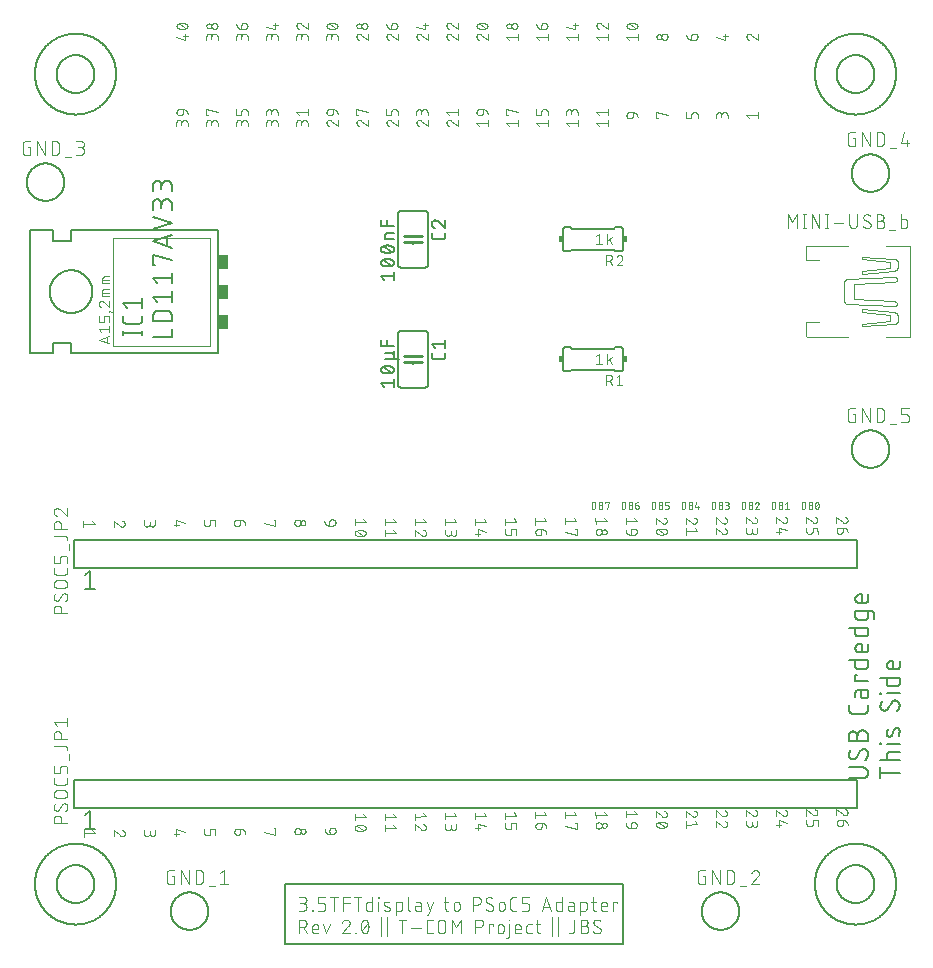
<source format=gbr>
G04 EAGLE Gerber RS-274X export*
G75*
%MOMM*%
%FSLAX34Y34*%
%LPD*%
%INSilkscreen Top*%
%IPPOS*%
%AMOC8*
5,1,8,0,0,1.08239X$1,22.5*%
G01*
%ADD10C,0.076200*%
%ADD11C,0.101600*%
%ADD12C,0.152400*%
%ADD13C,0.050800*%
%ADD14C,0.254000*%
%ADD15C,0.127000*%
%ADD16R,0.889000X1.270000*%
%ADD17C,0.177800*%
%ADD18C,0.203200*%
%ADD19R,0.381000X0.508000*%


D10*
X702143Y7502D02*
X702237Y7505D01*
X702332Y7512D01*
X702426Y7522D01*
X702519Y7537D01*
X702612Y7555D01*
X702704Y7576D01*
X702795Y7602D01*
X702886Y7631D01*
X702974Y7664D01*
X703062Y7700D01*
X703148Y7740D01*
X703232Y7783D01*
X703314Y7829D01*
X703395Y7879D01*
X703473Y7932D01*
X703549Y7988D01*
X703623Y8047D01*
X703695Y8109D01*
X703764Y8174D01*
X703830Y8242D01*
X703893Y8312D01*
X703954Y8385D01*
X704011Y8460D01*
X704066Y8537D01*
X704117Y8617D01*
X704165Y8698D01*
X704210Y8782D01*
X704252Y8867D01*
X704289Y8954D01*
X704324Y9042D01*
X704355Y9131D01*
X704382Y9222D01*
X704405Y9314D01*
X704425Y9406D01*
X704441Y9499D01*
X704454Y9593D01*
X704462Y9687D01*
X704467Y9782D01*
X704468Y9877D01*
X704467Y9877D02*
X704464Y9985D01*
X704457Y10093D01*
X704446Y10201D01*
X704431Y10309D01*
X704413Y10415D01*
X704390Y10521D01*
X704364Y10627D01*
X704334Y10731D01*
X704300Y10834D01*
X704263Y10936D01*
X704222Y11036D01*
X704177Y11135D01*
X704129Y11232D01*
X704078Y11328D01*
X704023Y11421D01*
X703965Y11512D01*
X703903Y11602D01*
X703838Y11689D01*
X703771Y11773D01*
X703700Y11856D01*
X703626Y11935D01*
X703550Y12012D01*
X703470Y12086D01*
X703389Y12157D01*
X703304Y12225D01*
X703218Y12291D01*
X703129Y12352D01*
X703037Y12411D01*
X702944Y12467D01*
X702849Y12519D01*
X702752Y12567D01*
X702653Y12612D01*
X702553Y12654D01*
X702452Y12692D01*
X702349Y12726D01*
X700307Y8266D02*
X700376Y8198D01*
X700448Y8132D01*
X700522Y8069D01*
X700598Y8009D01*
X700677Y7952D01*
X700758Y7898D01*
X700841Y7847D01*
X700926Y7800D01*
X701013Y7756D01*
X701101Y7715D01*
X701191Y7678D01*
X701282Y7644D01*
X701375Y7613D01*
X701468Y7586D01*
X701563Y7563D01*
X701658Y7544D01*
X701754Y7528D01*
X701851Y7516D01*
X701948Y7508D01*
X702045Y7503D01*
X702142Y7502D01*
X700307Y8266D02*
X695040Y12649D01*
X695094Y7428D01*
X700356Y3560D02*
X700389Y428D01*
X700388Y339D01*
X700383Y251D01*
X700375Y162D01*
X700363Y75D01*
X700347Y-12D01*
X700327Y-99D01*
X700304Y-184D01*
X700277Y-269D01*
X700246Y-352D01*
X700213Y-434D01*
X700175Y-514D01*
X700134Y-593D01*
X700090Y-670D01*
X700043Y-745D01*
X699993Y-818D01*
X699939Y-889D01*
X699883Y-957D01*
X699823Y-1023D01*
X699761Y-1086D01*
X699697Y-1147D01*
X699630Y-1205D01*
X699560Y-1260D01*
X699488Y-1312D01*
X699414Y-1360D01*
X699338Y-1406D01*
X699261Y-1448D01*
X699181Y-1488D01*
X699100Y-1523D01*
X699017Y-1555D01*
X698933Y-1584D01*
X698848Y-1609D01*
X698762Y-1630D01*
X698675Y-1648D01*
X698588Y-1662D01*
X698500Y-1673D01*
X698411Y-1679D01*
X698323Y-1682D01*
X697801Y-1688D01*
X697800Y-1688D02*
X697699Y-1687D01*
X697598Y-1682D01*
X697497Y-1673D01*
X697397Y-1661D01*
X697297Y-1644D01*
X697198Y-1624D01*
X697099Y-1600D01*
X697002Y-1572D01*
X696906Y-1540D01*
X696811Y-1504D01*
X696717Y-1465D01*
X696626Y-1422D01*
X696536Y-1376D01*
X696447Y-1326D01*
X696361Y-1273D01*
X696277Y-1217D01*
X696195Y-1157D01*
X696116Y-1095D01*
X696039Y-1029D01*
X695964Y-960D01*
X695893Y-889D01*
X695824Y-814D01*
X695758Y-737D01*
X695695Y-658D01*
X695635Y-576D01*
X695579Y-492D01*
X695526Y-406D01*
X695476Y-318D01*
X695429Y-228D01*
X695386Y-136D01*
X695347Y-43D01*
X695312Y52D01*
X695280Y148D01*
X695251Y245D01*
X695227Y344D01*
X695207Y443D01*
X695190Y543D01*
X695177Y643D01*
X695168Y744D01*
X695163Y845D01*
X695162Y946D01*
X695165Y1048D01*
X695172Y1149D01*
X695182Y1249D01*
X695197Y1349D01*
X695216Y1449D01*
X695238Y1548D01*
X695264Y1646D01*
X695294Y1742D01*
X695328Y1838D01*
X695365Y1932D01*
X695406Y2025D01*
X695450Y2116D01*
X695498Y2205D01*
X695550Y2292D01*
X695604Y2377D01*
X695662Y2460D01*
X695724Y2541D01*
X695788Y2619D01*
X695855Y2695D01*
X695925Y2768D01*
X695998Y2838D01*
X696074Y2905D01*
X696152Y2970D01*
X696233Y3031D01*
X696315Y3089D01*
X696401Y3144D01*
X696488Y3196D01*
X696577Y3244D01*
X696668Y3289D01*
X696760Y3330D01*
X696854Y3367D01*
X696950Y3401D01*
X697047Y3431D01*
X697144Y3457D01*
X697243Y3480D01*
X697343Y3498D01*
X697443Y3513D01*
X697543Y3524D01*
X697644Y3531D01*
X697746Y3534D01*
X697746Y3533D02*
X700356Y3560D01*
X700356Y3561D02*
X700485Y3560D01*
X700613Y3556D01*
X700742Y3547D01*
X700870Y3534D01*
X700997Y3518D01*
X701124Y3498D01*
X701251Y3473D01*
X701376Y3445D01*
X701501Y3413D01*
X701624Y3377D01*
X701747Y3338D01*
X701868Y3295D01*
X701988Y3247D01*
X702106Y3197D01*
X702223Y3142D01*
X702337Y3084D01*
X702450Y3023D01*
X702562Y2958D01*
X702671Y2890D01*
X702777Y2818D01*
X702882Y2744D01*
X702984Y2665D01*
X703084Y2584D01*
X703182Y2500D01*
X703276Y2413D01*
X703368Y2323D01*
X703457Y2230D01*
X703543Y2135D01*
X703627Y2037D01*
X703707Y1936D01*
X703784Y1833D01*
X703858Y1728D01*
X703928Y1620D01*
X703995Y1510D01*
X704059Y1399D01*
X704119Y1285D01*
X704176Y1170D01*
X704229Y1052D01*
X704279Y934D01*
X704325Y813D01*
X704367Y692D01*
X704405Y569D01*
X704440Y445D01*
X704471Y320D01*
X704498Y195D01*
X704521Y68D01*
X704540Y-59D01*
X704555Y-187D01*
X704566Y-315D01*
X704573Y-444D01*
X704577Y-572D01*
X678968Y9609D02*
X678967Y9514D01*
X678962Y9419D01*
X678954Y9325D01*
X678941Y9231D01*
X678925Y9138D01*
X678905Y9046D01*
X678882Y8954D01*
X678855Y8863D01*
X678824Y8774D01*
X678789Y8686D01*
X678752Y8599D01*
X678710Y8514D01*
X678665Y8430D01*
X678617Y8349D01*
X678566Y8269D01*
X678511Y8192D01*
X678454Y8117D01*
X678393Y8044D01*
X678330Y7974D01*
X678264Y7906D01*
X678195Y7841D01*
X678123Y7779D01*
X678049Y7720D01*
X677973Y7664D01*
X677895Y7611D01*
X677814Y7561D01*
X677732Y7515D01*
X677648Y7472D01*
X677562Y7432D01*
X677474Y7396D01*
X677386Y7363D01*
X677295Y7334D01*
X677204Y7308D01*
X677112Y7287D01*
X677019Y7269D01*
X676926Y7254D01*
X676832Y7244D01*
X676737Y7237D01*
X676643Y7234D01*
X678967Y9609D02*
X678964Y9717D01*
X678957Y9825D01*
X678946Y9933D01*
X678931Y10041D01*
X678913Y10147D01*
X678890Y10253D01*
X678864Y10359D01*
X678834Y10463D01*
X678800Y10566D01*
X678763Y10668D01*
X678722Y10768D01*
X678677Y10867D01*
X678629Y10964D01*
X678578Y11060D01*
X678523Y11153D01*
X678465Y11244D01*
X678403Y11334D01*
X678338Y11421D01*
X678271Y11505D01*
X678200Y11588D01*
X678126Y11667D01*
X678050Y11744D01*
X677970Y11818D01*
X677889Y11889D01*
X677804Y11957D01*
X677718Y12023D01*
X677629Y12084D01*
X677537Y12143D01*
X677444Y12199D01*
X677349Y12251D01*
X677252Y12299D01*
X677153Y12344D01*
X677053Y12386D01*
X676952Y12424D01*
X676849Y12458D01*
X674807Y7999D02*
X674876Y7931D01*
X674948Y7865D01*
X675022Y7802D01*
X675098Y7742D01*
X675177Y7685D01*
X675258Y7631D01*
X675341Y7580D01*
X675426Y7533D01*
X675513Y7489D01*
X675601Y7448D01*
X675691Y7411D01*
X675782Y7377D01*
X675875Y7346D01*
X675968Y7319D01*
X676063Y7296D01*
X676158Y7277D01*
X676254Y7261D01*
X676351Y7249D01*
X676448Y7241D01*
X676545Y7236D01*
X676642Y7235D01*
X674807Y7999D02*
X669540Y12382D01*
X669594Y7161D01*
X669635Y3239D02*
X669668Y106D01*
X669671Y18D01*
X669677Y-71D01*
X669688Y-159D01*
X669702Y-246D01*
X669720Y-333D01*
X669741Y-419D01*
X669766Y-504D01*
X669795Y-588D01*
X669827Y-671D01*
X669862Y-752D01*
X669902Y-831D01*
X669944Y-909D01*
X669990Y-985D01*
X670038Y-1059D01*
X670090Y-1131D01*
X670145Y-1201D01*
X670203Y-1268D01*
X670264Y-1332D01*
X670327Y-1394D01*
X670393Y-1454D01*
X670461Y-1510D01*
X670532Y-1564D01*
X670605Y-1614D01*
X670680Y-1661D01*
X670757Y-1705D01*
X670836Y-1746D01*
X670916Y-1784D01*
X670998Y-1817D01*
X671081Y-1848D01*
X671166Y-1875D01*
X671251Y-1898D01*
X671338Y-1918D01*
X671425Y-1934D01*
X671513Y-1946D01*
X671601Y-1954D01*
X671689Y-1959D01*
X671778Y-1960D01*
X672822Y-1949D01*
X672823Y-1949D02*
X672911Y-1946D01*
X673000Y-1940D01*
X673088Y-1929D01*
X673175Y-1915D01*
X673262Y-1897D01*
X673348Y-1876D01*
X673433Y-1851D01*
X673517Y-1822D01*
X673600Y-1790D01*
X673681Y-1755D01*
X673761Y-1715D01*
X673838Y-1673D01*
X673914Y-1627D01*
X673988Y-1579D01*
X674060Y-1527D01*
X674130Y-1472D01*
X674197Y-1414D01*
X674261Y-1353D01*
X674323Y-1290D01*
X674383Y-1224D01*
X674439Y-1156D01*
X674493Y-1085D01*
X674543Y-1012D01*
X674590Y-937D01*
X674634Y-860D01*
X674675Y-781D01*
X674713Y-701D01*
X674746Y-619D01*
X674777Y-536D01*
X674804Y-451D01*
X674827Y-366D01*
X674847Y-279D01*
X674863Y-192D01*
X674875Y-105D01*
X674883Y-16D01*
X674888Y72D01*
X674889Y161D01*
X674856Y3293D01*
X679033Y3337D01*
X679087Y-1884D01*
X653468Y9342D02*
X653467Y9247D01*
X653462Y9152D01*
X653454Y9058D01*
X653441Y8964D01*
X653425Y8871D01*
X653405Y8779D01*
X653382Y8687D01*
X653355Y8596D01*
X653324Y8507D01*
X653289Y8419D01*
X653252Y8332D01*
X653210Y8247D01*
X653165Y8163D01*
X653117Y8082D01*
X653066Y8002D01*
X653011Y7925D01*
X652954Y7850D01*
X652893Y7777D01*
X652830Y7707D01*
X652764Y7639D01*
X652695Y7574D01*
X652623Y7512D01*
X652549Y7453D01*
X652473Y7397D01*
X652395Y7344D01*
X652314Y7294D01*
X652232Y7248D01*
X652148Y7205D01*
X652062Y7165D01*
X651974Y7129D01*
X651886Y7096D01*
X651795Y7067D01*
X651704Y7041D01*
X651612Y7020D01*
X651519Y7002D01*
X651426Y6987D01*
X651332Y6977D01*
X651237Y6970D01*
X651143Y6967D01*
X653467Y9342D02*
X653464Y9450D01*
X653457Y9558D01*
X653446Y9666D01*
X653431Y9774D01*
X653413Y9880D01*
X653390Y9986D01*
X653364Y10092D01*
X653334Y10196D01*
X653300Y10299D01*
X653263Y10401D01*
X653222Y10501D01*
X653177Y10600D01*
X653129Y10697D01*
X653078Y10793D01*
X653023Y10886D01*
X652965Y10977D01*
X652903Y11067D01*
X652838Y11154D01*
X652771Y11238D01*
X652700Y11321D01*
X652626Y11400D01*
X652550Y11477D01*
X652470Y11551D01*
X652389Y11622D01*
X652304Y11690D01*
X652218Y11756D01*
X652129Y11817D01*
X652037Y11876D01*
X651944Y11932D01*
X651849Y11984D01*
X651752Y12032D01*
X651653Y12077D01*
X651553Y12119D01*
X651452Y12157D01*
X651349Y12191D01*
X649307Y7732D02*
X649376Y7664D01*
X649448Y7598D01*
X649522Y7535D01*
X649598Y7475D01*
X649677Y7418D01*
X649758Y7364D01*
X649841Y7313D01*
X649926Y7266D01*
X650013Y7222D01*
X650101Y7181D01*
X650191Y7144D01*
X650282Y7110D01*
X650375Y7079D01*
X650468Y7052D01*
X650563Y7029D01*
X650658Y7010D01*
X650754Y6994D01*
X650851Y6982D01*
X650948Y6974D01*
X651045Y6969D01*
X651142Y6968D01*
X649307Y7732D02*
X644039Y12115D01*
X644094Y6894D01*
X646223Y2993D02*
X653554Y982D01*
X646223Y2993D02*
X646278Y-2227D01*
X648350Y-639D02*
X644173Y-683D01*
X627967Y9075D02*
X627966Y8980D01*
X627961Y8885D01*
X627953Y8791D01*
X627940Y8697D01*
X627924Y8604D01*
X627904Y8512D01*
X627881Y8420D01*
X627854Y8329D01*
X627823Y8240D01*
X627788Y8152D01*
X627751Y8065D01*
X627709Y7980D01*
X627664Y7896D01*
X627616Y7815D01*
X627565Y7735D01*
X627510Y7658D01*
X627453Y7583D01*
X627392Y7510D01*
X627329Y7440D01*
X627263Y7372D01*
X627194Y7307D01*
X627122Y7245D01*
X627048Y7186D01*
X626972Y7130D01*
X626894Y7077D01*
X626813Y7027D01*
X626731Y6981D01*
X626647Y6938D01*
X626561Y6898D01*
X626473Y6862D01*
X626385Y6829D01*
X626294Y6800D01*
X626203Y6774D01*
X626111Y6753D01*
X626018Y6735D01*
X625925Y6720D01*
X625831Y6710D01*
X625736Y6703D01*
X625642Y6700D01*
X627966Y9075D02*
X627963Y9183D01*
X627956Y9291D01*
X627945Y9399D01*
X627930Y9507D01*
X627912Y9613D01*
X627889Y9719D01*
X627863Y9825D01*
X627833Y9929D01*
X627799Y10032D01*
X627762Y10134D01*
X627721Y10234D01*
X627676Y10333D01*
X627628Y10430D01*
X627577Y10526D01*
X627522Y10619D01*
X627464Y10710D01*
X627402Y10800D01*
X627337Y10887D01*
X627270Y10971D01*
X627199Y11054D01*
X627125Y11133D01*
X627049Y11210D01*
X626969Y11284D01*
X626888Y11355D01*
X626803Y11423D01*
X626717Y11489D01*
X626628Y11550D01*
X626536Y11609D01*
X626443Y11665D01*
X626348Y11717D01*
X626251Y11765D01*
X626152Y11810D01*
X626052Y11852D01*
X625951Y11890D01*
X625848Y11924D01*
X623807Y7464D02*
X623876Y7396D01*
X623948Y7330D01*
X624022Y7267D01*
X624098Y7207D01*
X624177Y7150D01*
X624258Y7096D01*
X624341Y7045D01*
X624426Y6998D01*
X624513Y6954D01*
X624601Y6913D01*
X624691Y6876D01*
X624782Y6842D01*
X624875Y6811D01*
X624968Y6784D01*
X625063Y6761D01*
X625158Y6742D01*
X625254Y6726D01*
X625351Y6714D01*
X625448Y6706D01*
X625545Y6701D01*
X625642Y6700D01*
X623806Y7465D02*
X618539Y11848D01*
X618594Y6627D01*
X618635Y2704D02*
X618662Y94D01*
X618665Y-8D01*
X618672Y-109D01*
X618683Y-209D01*
X618698Y-309D01*
X618716Y-409D01*
X618739Y-508D01*
X618765Y-605D01*
X618795Y-702D01*
X618829Y-798D01*
X618866Y-892D01*
X618907Y-984D01*
X618952Y-1075D01*
X619000Y-1164D01*
X619052Y-1251D01*
X619107Y-1337D01*
X619165Y-1419D01*
X619226Y-1500D01*
X619291Y-1578D01*
X619358Y-1654D01*
X619428Y-1727D01*
X619501Y-1797D01*
X619577Y-1864D01*
X619655Y-1928D01*
X619736Y-1990D01*
X619819Y-2048D01*
X619904Y-2102D01*
X619991Y-2154D01*
X620080Y-2202D01*
X620171Y-2246D01*
X620264Y-2287D01*
X620358Y-2324D01*
X620454Y-2358D01*
X620550Y-2388D01*
X620648Y-2414D01*
X620747Y-2436D01*
X620847Y-2455D01*
X620947Y-2470D01*
X621047Y-2480D01*
X621148Y-2487D01*
X621250Y-2490D01*
X621351Y-2489D01*
X621452Y-2484D01*
X621553Y-2475D01*
X621653Y-2462D01*
X621753Y-2445D01*
X621852Y-2425D01*
X621951Y-2401D01*
X622048Y-2372D01*
X622144Y-2340D01*
X622239Y-2305D01*
X622332Y-2265D01*
X622424Y-2223D01*
X622514Y-2176D01*
X622602Y-2126D01*
X622688Y-2073D01*
X622772Y-2017D01*
X622854Y-1957D01*
X622933Y-1894D01*
X623010Y-1828D01*
X623085Y-1759D01*
X623156Y-1688D01*
X623225Y-1613D01*
X623291Y-1536D01*
X623353Y-1457D01*
X623413Y-1375D01*
X623469Y-1291D01*
X623522Y-1205D01*
X623572Y-1116D01*
X623618Y-1026D01*
X623661Y-934D01*
X623700Y-841D01*
X623736Y-746D01*
X623768Y-650D01*
X623796Y-553D01*
X623820Y-454D01*
X623840Y-355D01*
X623857Y-255D01*
X623869Y-155D01*
X623878Y-54D01*
X623883Y47D01*
X623884Y148D01*
X628065Y-330D02*
X628032Y2803D01*
X628065Y-330D02*
X628064Y-420D01*
X628059Y-510D01*
X628050Y-599D01*
X628038Y-688D01*
X628021Y-776D01*
X628001Y-864D01*
X627977Y-951D01*
X627950Y-1036D01*
X627918Y-1120D01*
X627884Y-1203D01*
X627845Y-1284D01*
X627803Y-1364D01*
X627758Y-1442D01*
X627710Y-1517D01*
X627658Y-1591D01*
X627603Y-1662D01*
X627545Y-1731D01*
X627484Y-1797D01*
X627421Y-1860D01*
X627355Y-1921D01*
X627286Y-1979D01*
X627215Y-2034D01*
X627141Y-2085D01*
X627066Y-2134D01*
X626988Y-2179D01*
X626908Y-2221D01*
X626827Y-2259D01*
X626744Y-2294D01*
X626660Y-2325D01*
X626574Y-2353D01*
X626488Y-2377D01*
X626400Y-2397D01*
X626312Y-2413D01*
X626223Y-2425D01*
X626133Y-2434D01*
X626044Y-2439D01*
X625954Y-2440D01*
X625864Y-2437D01*
X625775Y-2430D01*
X625685Y-2420D01*
X625597Y-2405D01*
X625509Y-2387D01*
X625422Y-2365D01*
X625335Y-2339D01*
X625251Y-2310D01*
X625167Y-2276D01*
X625085Y-2240D01*
X625005Y-2200D01*
X624926Y-2156D01*
X624849Y-2109D01*
X624775Y-2059D01*
X624702Y-2006D01*
X624632Y-1949D01*
X624565Y-1890D01*
X624500Y-1828D01*
X624438Y-1763D01*
X624379Y-1696D01*
X624322Y-1626D01*
X624269Y-1553D01*
X624219Y-1479D01*
X624172Y-1402D01*
X624129Y-1323D01*
X624089Y-1243D01*
X624052Y-1161D01*
X624019Y-1077D01*
X623990Y-992D01*
X623964Y-906D01*
X623942Y-819D01*
X623924Y-731D01*
X623909Y-642D01*
X623899Y-553D01*
X623892Y-464D01*
X623889Y-374D01*
X623888Y-373D02*
X623867Y1715D01*
X602467Y8808D02*
X602466Y8713D01*
X602461Y8618D01*
X602453Y8524D01*
X602440Y8430D01*
X602424Y8337D01*
X602404Y8245D01*
X602381Y8153D01*
X602354Y8062D01*
X602323Y7973D01*
X602288Y7885D01*
X602251Y7798D01*
X602209Y7713D01*
X602164Y7629D01*
X602116Y7548D01*
X602065Y7468D01*
X602010Y7391D01*
X601953Y7316D01*
X601892Y7243D01*
X601829Y7173D01*
X601763Y7105D01*
X601694Y7040D01*
X601622Y6978D01*
X601548Y6919D01*
X601472Y6863D01*
X601394Y6810D01*
X601313Y6760D01*
X601231Y6714D01*
X601147Y6671D01*
X601061Y6631D01*
X600973Y6595D01*
X600885Y6562D01*
X600794Y6533D01*
X600703Y6507D01*
X600611Y6486D01*
X600518Y6468D01*
X600425Y6453D01*
X600331Y6443D01*
X600236Y6436D01*
X600142Y6433D01*
X602466Y8808D02*
X602463Y8916D01*
X602456Y9024D01*
X602445Y9132D01*
X602430Y9240D01*
X602412Y9346D01*
X602389Y9452D01*
X602363Y9558D01*
X602333Y9662D01*
X602299Y9765D01*
X602262Y9867D01*
X602221Y9967D01*
X602176Y10066D01*
X602128Y10163D01*
X602077Y10259D01*
X602022Y10352D01*
X601964Y10443D01*
X601902Y10533D01*
X601837Y10620D01*
X601770Y10704D01*
X601699Y10787D01*
X601625Y10866D01*
X601549Y10943D01*
X601469Y11017D01*
X601388Y11088D01*
X601303Y11156D01*
X601217Y11222D01*
X601128Y11283D01*
X601036Y11342D01*
X600943Y11398D01*
X600848Y11450D01*
X600751Y11498D01*
X600652Y11543D01*
X600552Y11585D01*
X600451Y11623D01*
X600348Y11657D01*
X598306Y7197D02*
X598375Y7129D01*
X598447Y7063D01*
X598521Y7000D01*
X598597Y6940D01*
X598676Y6883D01*
X598757Y6829D01*
X598840Y6778D01*
X598925Y6731D01*
X599012Y6687D01*
X599100Y6646D01*
X599190Y6609D01*
X599281Y6575D01*
X599374Y6544D01*
X599467Y6517D01*
X599562Y6494D01*
X599657Y6475D01*
X599753Y6459D01*
X599850Y6447D01*
X599947Y6439D01*
X600044Y6434D01*
X600141Y6433D01*
X598306Y7198D02*
X593039Y11581D01*
X593094Y6360D01*
X600238Y-2710D02*
X600332Y-2707D01*
X600427Y-2700D01*
X600521Y-2690D01*
X600614Y-2675D01*
X600707Y-2657D01*
X600799Y-2636D01*
X600890Y-2610D01*
X600981Y-2581D01*
X601069Y-2548D01*
X601157Y-2512D01*
X601243Y-2472D01*
X601327Y-2429D01*
X601409Y-2383D01*
X601490Y-2333D01*
X601568Y-2280D01*
X601644Y-2224D01*
X601718Y-2165D01*
X601790Y-2103D01*
X601859Y-2038D01*
X601925Y-1970D01*
X601988Y-1900D01*
X602049Y-1827D01*
X602106Y-1752D01*
X602161Y-1675D01*
X602212Y-1595D01*
X602260Y-1514D01*
X602305Y-1430D01*
X602347Y-1345D01*
X602384Y-1258D01*
X602419Y-1170D01*
X602450Y-1081D01*
X602477Y-990D01*
X602500Y-898D01*
X602520Y-806D01*
X602536Y-713D01*
X602549Y-619D01*
X602557Y-525D01*
X602562Y-430D01*
X602563Y-335D01*
X602562Y-335D02*
X602559Y-227D01*
X602552Y-119D01*
X602541Y-11D01*
X602526Y97D01*
X602508Y203D01*
X602485Y309D01*
X602459Y415D01*
X602429Y519D01*
X602395Y622D01*
X602358Y724D01*
X602317Y824D01*
X602272Y923D01*
X602224Y1020D01*
X602173Y1116D01*
X602118Y1209D01*
X602060Y1301D01*
X601998Y1390D01*
X601933Y1477D01*
X601865Y1561D01*
X601795Y1644D01*
X601721Y1723D01*
X601645Y1800D01*
X601565Y1874D01*
X601484Y1945D01*
X601399Y2013D01*
X601312Y2079D01*
X601223Y2141D01*
X601132Y2199D01*
X601039Y2255D01*
X600944Y2307D01*
X600847Y2355D01*
X600748Y2400D01*
X600648Y2442D01*
X600547Y2480D01*
X600444Y2514D01*
X598402Y-1946D02*
X598471Y-2014D01*
X598543Y-2080D01*
X598617Y-2143D01*
X598694Y-2203D01*
X598772Y-2260D01*
X598853Y-2314D01*
X598936Y-2365D01*
X599021Y-2412D01*
X599108Y-2456D01*
X599196Y-2497D01*
X599286Y-2534D01*
X599377Y-2568D01*
X599470Y-2599D01*
X599563Y-2626D01*
X599658Y-2649D01*
X599753Y-2668D01*
X599849Y-2684D01*
X599946Y-2696D01*
X600043Y-2704D01*
X600140Y-2709D01*
X600237Y-2710D01*
X598402Y-1946D02*
X593135Y2437D01*
X593189Y-2783D01*
X576967Y8541D02*
X576966Y8446D01*
X576961Y8351D01*
X576953Y8257D01*
X576940Y8163D01*
X576924Y8070D01*
X576904Y7978D01*
X576881Y7886D01*
X576854Y7795D01*
X576823Y7706D01*
X576788Y7618D01*
X576751Y7531D01*
X576709Y7446D01*
X576664Y7362D01*
X576616Y7281D01*
X576565Y7201D01*
X576510Y7124D01*
X576453Y7049D01*
X576392Y6976D01*
X576329Y6906D01*
X576263Y6838D01*
X576194Y6773D01*
X576122Y6711D01*
X576048Y6652D01*
X575972Y6596D01*
X575894Y6543D01*
X575813Y6493D01*
X575731Y6447D01*
X575647Y6404D01*
X575561Y6364D01*
X575473Y6328D01*
X575385Y6295D01*
X575294Y6266D01*
X575203Y6240D01*
X575111Y6219D01*
X575018Y6201D01*
X574925Y6186D01*
X574831Y6176D01*
X574736Y6169D01*
X574642Y6166D01*
X576966Y8541D02*
X576963Y8649D01*
X576956Y8757D01*
X576945Y8865D01*
X576930Y8973D01*
X576912Y9079D01*
X576889Y9185D01*
X576863Y9291D01*
X576833Y9395D01*
X576799Y9498D01*
X576762Y9600D01*
X576721Y9700D01*
X576676Y9799D01*
X576628Y9896D01*
X576577Y9992D01*
X576522Y10085D01*
X576464Y10176D01*
X576402Y10266D01*
X576337Y10353D01*
X576270Y10437D01*
X576199Y10520D01*
X576125Y10599D01*
X576049Y10676D01*
X575969Y10750D01*
X575888Y10821D01*
X575803Y10889D01*
X575717Y10955D01*
X575628Y11016D01*
X575536Y11075D01*
X575443Y11131D01*
X575348Y11183D01*
X575251Y11231D01*
X575152Y11276D01*
X575052Y11318D01*
X574951Y11356D01*
X574848Y11390D01*
X572806Y6930D02*
X572875Y6862D01*
X572947Y6796D01*
X573021Y6733D01*
X573097Y6673D01*
X573176Y6616D01*
X573257Y6562D01*
X573340Y6511D01*
X573425Y6464D01*
X573512Y6420D01*
X573600Y6379D01*
X573690Y6342D01*
X573781Y6308D01*
X573874Y6277D01*
X573967Y6250D01*
X574062Y6227D01*
X574157Y6208D01*
X574253Y6192D01*
X574350Y6180D01*
X574447Y6172D01*
X574544Y6167D01*
X574641Y6166D01*
X572806Y6931D02*
X567539Y11314D01*
X567593Y6093D01*
X574944Y2247D02*
X577059Y-342D01*
X567662Y-440D01*
X567634Y2170D02*
X567689Y-3050D01*
X551467Y8274D02*
X551466Y8179D01*
X551461Y8084D01*
X551453Y7990D01*
X551440Y7896D01*
X551424Y7803D01*
X551404Y7711D01*
X551381Y7619D01*
X551354Y7528D01*
X551323Y7439D01*
X551288Y7351D01*
X551251Y7264D01*
X551209Y7179D01*
X551164Y7095D01*
X551116Y7014D01*
X551065Y6934D01*
X551010Y6857D01*
X550953Y6782D01*
X550892Y6709D01*
X550829Y6639D01*
X550763Y6571D01*
X550694Y6506D01*
X550622Y6444D01*
X550548Y6385D01*
X550472Y6329D01*
X550394Y6276D01*
X550313Y6226D01*
X550231Y6180D01*
X550147Y6137D01*
X550061Y6097D01*
X549973Y6061D01*
X549885Y6028D01*
X549794Y5999D01*
X549703Y5973D01*
X549611Y5952D01*
X549518Y5934D01*
X549425Y5919D01*
X549331Y5909D01*
X549236Y5902D01*
X549142Y5899D01*
X551466Y8274D02*
X551463Y8382D01*
X551456Y8490D01*
X551445Y8598D01*
X551430Y8706D01*
X551412Y8812D01*
X551389Y8918D01*
X551363Y9024D01*
X551333Y9128D01*
X551299Y9231D01*
X551262Y9333D01*
X551221Y9433D01*
X551176Y9532D01*
X551128Y9629D01*
X551077Y9725D01*
X551022Y9818D01*
X550964Y9909D01*
X550902Y9999D01*
X550837Y10086D01*
X550770Y10170D01*
X550699Y10253D01*
X550625Y10332D01*
X550549Y10409D01*
X550469Y10483D01*
X550388Y10554D01*
X550303Y10622D01*
X550217Y10688D01*
X550128Y10749D01*
X550036Y10808D01*
X549943Y10864D01*
X549848Y10916D01*
X549751Y10964D01*
X549652Y11009D01*
X549552Y11051D01*
X549451Y11089D01*
X549348Y11123D01*
X547306Y6663D02*
X547375Y6595D01*
X547447Y6529D01*
X547521Y6466D01*
X547597Y6406D01*
X547676Y6349D01*
X547757Y6295D01*
X547840Y6244D01*
X547925Y6197D01*
X548012Y6153D01*
X548100Y6112D01*
X548190Y6075D01*
X548281Y6041D01*
X548374Y6010D01*
X548467Y5983D01*
X548562Y5960D01*
X548657Y5941D01*
X548753Y5925D01*
X548850Y5913D01*
X548947Y5905D01*
X549044Y5900D01*
X549141Y5899D01*
X547306Y6664D02*
X542039Y11047D01*
X542093Y5826D01*
X546833Y1953D02*
X547018Y1952D01*
X547203Y1948D01*
X547387Y1939D01*
X547572Y1925D01*
X547756Y1907D01*
X547939Y1885D01*
X548122Y1858D01*
X548304Y1827D01*
X548486Y1792D01*
X548667Y1752D01*
X548846Y1708D01*
X549025Y1660D01*
X549202Y1607D01*
X549378Y1551D01*
X549552Y1490D01*
X549725Y1425D01*
X549897Y1356D01*
X550067Y1282D01*
X550235Y1205D01*
X550234Y1205D02*
X550315Y1176D01*
X550394Y1144D01*
X550472Y1108D01*
X550548Y1069D01*
X550623Y1027D01*
X550695Y981D01*
X550765Y932D01*
X550833Y880D01*
X550899Y825D01*
X550962Y768D01*
X551023Y707D01*
X551080Y644D01*
X551135Y578D01*
X551187Y510D01*
X551236Y440D01*
X551282Y368D01*
X551325Y294D01*
X551364Y217D01*
X551399Y140D01*
X551432Y60D01*
X551461Y-20D01*
X551486Y-102D01*
X551507Y-185D01*
X551525Y-269D01*
X551539Y-353D01*
X551550Y-438D01*
X551556Y-523D01*
X551559Y-609D01*
X551558Y-694D01*
X551553Y-780D01*
X551545Y-865D01*
X551532Y-950D01*
X551516Y-1034D01*
X551496Y-1117D01*
X551473Y-1199D01*
X551446Y-1280D01*
X551415Y-1360D01*
X551381Y-1439D01*
X551343Y-1516D01*
X551303Y-1591D01*
X551258Y-1664D01*
X551211Y-1735D01*
X551160Y-1804D01*
X551107Y-1871D01*
X551050Y-1936D01*
X550991Y-1997D01*
X550929Y-2056D01*
X550865Y-2113D01*
X550798Y-2166D01*
X550728Y-2216D01*
X550657Y-2264D01*
X550584Y-2308D01*
X550508Y-2348D01*
X550431Y-2386D01*
X550353Y-2420D01*
X550273Y-2450D01*
X550274Y-2450D02*
X550107Y-2531D01*
X549939Y-2607D01*
X549769Y-2680D01*
X549597Y-2749D01*
X549424Y-2813D01*
X549249Y-2874D01*
X549073Y-2930D01*
X548896Y-2982D01*
X548717Y-3030D01*
X548537Y-3073D01*
X548357Y-3112D01*
X548175Y-3147D01*
X547993Y-3178D01*
X547810Y-3204D01*
X547626Y-3226D01*
X547442Y-3243D01*
X547258Y-3256D01*
X547073Y-3264D01*
X546888Y-3269D01*
X546833Y1953D02*
X546648Y1948D01*
X546463Y1940D01*
X546279Y1927D01*
X546095Y1910D01*
X545911Y1888D01*
X545728Y1862D01*
X545546Y1831D01*
X545364Y1796D01*
X545184Y1757D01*
X545004Y1714D01*
X544825Y1666D01*
X544648Y1614D01*
X544472Y1558D01*
X544297Y1497D01*
X544124Y1433D01*
X543952Y1364D01*
X543782Y1291D01*
X543614Y1215D01*
X543447Y1134D01*
X543367Y1104D01*
X543289Y1070D01*
X543212Y1032D01*
X543136Y992D01*
X543063Y948D01*
X542992Y900D01*
X542922Y850D01*
X542856Y797D01*
X542791Y740D01*
X542729Y681D01*
X542670Y620D01*
X542613Y555D01*
X542560Y489D01*
X542509Y419D01*
X542462Y348D01*
X542418Y275D01*
X542377Y200D01*
X542339Y123D01*
X542305Y44D01*
X542274Y-35D01*
X542247Y-117D01*
X542224Y-199D01*
X542204Y-282D01*
X542188Y-366D01*
X542175Y-451D01*
X542167Y-536D01*
X542162Y-622D01*
X542161Y-707D01*
X543486Y-2521D02*
X543654Y-2598D01*
X543824Y-2671D01*
X543995Y-2741D01*
X544169Y-2806D01*
X544343Y-2867D01*
X544519Y-2923D01*
X544696Y-2976D01*
X544875Y-3024D01*
X545054Y-3068D01*
X545235Y-3108D01*
X545417Y-3143D01*
X545599Y-3174D01*
X545782Y-3201D01*
X545965Y-3223D01*
X546149Y-3241D01*
X546334Y-3255D01*
X546518Y-3264D01*
X546703Y-3268D01*
X546888Y-3269D01*
X543486Y-2521D02*
X543405Y-2492D01*
X543326Y-2460D01*
X543248Y-2424D01*
X543172Y-2385D01*
X543097Y-2343D01*
X543025Y-2297D01*
X542955Y-2248D01*
X542887Y-2196D01*
X542821Y-2141D01*
X542758Y-2084D01*
X542697Y-2023D01*
X542640Y-1960D01*
X542585Y-1894D01*
X542533Y-1826D01*
X542484Y-1756D01*
X542438Y-1684D01*
X542395Y-1610D01*
X542356Y-1533D01*
X542321Y-1456D01*
X542288Y-1376D01*
X542259Y-1296D01*
X542234Y-1214D01*
X542213Y-1131D01*
X542195Y-1047D01*
X542181Y-963D01*
X542170Y-878D01*
X542164Y-793D01*
X542161Y-707D01*
X544228Y1403D02*
X549493Y-2719D01*
X525963Y8268D02*
X523847Y10856D01*
X525963Y8268D02*
X516566Y8169D01*
X516593Y5559D02*
X516538Y10780D01*
X520833Y-408D02*
X520865Y-3541D01*
X520833Y-409D02*
X520834Y-320D01*
X520839Y-232D01*
X520847Y-143D01*
X520859Y-56D01*
X520875Y32D01*
X520895Y118D01*
X520918Y203D01*
X520945Y288D01*
X520976Y371D01*
X521009Y453D01*
X521047Y533D01*
X521088Y612D01*
X521132Y689D01*
X521179Y764D01*
X521229Y837D01*
X521283Y908D01*
X521339Y976D01*
X521399Y1042D01*
X521461Y1105D01*
X521525Y1166D01*
X521592Y1224D01*
X521662Y1279D01*
X521734Y1331D01*
X521808Y1379D01*
X521884Y1425D01*
X521962Y1468D01*
X522041Y1507D01*
X522122Y1542D01*
X522205Y1574D01*
X522289Y1603D01*
X522374Y1628D01*
X522460Y1649D01*
X522547Y1667D01*
X522634Y1681D01*
X522722Y1692D01*
X522811Y1698D01*
X522899Y1701D01*
X522899Y1702D02*
X523421Y1707D01*
X523421Y1708D02*
X523522Y1707D01*
X523623Y1702D01*
X523724Y1693D01*
X523824Y1681D01*
X523924Y1664D01*
X524023Y1644D01*
X524122Y1620D01*
X524219Y1592D01*
X524315Y1560D01*
X524410Y1524D01*
X524504Y1485D01*
X524595Y1442D01*
X524685Y1396D01*
X524774Y1346D01*
X524860Y1293D01*
X524944Y1237D01*
X525026Y1177D01*
X525105Y1115D01*
X525182Y1049D01*
X525257Y980D01*
X525328Y909D01*
X525397Y834D01*
X525463Y757D01*
X525526Y678D01*
X525586Y596D01*
X525642Y512D01*
X525695Y426D01*
X525745Y338D01*
X525792Y248D01*
X525835Y156D01*
X525874Y63D01*
X525909Y-32D01*
X525941Y-128D01*
X525970Y-225D01*
X525994Y-324D01*
X526014Y-423D01*
X526031Y-523D01*
X526044Y-623D01*
X526053Y-724D01*
X526058Y-825D01*
X526059Y-926D01*
X526056Y-1028D01*
X526049Y-1129D01*
X526039Y-1229D01*
X526024Y-1329D01*
X526005Y-1429D01*
X525983Y-1528D01*
X525957Y-1626D01*
X525927Y-1722D01*
X525893Y-1818D01*
X525856Y-1912D01*
X525815Y-2005D01*
X525771Y-2096D01*
X525723Y-2185D01*
X525671Y-2272D01*
X525617Y-2357D01*
X525559Y-2440D01*
X525497Y-2521D01*
X525433Y-2599D01*
X525366Y-2675D01*
X525296Y-2748D01*
X525223Y-2818D01*
X525147Y-2885D01*
X525069Y-2950D01*
X524988Y-3011D01*
X524906Y-3069D01*
X524820Y-3124D01*
X524733Y-3176D01*
X524644Y-3224D01*
X524553Y-3269D01*
X524461Y-3310D01*
X524367Y-3347D01*
X524271Y-3381D01*
X524174Y-3411D01*
X524077Y-3437D01*
X523978Y-3460D01*
X523878Y-3478D01*
X523778Y-3493D01*
X523678Y-3504D01*
X523577Y-3511D01*
X523475Y-3514D01*
X523476Y-3514D02*
X520865Y-3541D01*
X520866Y-3541D02*
X520737Y-3540D01*
X520609Y-3536D01*
X520480Y-3527D01*
X520352Y-3514D01*
X520225Y-3498D01*
X520098Y-3478D01*
X519971Y-3453D01*
X519846Y-3425D01*
X519721Y-3393D01*
X519598Y-3357D01*
X519475Y-3318D01*
X519354Y-3275D01*
X519234Y-3227D01*
X519116Y-3177D01*
X518999Y-3122D01*
X518885Y-3064D01*
X518772Y-3003D01*
X518660Y-2938D01*
X518551Y-2870D01*
X518445Y-2798D01*
X518340Y-2724D01*
X518238Y-2645D01*
X518138Y-2564D01*
X518040Y-2480D01*
X517946Y-2393D01*
X517854Y-2303D01*
X517765Y-2210D01*
X517679Y-2115D01*
X517595Y-2017D01*
X517515Y-1916D01*
X517438Y-1813D01*
X517364Y-1708D01*
X517294Y-1600D01*
X517227Y-1490D01*
X517163Y-1379D01*
X517103Y-1265D01*
X517046Y-1150D01*
X516993Y-1032D01*
X516943Y-914D01*
X516897Y-793D01*
X516855Y-672D01*
X516817Y-549D01*
X516782Y-425D01*
X516751Y-300D01*
X516724Y-175D01*
X516701Y-48D01*
X516682Y79D01*
X516667Y207D01*
X516656Y335D01*
X516649Y464D01*
X516645Y592D01*
X500463Y8001D02*
X498347Y10589D01*
X500463Y8001D02*
X491065Y7902D01*
X491093Y5292D02*
X491038Y10513D01*
X493745Y1397D02*
X493846Y1396D01*
X493947Y1391D01*
X494048Y1382D01*
X494148Y1370D01*
X494248Y1353D01*
X494347Y1333D01*
X494446Y1309D01*
X494543Y1281D01*
X494639Y1249D01*
X494734Y1213D01*
X494828Y1174D01*
X494919Y1131D01*
X495009Y1085D01*
X495098Y1035D01*
X495184Y982D01*
X495268Y926D01*
X495350Y866D01*
X495429Y804D01*
X495506Y738D01*
X495581Y669D01*
X495652Y598D01*
X495721Y523D01*
X495787Y446D01*
X495850Y367D01*
X495910Y285D01*
X495966Y201D01*
X496019Y115D01*
X496069Y27D01*
X496116Y-63D01*
X496159Y-155D01*
X496198Y-248D01*
X496233Y-343D01*
X496265Y-439D01*
X496294Y-536D01*
X496318Y-635D01*
X496338Y-734D01*
X496355Y-834D01*
X496368Y-934D01*
X496377Y-1035D01*
X496382Y-1136D01*
X496383Y-1237D01*
X496380Y-1339D01*
X496373Y-1440D01*
X496363Y-1540D01*
X496348Y-1640D01*
X496329Y-1740D01*
X496307Y-1839D01*
X496281Y-1937D01*
X496251Y-2033D01*
X496217Y-2129D01*
X496180Y-2223D01*
X496139Y-2316D01*
X496095Y-2407D01*
X496047Y-2496D01*
X495995Y-2583D01*
X495941Y-2668D01*
X495883Y-2751D01*
X495821Y-2832D01*
X495757Y-2910D01*
X495690Y-2986D01*
X495620Y-3059D01*
X495547Y-3129D01*
X495471Y-3196D01*
X495393Y-3261D01*
X495312Y-3322D01*
X495230Y-3380D01*
X495144Y-3435D01*
X495057Y-3487D01*
X494968Y-3535D01*
X494877Y-3580D01*
X494785Y-3621D01*
X494691Y-3658D01*
X494595Y-3692D01*
X494498Y-3722D01*
X494401Y-3748D01*
X494302Y-3771D01*
X494202Y-3789D01*
X494102Y-3804D01*
X494002Y-3815D01*
X493901Y-3822D01*
X493799Y-3825D01*
X493698Y-3824D01*
X493597Y-3819D01*
X493496Y-3810D01*
X493396Y-3798D01*
X493296Y-3781D01*
X493196Y-3761D01*
X493098Y-3737D01*
X493001Y-3709D01*
X492905Y-3677D01*
X492810Y-3641D01*
X492716Y-3602D01*
X492625Y-3559D01*
X492535Y-3513D01*
X492446Y-3463D01*
X492360Y-3410D01*
X492276Y-3354D01*
X492194Y-3294D01*
X492115Y-3232D01*
X492038Y-3166D01*
X491963Y-3097D01*
X491892Y-3026D01*
X491823Y-2951D01*
X491757Y-2874D01*
X491694Y-2795D01*
X491634Y-2713D01*
X491578Y-2629D01*
X491525Y-2543D01*
X491475Y-2455D01*
X491428Y-2365D01*
X491385Y-2273D01*
X491346Y-2180D01*
X491311Y-2085D01*
X491279Y-1989D01*
X491250Y-1892D01*
X491226Y-1793D01*
X491206Y-1694D01*
X491189Y-1594D01*
X491176Y-1494D01*
X491167Y-1393D01*
X491162Y-1292D01*
X491161Y-1191D01*
X491164Y-1089D01*
X491171Y-988D01*
X491181Y-888D01*
X491196Y-788D01*
X491215Y-688D01*
X491237Y-589D01*
X491263Y-491D01*
X491293Y-395D01*
X491327Y-299D01*
X491364Y-205D01*
X491405Y-112D01*
X491449Y-21D01*
X491497Y68D01*
X491549Y155D01*
X491603Y240D01*
X491661Y323D01*
X491723Y404D01*
X491787Y482D01*
X491854Y558D01*
X491924Y631D01*
X491997Y701D01*
X492073Y768D01*
X492151Y833D01*
X492232Y894D01*
X492314Y952D01*
X492400Y1007D01*
X492487Y1059D01*
X492576Y1107D01*
X492667Y1152D01*
X492759Y1193D01*
X492853Y1230D01*
X492949Y1264D01*
X493045Y1294D01*
X493143Y1320D01*
X493242Y1343D01*
X493342Y1361D01*
X493442Y1376D01*
X493542Y1387D01*
X493643Y1394D01*
X493745Y1397D01*
X498448Y923D02*
X498538Y922D01*
X498628Y917D01*
X498717Y908D01*
X498806Y896D01*
X498894Y879D01*
X498982Y859D01*
X499069Y835D01*
X499154Y808D01*
X499238Y776D01*
X499321Y742D01*
X499402Y703D01*
X499482Y661D01*
X499560Y616D01*
X499635Y568D01*
X499709Y516D01*
X499780Y461D01*
X499849Y403D01*
X499915Y342D01*
X499978Y279D01*
X500039Y213D01*
X500097Y144D01*
X500152Y73D01*
X500203Y-1D01*
X500252Y-76D01*
X500297Y-154D01*
X500339Y-234D01*
X500377Y-315D01*
X500412Y-398D01*
X500443Y-482D01*
X500471Y-568D01*
X500495Y-654D01*
X500515Y-742D01*
X500531Y-830D01*
X500543Y-919D01*
X500552Y-1009D01*
X500557Y-1098D01*
X500558Y-1188D01*
X500555Y-1278D01*
X500548Y-1367D01*
X500538Y-1457D01*
X500523Y-1545D01*
X500505Y-1633D01*
X500483Y-1720D01*
X500457Y-1807D01*
X500428Y-1891D01*
X500394Y-1975D01*
X500358Y-2057D01*
X500318Y-2137D01*
X500274Y-2216D01*
X500227Y-2293D01*
X500177Y-2367D01*
X500124Y-2440D01*
X500067Y-2510D01*
X500008Y-2577D01*
X499946Y-2642D01*
X499881Y-2704D01*
X499814Y-2763D01*
X499744Y-2820D01*
X499671Y-2873D01*
X499597Y-2923D01*
X499520Y-2970D01*
X499441Y-3013D01*
X499361Y-3053D01*
X499279Y-3090D01*
X499195Y-3123D01*
X499110Y-3152D01*
X499024Y-3178D01*
X498937Y-3200D01*
X498849Y-3218D01*
X498760Y-3233D01*
X498671Y-3243D01*
X498582Y-3250D01*
X498492Y-3253D01*
X498401Y-3252D01*
X498310Y-3247D01*
X498219Y-3238D01*
X498129Y-3225D01*
X498039Y-3208D01*
X497951Y-3187D01*
X497863Y-3163D01*
X497776Y-3134D01*
X497691Y-3102D01*
X497607Y-3066D01*
X497525Y-3027D01*
X497445Y-2984D01*
X497367Y-2938D01*
X497290Y-2888D01*
X497216Y-2835D01*
X497145Y-2778D01*
X497076Y-2719D01*
X497009Y-2657D01*
X496945Y-2592D01*
X496885Y-2524D01*
X496827Y-2453D01*
X496772Y-2380D01*
X496721Y-2305D01*
X496673Y-2228D01*
X496628Y-2148D01*
X496587Y-2067D01*
X496549Y-1984D01*
X496516Y-1900D01*
X496485Y-1814D01*
X496459Y-1726D01*
X496436Y-1638D01*
X496418Y-1549D01*
X496403Y-1459D01*
X496392Y-1369D01*
X496385Y-1278D01*
X496382Y-1187D01*
X496383Y-1096D01*
X496388Y-1005D01*
X496397Y-914D01*
X496410Y-824D01*
X496427Y-734D01*
X496448Y-646D01*
X496472Y-558D01*
X496501Y-471D01*
X496533Y-386D01*
X496568Y-302D01*
X496608Y-220D01*
X496651Y-140D01*
X496697Y-62D01*
X496747Y15D01*
X496800Y89D01*
X496857Y160D01*
X496916Y229D01*
X496978Y296D01*
X497043Y360D01*
X497111Y420D01*
X497182Y478D01*
X497255Y533D01*
X497330Y584D01*
X497407Y632D01*
X497487Y677D01*
X497568Y718D01*
X497651Y756D01*
X497735Y789D01*
X497821Y820D01*
X497908Y846D01*
X497997Y869D01*
X498086Y887D01*
X498176Y902D01*
X498266Y913D01*
X498357Y920D01*
X498448Y923D01*
X474963Y7734D02*
X472847Y10322D01*
X474963Y7734D02*
X465565Y7635D01*
X465593Y5025D02*
X465538Y10246D01*
X473987Y1190D02*
X475031Y1200D01*
X475086Y-4020D01*
X465661Y-1508D01*
X449462Y7467D02*
X447347Y10055D01*
X449462Y7467D02*
X440065Y7368D01*
X440092Y4758D02*
X440038Y9979D01*
X445354Y890D02*
X445387Y-2243D01*
X445386Y-2332D01*
X445381Y-2420D01*
X445373Y-2509D01*
X445361Y-2596D01*
X445345Y-2683D01*
X445325Y-2770D01*
X445302Y-2855D01*
X445275Y-2940D01*
X445244Y-3023D01*
X445211Y-3105D01*
X445173Y-3185D01*
X445132Y-3264D01*
X445088Y-3341D01*
X445041Y-3416D01*
X444991Y-3489D01*
X444937Y-3560D01*
X444881Y-3628D01*
X444821Y-3694D01*
X444759Y-3757D01*
X444695Y-3818D01*
X444628Y-3876D01*
X444558Y-3931D01*
X444486Y-3983D01*
X444412Y-4031D01*
X444336Y-4077D01*
X444259Y-4119D01*
X444179Y-4159D01*
X444098Y-4194D01*
X444015Y-4226D01*
X443931Y-4255D01*
X443846Y-4280D01*
X443760Y-4301D01*
X443673Y-4319D01*
X443586Y-4333D01*
X443498Y-4344D01*
X443409Y-4350D01*
X443321Y-4353D01*
X442798Y-4358D01*
X442798Y-4359D02*
X442697Y-4358D01*
X442596Y-4353D01*
X442495Y-4344D01*
X442395Y-4332D01*
X442295Y-4315D01*
X442196Y-4295D01*
X442097Y-4271D01*
X442000Y-4243D01*
X441904Y-4211D01*
X441809Y-4175D01*
X441715Y-4136D01*
X441624Y-4093D01*
X441534Y-4047D01*
X441445Y-3997D01*
X441359Y-3944D01*
X441275Y-3888D01*
X441193Y-3828D01*
X441114Y-3766D01*
X441037Y-3700D01*
X440962Y-3631D01*
X440891Y-3560D01*
X440822Y-3485D01*
X440756Y-3408D01*
X440693Y-3329D01*
X440633Y-3247D01*
X440577Y-3163D01*
X440524Y-3077D01*
X440474Y-2989D01*
X440427Y-2899D01*
X440384Y-2807D01*
X440345Y-2714D01*
X440310Y-2619D01*
X440278Y-2523D01*
X440249Y-2426D01*
X440225Y-2327D01*
X440205Y-2228D01*
X440188Y-2128D01*
X440175Y-2028D01*
X440166Y-1927D01*
X440161Y-1826D01*
X440160Y-1725D01*
X440163Y-1623D01*
X440170Y-1522D01*
X440180Y-1422D01*
X440195Y-1322D01*
X440214Y-1222D01*
X440236Y-1123D01*
X440262Y-1025D01*
X440292Y-929D01*
X440326Y-833D01*
X440363Y-739D01*
X440404Y-646D01*
X440448Y-555D01*
X440496Y-466D01*
X440548Y-379D01*
X440602Y-294D01*
X440660Y-211D01*
X440722Y-130D01*
X440786Y-52D01*
X440853Y24D01*
X440923Y97D01*
X440996Y167D01*
X441072Y234D01*
X441150Y299D01*
X441231Y360D01*
X441313Y418D01*
X441399Y473D01*
X441486Y525D01*
X441575Y573D01*
X441666Y618D01*
X441758Y659D01*
X441852Y696D01*
X441948Y730D01*
X442045Y760D01*
X442142Y786D01*
X442241Y809D01*
X442341Y827D01*
X442441Y842D01*
X442541Y853D01*
X442642Y860D01*
X442744Y863D01*
X442744Y862D02*
X445354Y890D01*
X445483Y889D01*
X445611Y885D01*
X445740Y876D01*
X445868Y863D01*
X445995Y847D01*
X446122Y827D01*
X446249Y802D01*
X446374Y774D01*
X446499Y742D01*
X446622Y706D01*
X446745Y667D01*
X446866Y624D01*
X446986Y576D01*
X447104Y526D01*
X447221Y471D01*
X447335Y413D01*
X447448Y352D01*
X447560Y287D01*
X447669Y219D01*
X447775Y147D01*
X447880Y73D01*
X447982Y-6D01*
X448082Y-87D01*
X448180Y-171D01*
X448274Y-258D01*
X448366Y-348D01*
X448455Y-441D01*
X448541Y-536D01*
X448625Y-634D01*
X448705Y-735D01*
X448782Y-838D01*
X448856Y-943D01*
X448926Y-1051D01*
X448993Y-1161D01*
X449057Y-1272D01*
X449117Y-1386D01*
X449174Y-1501D01*
X449227Y-1619D01*
X449277Y-1737D01*
X449323Y-1858D01*
X449365Y-1979D01*
X449403Y-2102D01*
X449438Y-2226D01*
X449469Y-2351D01*
X449496Y-2476D01*
X449519Y-2603D01*
X449538Y-2730D01*
X449553Y-2858D01*
X449564Y-2986D01*
X449571Y-3115D01*
X449575Y-3243D01*
X423962Y7199D02*
X421847Y9788D01*
X423962Y7199D02*
X414565Y7101D01*
X414537Y9711D02*
X414592Y4491D01*
X414633Y568D02*
X414666Y-2565D01*
X414669Y-2653D01*
X414675Y-2742D01*
X414686Y-2830D01*
X414700Y-2917D01*
X414718Y-3004D01*
X414739Y-3090D01*
X414764Y-3175D01*
X414793Y-3259D01*
X414825Y-3342D01*
X414860Y-3423D01*
X414900Y-3502D01*
X414942Y-3580D01*
X414988Y-3656D01*
X415036Y-3730D01*
X415088Y-3802D01*
X415143Y-3872D01*
X415201Y-3939D01*
X415262Y-4003D01*
X415325Y-4065D01*
X415391Y-4125D01*
X415459Y-4181D01*
X415530Y-4235D01*
X415603Y-4285D01*
X415678Y-4332D01*
X415755Y-4376D01*
X415834Y-4417D01*
X415914Y-4455D01*
X415996Y-4488D01*
X416079Y-4519D01*
X416164Y-4546D01*
X416249Y-4569D01*
X416336Y-4589D01*
X416423Y-4605D01*
X416510Y-4617D01*
X416599Y-4625D01*
X416687Y-4630D01*
X416776Y-4631D01*
X417820Y-4620D01*
X417908Y-4617D01*
X417997Y-4611D01*
X418085Y-4600D01*
X418172Y-4586D01*
X418259Y-4568D01*
X418345Y-4547D01*
X418430Y-4522D01*
X418514Y-4493D01*
X418597Y-4461D01*
X418678Y-4426D01*
X418758Y-4386D01*
X418835Y-4344D01*
X418911Y-4298D01*
X418985Y-4250D01*
X419057Y-4198D01*
X419127Y-4143D01*
X419194Y-4085D01*
X419258Y-4024D01*
X419321Y-3961D01*
X419380Y-3895D01*
X419436Y-3827D01*
X419490Y-3756D01*
X419540Y-3683D01*
X419587Y-3608D01*
X419631Y-3531D01*
X419672Y-3452D01*
X419710Y-3372D01*
X419743Y-3290D01*
X419774Y-3207D01*
X419801Y-3122D01*
X419824Y-3037D01*
X419844Y-2950D01*
X419860Y-2863D01*
X419872Y-2775D01*
X419880Y-2687D01*
X419885Y-2599D01*
X419886Y-2510D01*
X419887Y-2510D02*
X419854Y623D01*
X424031Y666D01*
X424085Y-4554D01*
X398462Y6932D02*
X396346Y9521D01*
X398462Y6932D02*
X389065Y6834D01*
X389037Y9444D02*
X389092Y4224D01*
X391221Y323D02*
X398552Y-1689D01*
X391221Y323D02*
X391276Y-4898D01*
X393348Y-3310D02*
X389171Y-3354D01*
X372962Y6665D02*
X370846Y9254D01*
X372962Y6665D02*
X363564Y6567D01*
X363537Y9177D02*
X363592Y3957D01*
X363633Y34D02*
X363660Y-2577D01*
X363659Y-2576D02*
X363662Y-2678D01*
X363669Y-2779D01*
X363680Y-2879D01*
X363695Y-2979D01*
X363713Y-3079D01*
X363736Y-3178D01*
X363762Y-3275D01*
X363792Y-3372D01*
X363826Y-3468D01*
X363863Y-3562D01*
X363904Y-3654D01*
X363949Y-3745D01*
X363997Y-3834D01*
X364049Y-3921D01*
X364104Y-4007D01*
X364162Y-4089D01*
X364223Y-4170D01*
X364288Y-4248D01*
X364355Y-4324D01*
X364425Y-4397D01*
X364498Y-4467D01*
X364574Y-4534D01*
X364652Y-4598D01*
X364733Y-4660D01*
X364816Y-4718D01*
X364901Y-4772D01*
X364988Y-4824D01*
X365077Y-4872D01*
X365168Y-4916D01*
X365261Y-4957D01*
X365355Y-4994D01*
X365451Y-5028D01*
X365547Y-5058D01*
X365645Y-5084D01*
X365744Y-5106D01*
X365844Y-5125D01*
X365944Y-5140D01*
X366044Y-5150D01*
X366145Y-5157D01*
X366247Y-5160D01*
X366348Y-5159D01*
X366449Y-5154D01*
X366550Y-5145D01*
X366650Y-5132D01*
X366750Y-5115D01*
X366849Y-5095D01*
X366948Y-5071D01*
X367045Y-5042D01*
X367141Y-5010D01*
X367236Y-4975D01*
X367329Y-4935D01*
X367421Y-4893D01*
X367511Y-4846D01*
X367599Y-4796D01*
X367685Y-4743D01*
X367769Y-4687D01*
X367851Y-4627D01*
X367930Y-4564D01*
X368007Y-4498D01*
X368082Y-4429D01*
X368153Y-4358D01*
X368222Y-4283D01*
X368288Y-4206D01*
X368350Y-4127D01*
X368410Y-4045D01*
X368466Y-3961D01*
X368519Y-3875D01*
X368569Y-3786D01*
X368615Y-3696D01*
X368658Y-3604D01*
X368697Y-3511D01*
X368733Y-3416D01*
X368765Y-3320D01*
X368793Y-3223D01*
X368817Y-3124D01*
X368837Y-3025D01*
X368854Y-2925D01*
X368866Y-2825D01*
X368875Y-2724D01*
X368880Y-2623D01*
X368881Y-2522D01*
X373063Y-3000D02*
X373030Y132D01*
X373063Y-3000D02*
X373062Y-3090D01*
X373057Y-3180D01*
X373048Y-3269D01*
X373036Y-3358D01*
X373019Y-3446D01*
X372999Y-3534D01*
X372975Y-3621D01*
X372948Y-3706D01*
X372916Y-3790D01*
X372882Y-3873D01*
X372843Y-3954D01*
X372801Y-4034D01*
X372756Y-4112D01*
X372708Y-4187D01*
X372656Y-4261D01*
X372601Y-4332D01*
X372543Y-4401D01*
X372482Y-4467D01*
X372419Y-4530D01*
X372353Y-4591D01*
X372284Y-4649D01*
X372213Y-4704D01*
X372139Y-4755D01*
X372064Y-4804D01*
X371986Y-4849D01*
X371906Y-4891D01*
X371825Y-4929D01*
X371742Y-4964D01*
X371658Y-4995D01*
X371572Y-5023D01*
X371486Y-5047D01*
X371398Y-5067D01*
X371310Y-5083D01*
X371221Y-5095D01*
X371131Y-5104D01*
X371042Y-5109D01*
X370952Y-5110D01*
X370862Y-5107D01*
X370773Y-5100D01*
X370683Y-5090D01*
X370595Y-5075D01*
X370507Y-5057D01*
X370420Y-5035D01*
X370333Y-5009D01*
X370249Y-4980D01*
X370165Y-4946D01*
X370083Y-4910D01*
X370003Y-4870D01*
X369924Y-4826D01*
X369847Y-4779D01*
X369773Y-4729D01*
X369700Y-4676D01*
X369630Y-4619D01*
X369563Y-4560D01*
X369498Y-4498D01*
X369436Y-4433D01*
X369377Y-4366D01*
X369320Y-4296D01*
X369267Y-4223D01*
X369217Y-4149D01*
X369170Y-4072D01*
X369127Y-3993D01*
X369087Y-3913D01*
X369050Y-3831D01*
X369017Y-3747D01*
X368988Y-3662D01*
X368962Y-3576D01*
X368940Y-3489D01*
X368922Y-3401D01*
X368907Y-3312D01*
X368897Y-3223D01*
X368890Y-3134D01*
X368887Y-3044D01*
X368886Y-3044D02*
X368864Y-956D01*
X347462Y6398D02*
X345346Y8987D01*
X347462Y6398D02*
X338064Y6300D01*
X338037Y8910D02*
X338091Y3689D01*
X345236Y-5381D02*
X345330Y-5378D01*
X345425Y-5371D01*
X345519Y-5361D01*
X345612Y-5346D01*
X345705Y-5328D01*
X345797Y-5307D01*
X345888Y-5281D01*
X345979Y-5252D01*
X346067Y-5219D01*
X346155Y-5183D01*
X346241Y-5143D01*
X346325Y-5100D01*
X346407Y-5054D01*
X346488Y-5004D01*
X346566Y-4951D01*
X346642Y-4895D01*
X346716Y-4836D01*
X346788Y-4774D01*
X346857Y-4709D01*
X346923Y-4641D01*
X346986Y-4571D01*
X347047Y-4498D01*
X347104Y-4423D01*
X347159Y-4346D01*
X347210Y-4266D01*
X347258Y-4185D01*
X347303Y-4101D01*
X347345Y-4016D01*
X347382Y-3929D01*
X347417Y-3841D01*
X347448Y-3752D01*
X347475Y-3661D01*
X347498Y-3569D01*
X347518Y-3477D01*
X347534Y-3384D01*
X347547Y-3290D01*
X347555Y-3196D01*
X347560Y-3101D01*
X347561Y-3006D01*
X347560Y-3006D02*
X347557Y-2898D01*
X347550Y-2790D01*
X347539Y-2682D01*
X347524Y-2575D01*
X347506Y-2468D01*
X347483Y-2362D01*
X347457Y-2256D01*
X347427Y-2152D01*
X347393Y-2049D01*
X347356Y-1947D01*
X347315Y-1847D01*
X347270Y-1748D01*
X347222Y-1651D01*
X347171Y-1555D01*
X347116Y-1462D01*
X347058Y-1371D01*
X346996Y-1281D01*
X346931Y-1194D01*
X346864Y-1110D01*
X346793Y-1027D01*
X346719Y-948D01*
X346643Y-871D01*
X346563Y-797D01*
X346482Y-726D01*
X346397Y-658D01*
X346311Y-592D01*
X346222Y-530D01*
X346130Y-472D01*
X346037Y-416D01*
X345942Y-364D01*
X345845Y-316D01*
X345746Y-271D01*
X345646Y-229D01*
X345545Y-191D01*
X345442Y-157D01*
X343400Y-4617D02*
X343469Y-4685D01*
X343541Y-4751D01*
X343615Y-4814D01*
X343692Y-4874D01*
X343770Y-4931D01*
X343851Y-4985D01*
X343934Y-5036D01*
X344019Y-5083D01*
X344106Y-5127D01*
X344194Y-5168D01*
X344284Y-5205D01*
X344375Y-5239D01*
X344468Y-5270D01*
X344561Y-5297D01*
X344656Y-5320D01*
X344751Y-5339D01*
X344847Y-5355D01*
X344944Y-5367D01*
X345041Y-5375D01*
X345138Y-5380D01*
X345235Y-5381D01*
X343400Y-4616D02*
X338132Y-233D01*
X338187Y-5454D01*
X321961Y6131D02*
X319846Y8720D01*
X321961Y6131D02*
X312564Y6033D01*
X312537Y8643D02*
X312591Y3422D01*
X319941Y-424D02*
X322057Y-3012D01*
X312660Y-3111D01*
X312687Y-5721D02*
X312632Y-500D01*
X296461Y5864D02*
X294345Y8453D01*
X296461Y5864D02*
X287064Y5766D01*
X287036Y8376D02*
X287091Y3155D01*
X291831Y-718D02*
X292016Y-719D01*
X292201Y-723D01*
X292385Y-732D01*
X292570Y-746D01*
X292754Y-764D01*
X292937Y-786D01*
X293120Y-813D01*
X293302Y-844D01*
X293484Y-879D01*
X293665Y-919D01*
X293844Y-963D01*
X294023Y-1011D01*
X294200Y-1064D01*
X294376Y-1120D01*
X294550Y-1181D01*
X294723Y-1246D01*
X294895Y-1315D01*
X295065Y-1389D01*
X295233Y-1466D01*
X295232Y-1466D02*
X295313Y-1495D01*
X295392Y-1527D01*
X295470Y-1563D01*
X295546Y-1602D01*
X295621Y-1644D01*
X295693Y-1690D01*
X295763Y-1739D01*
X295831Y-1791D01*
X295897Y-1846D01*
X295960Y-1903D01*
X296021Y-1964D01*
X296078Y-2027D01*
X296133Y-2093D01*
X296185Y-2161D01*
X296234Y-2231D01*
X296280Y-2303D01*
X296323Y-2377D01*
X296362Y-2454D01*
X296397Y-2531D01*
X296430Y-2611D01*
X296459Y-2691D01*
X296484Y-2773D01*
X296505Y-2856D01*
X296523Y-2940D01*
X296537Y-3024D01*
X296548Y-3109D01*
X296554Y-3194D01*
X296557Y-3280D01*
X296556Y-3365D01*
X296551Y-3451D01*
X296543Y-3536D01*
X296530Y-3621D01*
X296514Y-3705D01*
X296494Y-3788D01*
X296471Y-3870D01*
X296444Y-3951D01*
X296413Y-4031D01*
X296379Y-4110D01*
X296341Y-4187D01*
X296301Y-4262D01*
X296256Y-4335D01*
X296209Y-4406D01*
X296158Y-4475D01*
X296105Y-4542D01*
X296048Y-4607D01*
X295989Y-4668D01*
X295927Y-4727D01*
X295863Y-4784D01*
X295796Y-4837D01*
X295726Y-4887D01*
X295655Y-4935D01*
X295582Y-4979D01*
X295506Y-5019D01*
X295429Y-5057D01*
X295351Y-5091D01*
X295271Y-5121D01*
X295104Y-5202D01*
X294936Y-5278D01*
X294766Y-5351D01*
X294594Y-5420D01*
X294421Y-5484D01*
X294246Y-5545D01*
X294070Y-5601D01*
X293893Y-5653D01*
X293714Y-5701D01*
X293534Y-5744D01*
X293354Y-5783D01*
X293172Y-5818D01*
X292990Y-5849D01*
X292807Y-5875D01*
X292623Y-5897D01*
X292439Y-5914D01*
X292255Y-5927D01*
X292070Y-5935D01*
X291885Y-5940D01*
X291831Y-718D02*
X291646Y-723D01*
X291461Y-731D01*
X291277Y-744D01*
X291093Y-761D01*
X290909Y-783D01*
X290726Y-809D01*
X290544Y-840D01*
X290362Y-875D01*
X290182Y-914D01*
X290002Y-957D01*
X289823Y-1005D01*
X289646Y-1057D01*
X289470Y-1113D01*
X289295Y-1174D01*
X289122Y-1238D01*
X288950Y-1307D01*
X288780Y-1380D01*
X288612Y-1456D01*
X288445Y-1537D01*
X288365Y-1567D01*
X288287Y-1601D01*
X288210Y-1639D01*
X288134Y-1679D01*
X288061Y-1723D01*
X287990Y-1771D01*
X287920Y-1821D01*
X287853Y-1874D01*
X287789Y-1931D01*
X287727Y-1990D01*
X287668Y-2051D01*
X287611Y-2116D01*
X287558Y-2183D01*
X287507Y-2252D01*
X287460Y-2323D01*
X287416Y-2396D01*
X287375Y-2471D01*
X287337Y-2548D01*
X287303Y-2627D01*
X287272Y-2706D01*
X287245Y-2788D01*
X287222Y-2870D01*
X287202Y-2953D01*
X287186Y-3037D01*
X287173Y-3122D01*
X287165Y-3207D01*
X287160Y-3293D01*
X287159Y-3378D01*
X288483Y-5192D02*
X288651Y-5269D01*
X288821Y-5342D01*
X288992Y-5412D01*
X289166Y-5477D01*
X289340Y-5538D01*
X289516Y-5594D01*
X289693Y-5647D01*
X289872Y-5695D01*
X290051Y-5739D01*
X290232Y-5779D01*
X290414Y-5814D01*
X290596Y-5845D01*
X290779Y-5872D01*
X290962Y-5894D01*
X291146Y-5912D01*
X291331Y-5926D01*
X291515Y-5935D01*
X291700Y-5939D01*
X291885Y-5940D01*
X288484Y-5191D02*
X288403Y-5162D01*
X288324Y-5130D01*
X288246Y-5094D01*
X288170Y-5055D01*
X288095Y-5013D01*
X288023Y-4967D01*
X287953Y-4918D01*
X287885Y-4866D01*
X287819Y-4811D01*
X287756Y-4754D01*
X287695Y-4693D01*
X287638Y-4630D01*
X287583Y-4564D01*
X287531Y-4496D01*
X287482Y-4426D01*
X287436Y-4354D01*
X287393Y-4280D01*
X287354Y-4203D01*
X287319Y-4126D01*
X287286Y-4046D01*
X287257Y-3966D01*
X287232Y-3884D01*
X287211Y-3801D01*
X287193Y-3717D01*
X287179Y-3633D01*
X287168Y-3548D01*
X287162Y-3463D01*
X287159Y-3377D01*
X289226Y-1268D02*
X294490Y-5390D01*
X265854Y-5300D02*
X265886Y-8432D01*
X265854Y-5300D02*
X265855Y-5211D01*
X265860Y-5123D01*
X265868Y-5034D01*
X265880Y-4947D01*
X265896Y-4860D01*
X265916Y-4773D01*
X265939Y-4688D01*
X265966Y-4603D01*
X265997Y-4520D01*
X266030Y-4438D01*
X266068Y-4358D01*
X266109Y-4279D01*
X266153Y-4202D01*
X266200Y-4127D01*
X266250Y-4054D01*
X266304Y-3983D01*
X266360Y-3915D01*
X266420Y-3849D01*
X266482Y-3786D01*
X266546Y-3725D01*
X266613Y-3667D01*
X266683Y-3612D01*
X266755Y-3560D01*
X266829Y-3512D01*
X266905Y-3466D01*
X266983Y-3424D01*
X267062Y-3384D01*
X267143Y-3349D01*
X267226Y-3317D01*
X267310Y-3288D01*
X267395Y-3263D01*
X267481Y-3242D01*
X267568Y-3224D01*
X267655Y-3210D01*
X267743Y-3199D01*
X267832Y-3193D01*
X267920Y-3190D01*
X268442Y-3184D01*
X268543Y-3185D01*
X268644Y-3190D01*
X268745Y-3199D01*
X268845Y-3211D01*
X268945Y-3228D01*
X269044Y-3248D01*
X269143Y-3272D01*
X269240Y-3300D01*
X269336Y-3332D01*
X269431Y-3368D01*
X269525Y-3407D01*
X269616Y-3450D01*
X269706Y-3496D01*
X269795Y-3546D01*
X269881Y-3599D01*
X269965Y-3655D01*
X270047Y-3715D01*
X270126Y-3777D01*
X270203Y-3843D01*
X270278Y-3912D01*
X270349Y-3983D01*
X270418Y-4058D01*
X270484Y-4135D01*
X270547Y-4214D01*
X270607Y-4296D01*
X270663Y-4380D01*
X270716Y-4466D01*
X270766Y-4554D01*
X270813Y-4644D01*
X270856Y-4736D01*
X270895Y-4829D01*
X270930Y-4924D01*
X270962Y-5020D01*
X270991Y-5117D01*
X271015Y-5216D01*
X271035Y-5315D01*
X271052Y-5415D01*
X271065Y-5515D01*
X271074Y-5616D01*
X271079Y-5717D01*
X271080Y-5818D01*
X271077Y-5920D01*
X271070Y-6021D01*
X271060Y-6121D01*
X271045Y-6221D01*
X271026Y-6321D01*
X271004Y-6420D01*
X270978Y-6518D01*
X270948Y-6614D01*
X270914Y-6710D01*
X270877Y-6804D01*
X270836Y-6897D01*
X270792Y-6988D01*
X270744Y-7077D01*
X270692Y-7164D01*
X270638Y-7249D01*
X270580Y-7332D01*
X270518Y-7413D01*
X270454Y-7491D01*
X270387Y-7567D01*
X270317Y-7640D01*
X270244Y-7710D01*
X270168Y-7777D01*
X270090Y-7842D01*
X270009Y-7903D01*
X269927Y-7961D01*
X269841Y-8016D01*
X269754Y-8068D01*
X269665Y-8116D01*
X269574Y-8161D01*
X269482Y-8202D01*
X269388Y-8239D01*
X269292Y-8273D01*
X269195Y-8303D01*
X269098Y-8329D01*
X268999Y-8352D01*
X268899Y-8370D01*
X268799Y-8385D01*
X268699Y-8396D01*
X268598Y-8403D01*
X268496Y-8406D01*
X268497Y-8405D02*
X265886Y-8432D01*
X265887Y-8433D02*
X265758Y-8432D01*
X265630Y-8428D01*
X265501Y-8419D01*
X265373Y-8406D01*
X265246Y-8390D01*
X265119Y-8370D01*
X264992Y-8345D01*
X264867Y-8317D01*
X264742Y-8285D01*
X264618Y-8249D01*
X264496Y-8210D01*
X264375Y-8167D01*
X264255Y-8119D01*
X264137Y-8069D01*
X264020Y-8014D01*
X263906Y-7956D01*
X263793Y-7895D01*
X263681Y-7830D01*
X263572Y-7762D01*
X263465Y-7690D01*
X263361Y-7616D01*
X263259Y-7537D01*
X263159Y-7456D01*
X263061Y-7372D01*
X262967Y-7285D01*
X262875Y-7195D01*
X262786Y-7102D01*
X262700Y-7007D01*
X262616Y-6909D01*
X262536Y-6808D01*
X262459Y-6705D01*
X262385Y-6600D01*
X262315Y-6492D01*
X262248Y-6382D01*
X262184Y-6271D01*
X262124Y-6157D01*
X262067Y-6041D01*
X262014Y-5924D01*
X261964Y-5806D01*
X261918Y-5685D01*
X261876Y-5564D01*
X261838Y-5441D01*
X261803Y-5317D01*
X261772Y-5192D01*
X261745Y-5067D01*
X261722Y-4940D01*
X261703Y-4813D01*
X261688Y-4685D01*
X261677Y-4557D01*
X261670Y-4428D01*
X261666Y-4300D01*
X238766Y-3494D02*
X238867Y-3495D01*
X238968Y-3500D01*
X239069Y-3509D01*
X239169Y-3521D01*
X239269Y-3538D01*
X239368Y-3558D01*
X239467Y-3582D01*
X239564Y-3610D01*
X239660Y-3642D01*
X239755Y-3678D01*
X239849Y-3717D01*
X239940Y-3760D01*
X240030Y-3806D01*
X240119Y-3856D01*
X240205Y-3909D01*
X240289Y-3965D01*
X240371Y-4025D01*
X240450Y-4087D01*
X240527Y-4153D01*
X240602Y-4222D01*
X240673Y-4293D01*
X240742Y-4368D01*
X240808Y-4445D01*
X240871Y-4524D01*
X240931Y-4606D01*
X240987Y-4690D01*
X241040Y-4776D01*
X241090Y-4864D01*
X241137Y-4954D01*
X241180Y-5046D01*
X241219Y-5139D01*
X241254Y-5234D01*
X241286Y-5330D01*
X241315Y-5427D01*
X241339Y-5526D01*
X241359Y-5625D01*
X241376Y-5725D01*
X241389Y-5825D01*
X241398Y-5926D01*
X241403Y-6027D01*
X241404Y-6128D01*
X241401Y-6230D01*
X241394Y-6331D01*
X241384Y-6431D01*
X241369Y-6531D01*
X241350Y-6631D01*
X241328Y-6730D01*
X241302Y-6828D01*
X241272Y-6924D01*
X241238Y-7020D01*
X241201Y-7114D01*
X241160Y-7207D01*
X241116Y-7298D01*
X241068Y-7387D01*
X241016Y-7474D01*
X240962Y-7559D01*
X240904Y-7642D01*
X240842Y-7723D01*
X240778Y-7801D01*
X240711Y-7877D01*
X240641Y-7950D01*
X240568Y-8020D01*
X240492Y-8087D01*
X240414Y-8152D01*
X240333Y-8213D01*
X240251Y-8271D01*
X240165Y-8326D01*
X240078Y-8378D01*
X239989Y-8426D01*
X239898Y-8471D01*
X239806Y-8512D01*
X239712Y-8549D01*
X239616Y-8583D01*
X239519Y-8613D01*
X239422Y-8639D01*
X239323Y-8662D01*
X239223Y-8680D01*
X239123Y-8695D01*
X239023Y-8706D01*
X238922Y-8713D01*
X238820Y-8716D01*
X238719Y-8715D01*
X238618Y-8710D01*
X238517Y-8701D01*
X238417Y-8689D01*
X238317Y-8672D01*
X238217Y-8652D01*
X238119Y-8628D01*
X238022Y-8600D01*
X237926Y-8568D01*
X237831Y-8532D01*
X237737Y-8493D01*
X237646Y-8450D01*
X237556Y-8404D01*
X237467Y-8354D01*
X237381Y-8301D01*
X237297Y-8245D01*
X237215Y-8185D01*
X237136Y-8123D01*
X237059Y-8057D01*
X236984Y-7988D01*
X236913Y-7917D01*
X236844Y-7842D01*
X236778Y-7765D01*
X236715Y-7686D01*
X236655Y-7604D01*
X236599Y-7520D01*
X236546Y-7434D01*
X236496Y-7346D01*
X236449Y-7256D01*
X236406Y-7164D01*
X236367Y-7071D01*
X236332Y-6976D01*
X236300Y-6880D01*
X236271Y-6783D01*
X236247Y-6684D01*
X236227Y-6585D01*
X236210Y-6485D01*
X236197Y-6385D01*
X236188Y-6284D01*
X236183Y-6183D01*
X236182Y-6082D01*
X236185Y-5980D01*
X236192Y-5879D01*
X236202Y-5779D01*
X236217Y-5679D01*
X236236Y-5579D01*
X236258Y-5480D01*
X236284Y-5382D01*
X236314Y-5286D01*
X236348Y-5190D01*
X236385Y-5096D01*
X236426Y-5003D01*
X236470Y-4912D01*
X236518Y-4823D01*
X236570Y-4736D01*
X236624Y-4651D01*
X236682Y-4568D01*
X236744Y-4487D01*
X236808Y-4409D01*
X236875Y-4333D01*
X236945Y-4260D01*
X237018Y-4190D01*
X237094Y-4123D01*
X237172Y-4058D01*
X237253Y-3997D01*
X237335Y-3939D01*
X237421Y-3884D01*
X237508Y-3832D01*
X237597Y-3784D01*
X237688Y-3739D01*
X237780Y-3698D01*
X237874Y-3661D01*
X237970Y-3627D01*
X238066Y-3597D01*
X238164Y-3571D01*
X238263Y-3548D01*
X238363Y-3530D01*
X238463Y-3515D01*
X238563Y-3504D01*
X238664Y-3497D01*
X238766Y-3494D01*
X243469Y-3968D02*
X243559Y-3969D01*
X243649Y-3974D01*
X243738Y-3983D01*
X243827Y-3995D01*
X243915Y-4012D01*
X244003Y-4032D01*
X244090Y-4056D01*
X244175Y-4083D01*
X244259Y-4115D01*
X244342Y-4149D01*
X244423Y-4188D01*
X244503Y-4230D01*
X244581Y-4275D01*
X244656Y-4323D01*
X244730Y-4375D01*
X244801Y-4430D01*
X244870Y-4488D01*
X244936Y-4549D01*
X244999Y-4612D01*
X245060Y-4678D01*
X245118Y-4747D01*
X245173Y-4818D01*
X245224Y-4892D01*
X245273Y-4967D01*
X245318Y-5045D01*
X245360Y-5125D01*
X245398Y-5206D01*
X245433Y-5289D01*
X245464Y-5373D01*
X245492Y-5459D01*
X245516Y-5545D01*
X245536Y-5633D01*
X245552Y-5721D01*
X245564Y-5810D01*
X245573Y-5900D01*
X245578Y-5989D01*
X245579Y-6079D01*
X245576Y-6169D01*
X245569Y-6258D01*
X245559Y-6348D01*
X245544Y-6436D01*
X245526Y-6524D01*
X245504Y-6611D01*
X245478Y-6698D01*
X245449Y-6782D01*
X245415Y-6866D01*
X245379Y-6948D01*
X245339Y-7028D01*
X245295Y-7107D01*
X245248Y-7184D01*
X245198Y-7258D01*
X245145Y-7331D01*
X245088Y-7401D01*
X245029Y-7468D01*
X244967Y-7533D01*
X244902Y-7595D01*
X244835Y-7654D01*
X244765Y-7711D01*
X244692Y-7764D01*
X244618Y-7814D01*
X244541Y-7861D01*
X244462Y-7904D01*
X244382Y-7944D01*
X244300Y-7981D01*
X244216Y-8014D01*
X244131Y-8043D01*
X244045Y-8069D01*
X243958Y-8091D01*
X243870Y-8109D01*
X243781Y-8124D01*
X243692Y-8134D01*
X243603Y-8141D01*
X243513Y-8144D01*
X243422Y-8143D01*
X243331Y-8138D01*
X243240Y-8129D01*
X243150Y-8116D01*
X243060Y-8099D01*
X242972Y-8078D01*
X242884Y-8054D01*
X242797Y-8025D01*
X242712Y-7993D01*
X242628Y-7957D01*
X242546Y-7918D01*
X242466Y-7875D01*
X242388Y-7829D01*
X242311Y-7779D01*
X242237Y-7726D01*
X242166Y-7669D01*
X242097Y-7610D01*
X242030Y-7548D01*
X241966Y-7483D01*
X241906Y-7415D01*
X241848Y-7344D01*
X241793Y-7271D01*
X241742Y-7196D01*
X241694Y-7119D01*
X241649Y-7039D01*
X241608Y-6958D01*
X241570Y-6875D01*
X241537Y-6791D01*
X241506Y-6705D01*
X241480Y-6617D01*
X241457Y-6529D01*
X241439Y-6440D01*
X241424Y-6350D01*
X241413Y-6260D01*
X241406Y-6169D01*
X241403Y-6078D01*
X241404Y-5987D01*
X241409Y-5896D01*
X241418Y-5805D01*
X241431Y-5715D01*
X241448Y-5625D01*
X241469Y-5537D01*
X241493Y-5449D01*
X241522Y-5362D01*
X241554Y-5277D01*
X241589Y-5193D01*
X241629Y-5111D01*
X241672Y-5031D01*
X241718Y-4953D01*
X241768Y-4876D01*
X241821Y-4802D01*
X241878Y-4731D01*
X241937Y-4662D01*
X241999Y-4595D01*
X242064Y-4531D01*
X242132Y-4471D01*
X242203Y-4413D01*
X242276Y-4358D01*
X242351Y-4307D01*
X242428Y-4259D01*
X242508Y-4214D01*
X242589Y-4173D01*
X242672Y-4135D01*
X242756Y-4102D01*
X242842Y-4071D01*
X242929Y-4045D01*
X243018Y-4022D01*
X243107Y-4004D01*
X243197Y-3989D01*
X243287Y-3978D01*
X243378Y-3971D01*
X243469Y-3968D01*
X220052Y-3691D02*
X219008Y-3702D01*
X220052Y-3691D02*
X220107Y-8912D01*
X210682Y-6400D01*
X190408Y-7134D02*
X190375Y-4002D01*
X190408Y-7134D02*
X190407Y-7223D01*
X190402Y-7311D01*
X190394Y-7400D01*
X190382Y-7487D01*
X190366Y-7574D01*
X190346Y-7661D01*
X190323Y-7746D01*
X190296Y-7831D01*
X190265Y-7914D01*
X190232Y-7996D01*
X190194Y-8076D01*
X190153Y-8155D01*
X190109Y-8232D01*
X190062Y-8307D01*
X190012Y-8380D01*
X189958Y-8451D01*
X189902Y-8519D01*
X189842Y-8585D01*
X189780Y-8648D01*
X189716Y-8709D01*
X189649Y-8767D01*
X189579Y-8822D01*
X189507Y-8874D01*
X189433Y-8922D01*
X189357Y-8968D01*
X189280Y-9010D01*
X189200Y-9050D01*
X189119Y-9085D01*
X189036Y-9117D01*
X188952Y-9146D01*
X188867Y-9171D01*
X188781Y-9192D01*
X188694Y-9210D01*
X188607Y-9224D01*
X188519Y-9235D01*
X188430Y-9241D01*
X188342Y-9244D01*
X188342Y-9245D02*
X187819Y-9250D01*
X187819Y-9251D02*
X187718Y-9250D01*
X187617Y-9245D01*
X187516Y-9236D01*
X187416Y-9224D01*
X187316Y-9207D01*
X187217Y-9187D01*
X187118Y-9163D01*
X187021Y-9135D01*
X186925Y-9103D01*
X186830Y-9067D01*
X186736Y-9028D01*
X186645Y-8985D01*
X186555Y-8939D01*
X186466Y-8889D01*
X186380Y-8836D01*
X186296Y-8780D01*
X186214Y-8720D01*
X186135Y-8658D01*
X186058Y-8592D01*
X185983Y-8523D01*
X185912Y-8452D01*
X185843Y-8377D01*
X185777Y-8300D01*
X185714Y-8221D01*
X185654Y-8139D01*
X185598Y-8055D01*
X185545Y-7969D01*
X185495Y-7881D01*
X185448Y-7791D01*
X185405Y-7699D01*
X185366Y-7606D01*
X185331Y-7511D01*
X185299Y-7415D01*
X185270Y-7318D01*
X185246Y-7219D01*
X185226Y-7120D01*
X185209Y-7020D01*
X185196Y-6920D01*
X185187Y-6819D01*
X185182Y-6718D01*
X185181Y-6617D01*
X185184Y-6515D01*
X185191Y-6414D01*
X185201Y-6314D01*
X185216Y-6214D01*
X185235Y-6114D01*
X185257Y-6015D01*
X185283Y-5917D01*
X185313Y-5821D01*
X185347Y-5725D01*
X185384Y-5631D01*
X185425Y-5538D01*
X185469Y-5447D01*
X185517Y-5358D01*
X185569Y-5271D01*
X185623Y-5186D01*
X185681Y-5103D01*
X185743Y-5022D01*
X185807Y-4944D01*
X185874Y-4868D01*
X185944Y-4795D01*
X186017Y-4725D01*
X186093Y-4658D01*
X186171Y-4593D01*
X186252Y-4532D01*
X186334Y-4474D01*
X186420Y-4419D01*
X186507Y-4367D01*
X186596Y-4319D01*
X186687Y-4274D01*
X186779Y-4233D01*
X186873Y-4196D01*
X186969Y-4162D01*
X187066Y-4132D01*
X187163Y-4106D01*
X187262Y-4083D01*
X187362Y-4065D01*
X187462Y-4050D01*
X187562Y-4039D01*
X187663Y-4032D01*
X187765Y-4029D01*
X190375Y-4002D01*
X190504Y-4003D01*
X190632Y-4007D01*
X190761Y-4016D01*
X190889Y-4029D01*
X191016Y-4045D01*
X191143Y-4065D01*
X191270Y-4090D01*
X191395Y-4118D01*
X191520Y-4150D01*
X191644Y-4186D01*
X191766Y-4225D01*
X191887Y-4268D01*
X192007Y-4316D01*
X192125Y-4366D01*
X192242Y-4421D01*
X192356Y-4479D01*
X192469Y-4540D01*
X192581Y-4605D01*
X192690Y-4673D01*
X192797Y-4745D01*
X192901Y-4819D01*
X193003Y-4898D01*
X193103Y-4979D01*
X193201Y-5063D01*
X193295Y-5150D01*
X193387Y-5240D01*
X193476Y-5333D01*
X193562Y-5428D01*
X193646Y-5526D01*
X193726Y-5627D01*
X193803Y-5730D01*
X193877Y-5835D01*
X193947Y-5943D01*
X194014Y-6053D01*
X194078Y-6164D01*
X194138Y-6278D01*
X194195Y-6394D01*
X194248Y-6511D01*
X194298Y-6629D01*
X194344Y-6750D01*
X194386Y-6871D01*
X194424Y-6994D01*
X194459Y-7118D01*
X194490Y-7243D01*
X194517Y-7368D01*
X194540Y-7495D01*
X194559Y-7622D01*
X194574Y-7750D01*
X194585Y-7878D01*
X194592Y-8007D01*
X194596Y-8135D01*
X159687Y-7456D02*
X159654Y-4324D01*
X159687Y-7456D02*
X159690Y-7544D01*
X159696Y-7633D01*
X159707Y-7721D01*
X159721Y-7808D01*
X159739Y-7895D01*
X159760Y-7981D01*
X159785Y-8066D01*
X159814Y-8150D01*
X159846Y-8233D01*
X159881Y-8314D01*
X159921Y-8393D01*
X159963Y-8471D01*
X160009Y-8547D01*
X160057Y-8621D01*
X160109Y-8693D01*
X160164Y-8763D01*
X160222Y-8830D01*
X160283Y-8894D01*
X160346Y-8956D01*
X160412Y-9016D01*
X160480Y-9072D01*
X160551Y-9126D01*
X160624Y-9176D01*
X160699Y-9223D01*
X160776Y-9267D01*
X160855Y-9308D01*
X160935Y-9346D01*
X161017Y-9379D01*
X161100Y-9410D01*
X161185Y-9437D01*
X161270Y-9460D01*
X161357Y-9480D01*
X161444Y-9496D01*
X161531Y-9508D01*
X161620Y-9516D01*
X161708Y-9521D01*
X161797Y-9522D01*
X161797Y-9523D02*
X162841Y-9512D01*
X162841Y-9511D02*
X162929Y-9508D01*
X163018Y-9502D01*
X163106Y-9491D01*
X163193Y-9477D01*
X163280Y-9459D01*
X163366Y-9438D01*
X163451Y-9413D01*
X163535Y-9384D01*
X163618Y-9352D01*
X163699Y-9317D01*
X163779Y-9277D01*
X163856Y-9235D01*
X163932Y-9189D01*
X164006Y-9141D01*
X164078Y-9089D01*
X164148Y-9034D01*
X164215Y-8976D01*
X164279Y-8915D01*
X164342Y-8852D01*
X164401Y-8786D01*
X164457Y-8718D01*
X164511Y-8647D01*
X164561Y-8574D01*
X164608Y-8499D01*
X164652Y-8422D01*
X164693Y-8343D01*
X164731Y-8263D01*
X164764Y-8181D01*
X164795Y-8098D01*
X164822Y-8013D01*
X164845Y-7928D01*
X164865Y-7841D01*
X164881Y-7754D01*
X164893Y-7666D01*
X164901Y-7578D01*
X164906Y-7490D01*
X164907Y-7401D01*
X164908Y-7401D02*
X164875Y-4269D01*
X169052Y-4225D01*
X169106Y-9446D01*
X143573Y-6581D02*
X136242Y-4569D01*
X136297Y-9790D01*
X138369Y-8201D02*
X134192Y-8245D01*
X108681Y-7468D02*
X108654Y-4858D01*
X108680Y-7468D02*
X108683Y-7570D01*
X108690Y-7671D01*
X108701Y-7771D01*
X108716Y-7871D01*
X108734Y-7971D01*
X108757Y-8070D01*
X108783Y-8167D01*
X108813Y-8264D01*
X108847Y-8360D01*
X108884Y-8454D01*
X108925Y-8546D01*
X108970Y-8637D01*
X109018Y-8726D01*
X109070Y-8813D01*
X109125Y-8899D01*
X109183Y-8981D01*
X109244Y-9062D01*
X109309Y-9140D01*
X109376Y-9216D01*
X109446Y-9289D01*
X109519Y-9359D01*
X109595Y-9426D01*
X109673Y-9490D01*
X109754Y-9552D01*
X109837Y-9610D01*
X109922Y-9664D01*
X110009Y-9716D01*
X110098Y-9764D01*
X110189Y-9808D01*
X110282Y-9849D01*
X110376Y-9886D01*
X110472Y-9920D01*
X110568Y-9950D01*
X110666Y-9976D01*
X110765Y-9998D01*
X110865Y-10017D01*
X110965Y-10032D01*
X111065Y-10042D01*
X111166Y-10049D01*
X111268Y-10052D01*
X111369Y-10051D01*
X111470Y-10046D01*
X111571Y-10037D01*
X111671Y-10024D01*
X111771Y-10007D01*
X111870Y-9987D01*
X111969Y-9963D01*
X112066Y-9934D01*
X112162Y-9902D01*
X112257Y-9867D01*
X112350Y-9827D01*
X112442Y-9785D01*
X112532Y-9738D01*
X112620Y-9688D01*
X112706Y-9635D01*
X112790Y-9579D01*
X112872Y-9519D01*
X112951Y-9456D01*
X113028Y-9390D01*
X113103Y-9321D01*
X113174Y-9250D01*
X113243Y-9175D01*
X113309Y-9098D01*
X113371Y-9019D01*
X113431Y-8937D01*
X113487Y-8853D01*
X113540Y-8767D01*
X113590Y-8678D01*
X113636Y-8588D01*
X113679Y-8496D01*
X113718Y-8403D01*
X113754Y-8308D01*
X113786Y-8212D01*
X113814Y-8115D01*
X113838Y-8016D01*
X113858Y-7917D01*
X113875Y-7817D01*
X113887Y-7717D01*
X113896Y-7616D01*
X113901Y-7515D01*
X113902Y-7414D01*
X118084Y-7892D02*
X118051Y-4759D01*
X118084Y-7892D02*
X118083Y-7982D01*
X118078Y-8072D01*
X118069Y-8161D01*
X118057Y-8250D01*
X118040Y-8338D01*
X118020Y-8426D01*
X117996Y-8513D01*
X117969Y-8598D01*
X117937Y-8682D01*
X117903Y-8765D01*
X117864Y-8846D01*
X117822Y-8926D01*
X117777Y-9004D01*
X117729Y-9079D01*
X117677Y-9153D01*
X117622Y-9224D01*
X117564Y-9293D01*
X117503Y-9359D01*
X117440Y-9422D01*
X117374Y-9483D01*
X117305Y-9541D01*
X117234Y-9596D01*
X117160Y-9647D01*
X117085Y-9696D01*
X117007Y-9741D01*
X116927Y-9783D01*
X116846Y-9821D01*
X116763Y-9856D01*
X116679Y-9887D01*
X116593Y-9915D01*
X116507Y-9939D01*
X116419Y-9959D01*
X116331Y-9975D01*
X116242Y-9987D01*
X116152Y-9996D01*
X116063Y-10001D01*
X115973Y-10002D01*
X115883Y-9999D01*
X115794Y-9992D01*
X115704Y-9982D01*
X115616Y-9967D01*
X115528Y-9949D01*
X115441Y-9927D01*
X115354Y-9901D01*
X115270Y-9872D01*
X115186Y-9838D01*
X115104Y-9802D01*
X115024Y-9762D01*
X114945Y-9718D01*
X114868Y-9671D01*
X114794Y-9621D01*
X114721Y-9568D01*
X114651Y-9511D01*
X114584Y-9452D01*
X114519Y-9390D01*
X114457Y-9325D01*
X114398Y-9258D01*
X114341Y-9188D01*
X114288Y-9115D01*
X114238Y-9041D01*
X114191Y-8964D01*
X114148Y-8885D01*
X114108Y-8805D01*
X114071Y-8723D01*
X114038Y-8639D01*
X114009Y-8554D01*
X113983Y-8468D01*
X113961Y-8381D01*
X113943Y-8293D01*
X113928Y-8204D01*
X113918Y-8115D01*
X113911Y-8026D01*
X113908Y-7936D01*
X113907Y-7936D02*
X113885Y-5847D01*
X92582Y-7897D02*
X92581Y-7992D01*
X92576Y-8087D01*
X92568Y-8181D01*
X92555Y-8275D01*
X92539Y-8368D01*
X92519Y-8460D01*
X92496Y-8552D01*
X92469Y-8643D01*
X92438Y-8732D01*
X92403Y-8820D01*
X92366Y-8907D01*
X92324Y-8992D01*
X92279Y-9076D01*
X92231Y-9157D01*
X92180Y-9237D01*
X92125Y-9314D01*
X92068Y-9389D01*
X92007Y-9462D01*
X91944Y-9532D01*
X91878Y-9600D01*
X91809Y-9665D01*
X91737Y-9727D01*
X91663Y-9786D01*
X91587Y-9842D01*
X91509Y-9895D01*
X91428Y-9945D01*
X91346Y-9991D01*
X91262Y-10034D01*
X91176Y-10074D01*
X91088Y-10110D01*
X91000Y-10143D01*
X90909Y-10172D01*
X90818Y-10198D01*
X90726Y-10219D01*
X90633Y-10237D01*
X90540Y-10252D01*
X90446Y-10262D01*
X90351Y-10269D01*
X90257Y-10272D01*
X92581Y-7897D02*
X92578Y-7789D01*
X92571Y-7681D01*
X92560Y-7573D01*
X92545Y-7466D01*
X92527Y-7359D01*
X92504Y-7253D01*
X92478Y-7147D01*
X92448Y-7043D01*
X92414Y-6940D01*
X92377Y-6838D01*
X92336Y-6738D01*
X92291Y-6639D01*
X92243Y-6542D01*
X92192Y-6446D01*
X92137Y-6353D01*
X92079Y-6262D01*
X92017Y-6172D01*
X91952Y-6085D01*
X91885Y-6001D01*
X91814Y-5918D01*
X91740Y-5839D01*
X91664Y-5762D01*
X91584Y-5688D01*
X91503Y-5617D01*
X91418Y-5549D01*
X91332Y-5483D01*
X91243Y-5421D01*
X91151Y-5363D01*
X91058Y-5307D01*
X90963Y-5255D01*
X90866Y-5207D01*
X90767Y-5162D01*
X90667Y-5120D01*
X90566Y-5082D01*
X90463Y-5048D01*
X88421Y-9508D02*
X88490Y-9576D01*
X88562Y-9642D01*
X88636Y-9705D01*
X88713Y-9765D01*
X88791Y-9822D01*
X88872Y-9876D01*
X88955Y-9927D01*
X89040Y-9974D01*
X89127Y-10018D01*
X89215Y-10059D01*
X89305Y-10096D01*
X89396Y-10130D01*
X89489Y-10161D01*
X89582Y-10188D01*
X89677Y-10211D01*
X89772Y-10230D01*
X89868Y-10246D01*
X89965Y-10258D01*
X90062Y-10266D01*
X90159Y-10271D01*
X90256Y-10272D01*
X88421Y-9508D02*
X83154Y-5125D01*
X83208Y-10346D01*
X67078Y-7904D02*
X64962Y-5315D01*
X67078Y-7904D02*
X57681Y-8002D01*
X57653Y-5392D02*
X57708Y-10613D01*
X702139Y254949D02*
X702234Y254951D01*
X702328Y254958D01*
X702422Y254968D01*
X702516Y254981D01*
X702609Y254999D01*
X702701Y255020D01*
X702793Y255045D01*
X702883Y255074D01*
X702972Y255106D01*
X703059Y255142D01*
X703146Y255181D01*
X703230Y255224D01*
X703313Y255270D01*
X703393Y255319D01*
X703472Y255372D01*
X703549Y255428D01*
X703623Y255486D01*
X703695Y255548D01*
X703764Y255613D01*
X703830Y255680D01*
X703894Y255750D01*
X703955Y255822D01*
X704013Y255897D01*
X704068Y255974D01*
X704120Y256053D01*
X704168Y256135D01*
X704214Y256218D01*
X704255Y256303D01*
X704294Y256389D01*
X704329Y256477D01*
X704360Y256566D01*
X704388Y256657D01*
X704412Y256749D01*
X704432Y256841D01*
X704449Y256934D01*
X704461Y257028D01*
X704470Y257122D01*
X704476Y257217D01*
X704477Y257311D01*
X704477Y257312D02*
X704474Y257420D01*
X704468Y257528D01*
X704458Y257636D01*
X704444Y257744D01*
X704426Y257851D01*
X704404Y257957D01*
X704378Y258062D01*
X704349Y258167D01*
X704316Y258270D01*
X704279Y258372D01*
X704238Y258473D01*
X704194Y258572D01*
X704147Y258669D01*
X704095Y258765D01*
X704041Y258859D01*
X703983Y258950D01*
X703922Y259040D01*
X703858Y259127D01*
X703791Y259212D01*
X703720Y259295D01*
X703647Y259375D01*
X703571Y259452D01*
X703492Y259526D01*
X703411Y259598D01*
X703327Y259667D01*
X703240Y259732D01*
X703152Y259795D01*
X703061Y259854D01*
X702968Y259910D01*
X702873Y259962D01*
X702776Y260011D01*
X702678Y260057D01*
X702578Y260099D01*
X702476Y260137D01*
X702374Y260172D01*
X700309Y255724D02*
X700377Y255655D01*
X700449Y255589D01*
X700523Y255525D01*
X700599Y255465D01*
X700678Y255408D01*
X700758Y255353D01*
X700841Y255302D01*
X700926Y255254D01*
X701012Y255210D01*
X701100Y255168D01*
X701190Y255130D01*
X701281Y255096D01*
X701373Y255065D01*
X701467Y255038D01*
X701561Y255014D01*
X701656Y254994D01*
X701752Y254978D01*
X701849Y254965D01*
X701946Y254957D01*
X702043Y254951D01*
X702140Y254950D01*
X700308Y255724D02*
X695064Y260134D01*
X695091Y254913D01*
X700333Y251018D02*
X700349Y247885D01*
X700347Y247794D01*
X700342Y247703D01*
X700333Y247612D01*
X700319Y247522D01*
X700302Y247433D01*
X700281Y247344D01*
X700256Y247257D01*
X700227Y247170D01*
X700194Y247085D01*
X700158Y247002D01*
X700118Y246920D01*
X700075Y246839D01*
X700028Y246761D01*
X699978Y246685D01*
X699924Y246612D01*
X699868Y246540D01*
X699808Y246471D01*
X699745Y246405D01*
X699680Y246342D01*
X699612Y246282D01*
X699541Y246224D01*
X699468Y246170D01*
X699392Y246119D01*
X699314Y246071D01*
X699235Y246027D01*
X699153Y245986D01*
X699070Y245949D01*
X698985Y245916D01*
X698899Y245886D01*
X698812Y245860D01*
X698724Y245838D01*
X698634Y245820D01*
X698544Y245805D01*
X698454Y245795D01*
X698363Y245788D01*
X698272Y245786D01*
X697750Y245783D01*
X697750Y245782D02*
X697648Y245783D01*
X697547Y245789D01*
X697447Y245798D01*
X697346Y245811D01*
X697246Y245828D01*
X697147Y245849D01*
X697049Y245874D01*
X696952Y245903D01*
X696856Y245935D01*
X696761Y245971D01*
X696668Y246010D01*
X696576Y246054D01*
X696487Y246100D01*
X696399Y246150D01*
X696313Y246204D01*
X696229Y246261D01*
X696147Y246321D01*
X696068Y246384D01*
X695992Y246450D01*
X695918Y246519D01*
X695846Y246591D01*
X695778Y246666D01*
X695712Y246743D01*
X695650Y246823D01*
X695591Y246905D01*
X695534Y246989D01*
X695482Y247076D01*
X695432Y247164D01*
X695386Y247254D01*
X695344Y247346D01*
X695305Y247440D01*
X695270Y247535D01*
X695239Y247631D01*
X695211Y247728D01*
X695187Y247827D01*
X695167Y247926D01*
X695151Y248026D01*
X695139Y248127D01*
X695130Y248228D01*
X695126Y248329D01*
X695125Y248430D01*
X695129Y248531D01*
X695136Y248632D01*
X695147Y248733D01*
X695162Y248833D01*
X695181Y248932D01*
X695204Y249031D01*
X695231Y249129D01*
X695261Y249225D01*
X695295Y249321D01*
X695333Y249415D01*
X695375Y249507D01*
X695420Y249598D01*
X695468Y249687D01*
X695520Y249774D01*
X695575Y249859D01*
X695634Y249941D01*
X695695Y250022D01*
X695760Y250099D01*
X695827Y250175D01*
X695898Y250247D01*
X695971Y250317D01*
X696047Y250384D01*
X696126Y250448D01*
X696207Y250509D01*
X696290Y250567D01*
X696375Y250621D01*
X696463Y250672D01*
X696552Y250720D01*
X696643Y250764D01*
X696736Y250805D01*
X696830Y250842D01*
X696926Y250875D01*
X697023Y250905D01*
X697121Y250930D01*
X697219Y250952D01*
X697319Y250971D01*
X697419Y250985D01*
X697520Y250995D01*
X697621Y251001D01*
X697722Y251004D01*
X700333Y251018D01*
X700462Y251017D01*
X700590Y251011D01*
X700719Y251002D01*
X700847Y250989D01*
X700974Y250972D01*
X701101Y250951D01*
X701227Y250926D01*
X701353Y250897D01*
X701477Y250864D01*
X701600Y250828D01*
X701723Y250788D01*
X701844Y250744D01*
X701963Y250696D01*
X702081Y250645D01*
X702197Y250590D01*
X702312Y250531D01*
X702425Y250469D01*
X702535Y250404D01*
X702644Y250335D01*
X702750Y250263D01*
X702855Y250187D01*
X702957Y250109D01*
X703056Y250027D01*
X703153Y249943D01*
X703247Y249855D01*
X703338Y249764D01*
X703427Y249671D01*
X703513Y249575D01*
X703595Y249477D01*
X703675Y249376D01*
X703752Y249272D01*
X703825Y249166D01*
X703895Y249058D01*
X703961Y248948D01*
X704025Y248836D01*
X704084Y248722D01*
X704140Y248607D01*
X704193Y248489D01*
X704242Y248370D01*
X704287Y248250D01*
X704329Y248128D01*
X704366Y248005D01*
X704400Y247881D01*
X704431Y247756D01*
X704457Y247630D01*
X704479Y247503D01*
X704498Y247376D01*
X704512Y247248D01*
X704523Y247120D01*
X704529Y246992D01*
X704532Y246863D01*
X678976Y257178D02*
X678975Y257084D01*
X678969Y256989D01*
X678960Y256895D01*
X678948Y256801D01*
X678931Y256708D01*
X678911Y256616D01*
X678887Y256524D01*
X678859Y256433D01*
X678828Y256344D01*
X678793Y256256D01*
X678754Y256170D01*
X678713Y256085D01*
X678667Y256002D01*
X678619Y255920D01*
X678567Y255841D01*
X678512Y255764D01*
X678454Y255689D01*
X678393Y255617D01*
X678329Y255547D01*
X678263Y255480D01*
X678194Y255415D01*
X678122Y255353D01*
X678048Y255295D01*
X677971Y255239D01*
X677892Y255186D01*
X677812Y255137D01*
X677729Y255091D01*
X677645Y255048D01*
X677558Y255009D01*
X677471Y254973D01*
X677382Y254941D01*
X677292Y254912D01*
X677200Y254887D01*
X677108Y254866D01*
X677015Y254848D01*
X676921Y254835D01*
X676827Y254825D01*
X676733Y254818D01*
X676638Y254816D01*
X678975Y257178D02*
X678972Y257286D01*
X678966Y257394D01*
X678956Y257502D01*
X678942Y257610D01*
X678924Y257717D01*
X678902Y257823D01*
X678876Y257928D01*
X678847Y258033D01*
X678814Y258136D01*
X678777Y258238D01*
X678736Y258339D01*
X678692Y258438D01*
X678645Y258535D01*
X678593Y258631D01*
X678539Y258725D01*
X678481Y258816D01*
X678420Y258906D01*
X678356Y258993D01*
X678289Y259078D01*
X678218Y259161D01*
X678145Y259241D01*
X678069Y259318D01*
X677990Y259392D01*
X677909Y259464D01*
X677825Y259533D01*
X677738Y259598D01*
X677650Y259661D01*
X677559Y259720D01*
X677466Y259776D01*
X677371Y259828D01*
X677274Y259877D01*
X677176Y259923D01*
X677076Y259965D01*
X676974Y260003D01*
X676872Y260038D01*
X674807Y255590D02*
X674875Y255521D01*
X674947Y255455D01*
X675021Y255391D01*
X675097Y255331D01*
X675176Y255274D01*
X675256Y255219D01*
X675339Y255168D01*
X675424Y255120D01*
X675510Y255076D01*
X675598Y255034D01*
X675688Y254996D01*
X675779Y254962D01*
X675871Y254931D01*
X675965Y254904D01*
X676059Y254880D01*
X676154Y254860D01*
X676250Y254844D01*
X676347Y254831D01*
X676444Y254823D01*
X676541Y254817D01*
X676638Y254816D01*
X674807Y255590D02*
X669563Y260001D01*
X669590Y254780D01*
X669611Y250857D02*
X669627Y247724D01*
X669629Y247635D01*
X669635Y247547D01*
X669645Y247459D01*
X669659Y247371D01*
X669676Y247284D01*
X669697Y247198D01*
X669722Y247113D01*
X669750Y247029D01*
X669782Y246946D01*
X669817Y246865D01*
X669856Y246785D01*
X669897Y246707D01*
X669943Y246631D01*
X669991Y246557D01*
X670043Y246485D01*
X670097Y246415D01*
X670155Y246347D01*
X670215Y246282D01*
X670278Y246220D01*
X670344Y246160D01*
X670412Y246104D01*
X670482Y246050D01*
X670555Y245999D01*
X670630Y245951D01*
X670706Y245907D01*
X670785Y245866D01*
X670865Y245828D01*
X670947Y245794D01*
X671030Y245763D01*
X671114Y245735D01*
X671199Y245712D01*
X671286Y245692D01*
X671373Y245675D01*
X671461Y245663D01*
X671549Y245654D01*
X671637Y245648D01*
X671726Y245647D01*
X672771Y245652D01*
X672860Y245654D01*
X672948Y245660D01*
X673036Y245670D01*
X673124Y245684D01*
X673211Y245701D01*
X673297Y245722D01*
X673382Y245747D01*
X673466Y245775D01*
X673549Y245807D01*
X673630Y245842D01*
X673710Y245881D01*
X673788Y245923D01*
X673864Y245968D01*
X673938Y246016D01*
X674010Y246068D01*
X674080Y246122D01*
X674148Y246180D01*
X674213Y246240D01*
X674275Y246303D01*
X674335Y246369D01*
X674391Y246437D01*
X674445Y246507D01*
X674496Y246580D01*
X674544Y246655D01*
X674588Y246731D01*
X674629Y246810D01*
X674667Y246890D01*
X674701Y246972D01*
X674732Y247055D01*
X674760Y247139D01*
X674783Y247224D01*
X674803Y247311D01*
X674820Y247398D01*
X674832Y247486D01*
X674841Y247574D01*
X674847Y247662D01*
X674848Y247751D01*
X674832Y250884D01*
X679008Y250906D01*
X679036Y245685D01*
X653475Y257044D02*
X653474Y256950D01*
X653468Y256855D01*
X653459Y256761D01*
X653447Y256667D01*
X653430Y256574D01*
X653410Y256482D01*
X653386Y256390D01*
X653358Y256299D01*
X653327Y256210D01*
X653292Y256122D01*
X653253Y256036D01*
X653212Y255951D01*
X653166Y255868D01*
X653118Y255786D01*
X653066Y255707D01*
X653011Y255630D01*
X652953Y255555D01*
X652892Y255483D01*
X652828Y255413D01*
X652762Y255346D01*
X652693Y255281D01*
X652621Y255219D01*
X652547Y255161D01*
X652470Y255105D01*
X652391Y255052D01*
X652311Y255003D01*
X652228Y254957D01*
X652144Y254914D01*
X652057Y254875D01*
X651970Y254839D01*
X651881Y254807D01*
X651791Y254778D01*
X651699Y254753D01*
X651607Y254732D01*
X651514Y254714D01*
X651420Y254701D01*
X651326Y254691D01*
X651232Y254684D01*
X651137Y254682D01*
X653474Y257045D02*
X653471Y257153D01*
X653465Y257261D01*
X653455Y257369D01*
X653441Y257477D01*
X653423Y257584D01*
X653401Y257690D01*
X653375Y257795D01*
X653346Y257900D01*
X653313Y258003D01*
X653276Y258105D01*
X653235Y258206D01*
X653191Y258305D01*
X653144Y258402D01*
X653092Y258498D01*
X653038Y258592D01*
X652980Y258683D01*
X652919Y258773D01*
X652855Y258860D01*
X652788Y258945D01*
X652717Y259028D01*
X652644Y259108D01*
X652568Y259185D01*
X652489Y259259D01*
X652408Y259331D01*
X652324Y259400D01*
X652237Y259465D01*
X652149Y259528D01*
X652058Y259587D01*
X651965Y259643D01*
X651870Y259695D01*
X651773Y259744D01*
X651675Y259790D01*
X651575Y259832D01*
X651473Y259870D01*
X651371Y259905D01*
X649306Y255457D02*
X649374Y255388D01*
X649446Y255322D01*
X649520Y255258D01*
X649596Y255198D01*
X649675Y255141D01*
X649755Y255086D01*
X649838Y255035D01*
X649923Y254987D01*
X650009Y254943D01*
X650097Y254901D01*
X650187Y254863D01*
X650278Y254829D01*
X650370Y254798D01*
X650464Y254771D01*
X650558Y254747D01*
X650653Y254727D01*
X650749Y254711D01*
X650846Y254698D01*
X650943Y254690D01*
X651040Y254684D01*
X651137Y254683D01*
X649306Y255456D02*
X644062Y259867D01*
X644089Y254646D01*
X646198Y250734D02*
X653518Y248684D01*
X646198Y250734D02*
X646225Y245513D01*
X644129Y247068D02*
X648305Y247090D01*
X627974Y256911D02*
X627973Y256817D01*
X627967Y256722D01*
X627958Y256628D01*
X627946Y256534D01*
X627929Y256441D01*
X627909Y256349D01*
X627885Y256257D01*
X627857Y256166D01*
X627826Y256077D01*
X627791Y255989D01*
X627752Y255903D01*
X627711Y255818D01*
X627665Y255735D01*
X627617Y255653D01*
X627565Y255574D01*
X627510Y255497D01*
X627452Y255422D01*
X627391Y255350D01*
X627327Y255280D01*
X627261Y255213D01*
X627192Y255148D01*
X627120Y255086D01*
X627046Y255028D01*
X626969Y254972D01*
X626890Y254919D01*
X626810Y254870D01*
X626727Y254824D01*
X626643Y254781D01*
X626556Y254742D01*
X626469Y254706D01*
X626380Y254674D01*
X626290Y254645D01*
X626198Y254620D01*
X626106Y254599D01*
X626013Y254581D01*
X625919Y254568D01*
X625825Y254558D01*
X625731Y254551D01*
X625636Y254549D01*
X627973Y256911D02*
X627970Y257019D01*
X627964Y257127D01*
X627954Y257235D01*
X627940Y257343D01*
X627922Y257450D01*
X627900Y257556D01*
X627874Y257661D01*
X627845Y257766D01*
X627812Y257869D01*
X627775Y257971D01*
X627734Y258072D01*
X627690Y258171D01*
X627643Y258268D01*
X627591Y258364D01*
X627537Y258458D01*
X627479Y258549D01*
X627418Y258639D01*
X627354Y258726D01*
X627287Y258811D01*
X627216Y258894D01*
X627143Y258974D01*
X627067Y259051D01*
X626988Y259125D01*
X626907Y259197D01*
X626823Y259266D01*
X626736Y259331D01*
X626648Y259394D01*
X626557Y259453D01*
X626464Y259509D01*
X626369Y259561D01*
X626272Y259610D01*
X626174Y259656D01*
X626074Y259698D01*
X625972Y259736D01*
X625870Y259771D01*
X623805Y255323D02*
X623873Y255254D01*
X623945Y255188D01*
X624019Y255124D01*
X624095Y255064D01*
X624174Y255007D01*
X624254Y254952D01*
X624337Y254901D01*
X624422Y254853D01*
X624508Y254809D01*
X624596Y254767D01*
X624686Y254729D01*
X624777Y254695D01*
X624869Y254664D01*
X624963Y254637D01*
X625057Y254613D01*
X625152Y254593D01*
X625248Y254577D01*
X625345Y254564D01*
X625442Y254556D01*
X625539Y254550D01*
X625636Y254549D01*
X623805Y255323D02*
X618560Y259734D01*
X618588Y254512D01*
X618608Y250590D02*
X618622Y247979D01*
X618621Y247979D02*
X618624Y247878D01*
X618630Y247777D01*
X618640Y247676D01*
X618655Y247576D01*
X618673Y247476D01*
X618695Y247378D01*
X618720Y247280D01*
X618750Y247183D01*
X618783Y247087D01*
X618820Y246993D01*
X618861Y246900D01*
X618905Y246809D01*
X618953Y246720D01*
X619004Y246632D01*
X619058Y246547D01*
X619116Y246464D01*
X619177Y246383D01*
X619241Y246304D01*
X619308Y246228D01*
X619378Y246155D01*
X619450Y246084D01*
X619526Y246017D01*
X619603Y245952D01*
X619684Y245891D01*
X619766Y245832D01*
X619851Y245777D01*
X619938Y245725D01*
X620027Y245677D01*
X620118Y245632D01*
X620210Y245590D01*
X620304Y245552D01*
X620400Y245518D01*
X620496Y245488D01*
X620594Y245461D01*
X620693Y245438D01*
X620792Y245419D01*
X620892Y245404D01*
X620993Y245393D01*
X621094Y245386D01*
X621195Y245382D01*
X621296Y245383D01*
X621397Y245387D01*
X621498Y245396D01*
X621599Y245408D01*
X621699Y245424D01*
X621798Y245444D01*
X621897Y245468D01*
X621994Y245496D01*
X622090Y245527D01*
X622185Y245562D01*
X622279Y245601D01*
X622371Y245643D01*
X622461Y245689D01*
X622549Y245739D01*
X622636Y245791D01*
X622720Y245848D01*
X622802Y245907D01*
X622882Y245969D01*
X622959Y246035D01*
X623034Y246103D01*
X623106Y246175D01*
X623175Y246249D01*
X623241Y246325D01*
X623304Y246404D01*
X623364Y246486D01*
X623421Y246570D01*
X623474Y246656D01*
X623525Y246744D01*
X623571Y246833D01*
X623615Y246925D01*
X623654Y247018D01*
X623690Y247113D01*
X623722Y247209D01*
X623751Y247306D01*
X623776Y247404D01*
X623797Y247503D01*
X623814Y247603D01*
X623827Y247703D01*
X623836Y247804D01*
X623842Y247905D01*
X623843Y248007D01*
X628022Y247506D02*
X628006Y250639D01*
X628022Y247506D02*
X628020Y247415D01*
X628015Y247324D01*
X628006Y247233D01*
X627992Y247143D01*
X627975Y247054D01*
X627954Y246965D01*
X627929Y246878D01*
X627900Y246791D01*
X627867Y246706D01*
X627831Y246622D01*
X627791Y246541D01*
X627748Y246460D01*
X627701Y246382D01*
X627651Y246306D01*
X627597Y246233D01*
X627541Y246161D01*
X627481Y246092D01*
X627418Y246026D01*
X627353Y245963D01*
X627284Y245903D01*
X627214Y245845D01*
X627141Y245791D01*
X627065Y245740D01*
X626987Y245692D01*
X626908Y245648D01*
X626826Y245607D01*
X626743Y245570D01*
X626658Y245537D01*
X626572Y245507D01*
X626485Y245481D01*
X626397Y245459D01*
X626307Y245441D01*
X626217Y245426D01*
X626127Y245416D01*
X626036Y245409D01*
X625945Y245407D01*
X625854Y245409D01*
X625763Y245414D01*
X625672Y245423D01*
X625582Y245437D01*
X625493Y245454D01*
X625404Y245475D01*
X625317Y245500D01*
X625230Y245529D01*
X625145Y245562D01*
X625061Y245598D01*
X624980Y245638D01*
X624899Y245681D01*
X624821Y245728D01*
X624745Y245778D01*
X624672Y245832D01*
X624600Y245888D01*
X624531Y245948D01*
X624465Y246011D01*
X624402Y246076D01*
X624342Y246145D01*
X624284Y246215D01*
X624230Y246288D01*
X624179Y246364D01*
X624131Y246442D01*
X624087Y246521D01*
X624046Y246603D01*
X624009Y246686D01*
X623976Y246771D01*
X623946Y246857D01*
X623920Y246944D01*
X623898Y247032D01*
X623880Y247122D01*
X623865Y247212D01*
X623855Y247302D01*
X623848Y247393D01*
X623846Y247484D01*
X623835Y249573D01*
X602472Y256777D02*
X602471Y256683D01*
X602465Y256588D01*
X602456Y256494D01*
X602444Y256400D01*
X602427Y256307D01*
X602407Y256215D01*
X602383Y256123D01*
X602355Y256032D01*
X602324Y255943D01*
X602289Y255855D01*
X602250Y255769D01*
X602209Y255684D01*
X602163Y255601D01*
X602115Y255519D01*
X602063Y255440D01*
X602008Y255363D01*
X601950Y255288D01*
X601889Y255216D01*
X601825Y255146D01*
X601759Y255079D01*
X601690Y255014D01*
X601618Y254952D01*
X601544Y254894D01*
X601467Y254838D01*
X601388Y254785D01*
X601308Y254736D01*
X601225Y254690D01*
X601141Y254647D01*
X601054Y254608D01*
X600967Y254572D01*
X600878Y254540D01*
X600788Y254511D01*
X600696Y254486D01*
X600604Y254465D01*
X600511Y254447D01*
X600417Y254434D01*
X600323Y254424D01*
X600229Y254417D01*
X600134Y254415D01*
X602472Y256778D02*
X602469Y256886D01*
X602463Y256994D01*
X602453Y257102D01*
X602439Y257210D01*
X602421Y257317D01*
X602399Y257423D01*
X602373Y257528D01*
X602344Y257633D01*
X602311Y257736D01*
X602274Y257838D01*
X602233Y257939D01*
X602189Y258038D01*
X602142Y258135D01*
X602090Y258231D01*
X602036Y258325D01*
X601978Y258416D01*
X601917Y258506D01*
X601853Y258593D01*
X601786Y258678D01*
X601715Y258761D01*
X601642Y258841D01*
X601566Y258918D01*
X601487Y258992D01*
X601406Y259064D01*
X601322Y259133D01*
X601235Y259198D01*
X601147Y259261D01*
X601056Y259320D01*
X600963Y259376D01*
X600868Y259428D01*
X600771Y259477D01*
X600673Y259523D01*
X600573Y259565D01*
X600471Y259603D01*
X600369Y259638D01*
X598304Y255190D02*
X598372Y255121D01*
X598444Y255055D01*
X598518Y254991D01*
X598594Y254931D01*
X598673Y254874D01*
X598753Y254819D01*
X598836Y254768D01*
X598921Y254720D01*
X599007Y254676D01*
X599095Y254634D01*
X599185Y254596D01*
X599276Y254562D01*
X599368Y254531D01*
X599462Y254504D01*
X599556Y254480D01*
X599651Y254460D01*
X599747Y254444D01*
X599844Y254431D01*
X599941Y254423D01*
X600038Y254417D01*
X600135Y254416D01*
X598303Y255189D02*
X593059Y259600D01*
X593086Y254379D01*
X600182Y245271D02*
X600277Y245273D01*
X600371Y245280D01*
X600465Y245290D01*
X600559Y245303D01*
X600652Y245321D01*
X600744Y245342D01*
X600836Y245367D01*
X600926Y245396D01*
X601015Y245428D01*
X601102Y245464D01*
X601189Y245503D01*
X601273Y245546D01*
X601356Y245592D01*
X601436Y245641D01*
X601515Y245694D01*
X601592Y245750D01*
X601666Y245808D01*
X601738Y245870D01*
X601807Y245935D01*
X601873Y246002D01*
X601937Y246072D01*
X601998Y246144D01*
X602056Y246219D01*
X602111Y246296D01*
X602163Y246375D01*
X602211Y246457D01*
X602257Y246540D01*
X602298Y246625D01*
X602337Y246711D01*
X602372Y246799D01*
X602403Y246888D01*
X602431Y246979D01*
X602455Y247071D01*
X602475Y247163D01*
X602492Y247256D01*
X602504Y247350D01*
X602513Y247444D01*
X602519Y247539D01*
X602520Y247633D01*
X602519Y247634D02*
X602516Y247742D01*
X602510Y247850D01*
X602500Y247958D01*
X602486Y248066D01*
X602468Y248173D01*
X602446Y248279D01*
X602420Y248384D01*
X602391Y248489D01*
X602358Y248592D01*
X602321Y248694D01*
X602280Y248795D01*
X602236Y248894D01*
X602189Y248991D01*
X602137Y249087D01*
X602083Y249181D01*
X602025Y249272D01*
X601964Y249362D01*
X601900Y249449D01*
X601833Y249534D01*
X601762Y249617D01*
X601689Y249697D01*
X601613Y249774D01*
X601534Y249848D01*
X601453Y249920D01*
X601369Y249989D01*
X601282Y250054D01*
X601194Y250117D01*
X601103Y250176D01*
X601010Y250232D01*
X600915Y250284D01*
X600818Y250333D01*
X600720Y250379D01*
X600620Y250421D01*
X600518Y250459D01*
X600416Y250494D01*
X598351Y246046D02*
X598419Y245977D01*
X598491Y245911D01*
X598565Y245847D01*
X598641Y245787D01*
X598720Y245730D01*
X598800Y245675D01*
X598883Y245624D01*
X598968Y245576D01*
X599054Y245532D01*
X599142Y245490D01*
X599232Y245452D01*
X599323Y245418D01*
X599415Y245387D01*
X599509Y245360D01*
X599603Y245336D01*
X599698Y245316D01*
X599794Y245300D01*
X599891Y245287D01*
X599988Y245279D01*
X600085Y245273D01*
X600182Y245272D01*
X598351Y246046D02*
X593107Y250456D01*
X593134Y245235D01*
X576971Y256644D02*
X576970Y256550D01*
X576964Y256455D01*
X576955Y256361D01*
X576943Y256267D01*
X576926Y256174D01*
X576906Y256082D01*
X576882Y255990D01*
X576854Y255899D01*
X576823Y255810D01*
X576788Y255722D01*
X576749Y255636D01*
X576708Y255551D01*
X576662Y255468D01*
X576614Y255386D01*
X576562Y255307D01*
X576507Y255230D01*
X576449Y255155D01*
X576388Y255083D01*
X576324Y255013D01*
X576258Y254946D01*
X576189Y254881D01*
X576117Y254819D01*
X576043Y254761D01*
X575966Y254705D01*
X575887Y254652D01*
X575807Y254603D01*
X575724Y254557D01*
X575640Y254514D01*
X575553Y254475D01*
X575466Y254439D01*
X575377Y254407D01*
X575287Y254378D01*
X575195Y254353D01*
X575103Y254332D01*
X575010Y254314D01*
X574916Y254301D01*
X574822Y254291D01*
X574728Y254284D01*
X574633Y254282D01*
X576970Y256644D02*
X576967Y256752D01*
X576961Y256860D01*
X576951Y256968D01*
X576937Y257076D01*
X576919Y257183D01*
X576897Y257289D01*
X576871Y257394D01*
X576842Y257499D01*
X576809Y257602D01*
X576772Y257704D01*
X576731Y257805D01*
X576687Y257904D01*
X576640Y258001D01*
X576588Y258097D01*
X576534Y258191D01*
X576476Y258282D01*
X576415Y258372D01*
X576351Y258459D01*
X576284Y258544D01*
X576213Y258627D01*
X576140Y258707D01*
X576064Y258784D01*
X575985Y258858D01*
X575904Y258930D01*
X575820Y258999D01*
X575733Y259064D01*
X575645Y259127D01*
X575554Y259186D01*
X575461Y259242D01*
X575366Y259294D01*
X575269Y259343D01*
X575171Y259389D01*
X575071Y259431D01*
X574969Y259469D01*
X574867Y259504D01*
X572802Y255056D02*
X572870Y254987D01*
X572942Y254921D01*
X573016Y254857D01*
X573092Y254797D01*
X573171Y254740D01*
X573251Y254685D01*
X573334Y254634D01*
X573419Y254586D01*
X573505Y254542D01*
X573593Y254500D01*
X573683Y254462D01*
X573774Y254428D01*
X573866Y254397D01*
X573960Y254370D01*
X574054Y254346D01*
X574149Y254326D01*
X574245Y254310D01*
X574342Y254297D01*
X574439Y254289D01*
X574536Y254283D01*
X574633Y254282D01*
X572802Y255056D02*
X567558Y259466D01*
X567585Y254245D01*
X574915Y250361D02*
X577017Y247761D01*
X567619Y247712D01*
X567633Y245102D02*
X567606Y250323D01*
X551470Y256510D02*
X551469Y256416D01*
X551463Y256321D01*
X551454Y256227D01*
X551442Y256133D01*
X551425Y256040D01*
X551405Y255948D01*
X551381Y255856D01*
X551353Y255765D01*
X551322Y255676D01*
X551287Y255588D01*
X551248Y255502D01*
X551207Y255417D01*
X551161Y255334D01*
X551113Y255252D01*
X551061Y255173D01*
X551006Y255096D01*
X550948Y255021D01*
X550887Y254949D01*
X550823Y254879D01*
X550757Y254812D01*
X550688Y254747D01*
X550616Y254685D01*
X550542Y254627D01*
X550465Y254571D01*
X550386Y254518D01*
X550306Y254469D01*
X550223Y254423D01*
X550139Y254380D01*
X550052Y254341D01*
X549965Y254305D01*
X549876Y254273D01*
X549786Y254244D01*
X549694Y254219D01*
X549602Y254198D01*
X549509Y254180D01*
X549415Y254167D01*
X549321Y254157D01*
X549227Y254150D01*
X549132Y254148D01*
X551469Y256511D02*
X551466Y256619D01*
X551460Y256727D01*
X551450Y256835D01*
X551436Y256943D01*
X551418Y257050D01*
X551396Y257156D01*
X551370Y257261D01*
X551341Y257366D01*
X551308Y257469D01*
X551271Y257571D01*
X551230Y257672D01*
X551186Y257771D01*
X551139Y257868D01*
X551087Y257964D01*
X551033Y258058D01*
X550975Y258149D01*
X550914Y258239D01*
X550850Y258326D01*
X550783Y258411D01*
X550712Y258494D01*
X550639Y258574D01*
X550563Y258651D01*
X550484Y258725D01*
X550403Y258797D01*
X550319Y258866D01*
X550232Y258931D01*
X550144Y258994D01*
X550053Y259053D01*
X549960Y259109D01*
X549865Y259161D01*
X549768Y259210D01*
X549670Y259256D01*
X549570Y259298D01*
X549468Y259336D01*
X549366Y259371D01*
X547301Y254923D02*
X547369Y254854D01*
X547441Y254788D01*
X547515Y254724D01*
X547591Y254664D01*
X547670Y254607D01*
X547750Y254552D01*
X547833Y254501D01*
X547918Y254453D01*
X548004Y254409D01*
X548092Y254367D01*
X548182Y254329D01*
X548273Y254295D01*
X548365Y254264D01*
X548459Y254237D01*
X548553Y254213D01*
X548648Y254193D01*
X548744Y254177D01*
X548841Y254164D01*
X548938Y254156D01*
X549035Y254150D01*
X549132Y254149D01*
X547301Y254922D02*
X542057Y259333D01*
X542084Y254112D01*
X546803Y250214D02*
X546988Y250213D01*
X547173Y250207D01*
X547358Y250197D01*
X547542Y250182D01*
X547726Y250164D01*
X547909Y250140D01*
X548092Y250113D01*
X548274Y250081D01*
X548455Y250044D01*
X548636Y250004D01*
X548815Y249959D01*
X548993Y249910D01*
X549170Y249856D01*
X549346Y249799D01*
X549520Y249737D01*
X549693Y249671D01*
X549864Y249601D01*
X550034Y249527D01*
X550201Y249448D01*
X550201Y249449D02*
X550281Y249420D01*
X550361Y249387D01*
X550438Y249351D01*
X550514Y249311D01*
X550588Y249269D01*
X550660Y249222D01*
X550730Y249173D01*
X550798Y249121D01*
X550863Y249066D01*
X550926Y249008D01*
X550986Y248947D01*
X551044Y248883D01*
X551099Y248817D01*
X551150Y248749D01*
X551199Y248679D01*
X551244Y248606D01*
X551286Y248532D01*
X551325Y248455D01*
X551360Y248377D01*
X551392Y248298D01*
X551421Y248217D01*
X551445Y248135D01*
X551467Y248052D01*
X551484Y247969D01*
X551498Y247884D01*
X551508Y247799D01*
X551514Y247714D01*
X551516Y247628D01*
X551515Y247543D01*
X551509Y247457D01*
X551500Y247372D01*
X551488Y247287D01*
X551471Y247203D01*
X551451Y247120D01*
X551427Y247038D01*
X551399Y246957D01*
X551368Y246877D01*
X551334Y246799D01*
X551296Y246722D01*
X551254Y246647D01*
X551210Y246574D01*
X551162Y246503D01*
X551111Y246435D01*
X551057Y246368D01*
X551000Y246304D01*
X550941Y246243D01*
X550879Y246184D01*
X550814Y246128D01*
X550747Y246075D01*
X550677Y246025D01*
X550605Y245978D01*
X550532Y245934D01*
X550456Y245894D01*
X550379Y245857D01*
X550300Y245824D01*
X550220Y245794D01*
X550220Y245793D02*
X550053Y245713D01*
X549885Y245637D01*
X549714Y245565D01*
X549542Y245498D01*
X549369Y245434D01*
X549194Y245374D01*
X549017Y245319D01*
X548839Y245268D01*
X548661Y245221D01*
X548481Y245179D01*
X548300Y245141D01*
X548118Y245107D01*
X547935Y245077D01*
X547752Y245052D01*
X547569Y245031D01*
X547384Y245015D01*
X547200Y245003D01*
X547015Y244995D01*
X546830Y244992D01*
X546804Y250214D02*
X546619Y250211D01*
X546434Y250203D01*
X546250Y250191D01*
X546065Y250175D01*
X545882Y250154D01*
X545699Y250129D01*
X545516Y250099D01*
X545334Y250065D01*
X545153Y250027D01*
X544973Y249985D01*
X544795Y249938D01*
X544617Y249887D01*
X544440Y249832D01*
X544265Y249772D01*
X544092Y249708D01*
X543920Y249641D01*
X543749Y249569D01*
X543581Y249493D01*
X543414Y249413D01*
X543334Y249383D01*
X543255Y249350D01*
X543178Y249313D01*
X543102Y249273D01*
X543029Y249229D01*
X542957Y249182D01*
X542887Y249132D01*
X542820Y249079D01*
X542755Y249023D01*
X542693Y248964D01*
X542634Y248903D01*
X542577Y248839D01*
X542523Y248772D01*
X542472Y248704D01*
X542424Y248633D01*
X542380Y248560D01*
X542338Y248485D01*
X542300Y248408D01*
X542266Y248330D01*
X542235Y248250D01*
X542207Y248169D01*
X542183Y248087D01*
X542163Y248004D01*
X542147Y247920D01*
X542134Y247835D01*
X542125Y247750D01*
X542119Y247665D01*
X542118Y247579D01*
X543433Y245757D02*
X543600Y245679D01*
X543770Y245605D01*
X543941Y245535D01*
X544114Y245469D01*
X544288Y245407D01*
X544464Y245350D01*
X544641Y245296D01*
X544819Y245247D01*
X544998Y245202D01*
X545179Y245162D01*
X545360Y245125D01*
X545542Y245093D01*
X545725Y245066D01*
X545908Y245042D01*
X546092Y245024D01*
X546276Y245009D01*
X546461Y244999D01*
X546646Y244993D01*
X546831Y244992D01*
X543433Y245758D02*
X543352Y245787D01*
X543273Y245820D01*
X543196Y245856D01*
X543120Y245896D01*
X543046Y245939D01*
X542974Y245985D01*
X542904Y246034D01*
X542836Y246086D01*
X542771Y246141D01*
X542708Y246199D01*
X542647Y246260D01*
X542590Y246324D01*
X542535Y246390D01*
X542484Y246458D01*
X542435Y246528D01*
X542390Y246601D01*
X542348Y246675D01*
X542309Y246752D01*
X542274Y246830D01*
X542242Y246909D01*
X542213Y246990D01*
X542189Y247072D01*
X542167Y247155D01*
X542150Y247238D01*
X542136Y247323D01*
X542127Y247408D01*
X542120Y247493D01*
X542118Y247579D01*
X544196Y249678D02*
X549438Y245528D01*
X525967Y256638D02*
X523865Y259238D01*
X525967Y256638D02*
X516569Y256589D01*
X516555Y259199D02*
X516583Y253978D01*
X520791Y247989D02*
X520807Y244856D01*
X520791Y247989D02*
X520793Y248080D01*
X520798Y248171D01*
X520807Y248262D01*
X520821Y248352D01*
X520838Y248441D01*
X520859Y248530D01*
X520884Y248617D01*
X520913Y248704D01*
X520946Y248789D01*
X520982Y248873D01*
X521022Y248954D01*
X521065Y249035D01*
X521112Y249113D01*
X521162Y249189D01*
X521216Y249262D01*
X521273Y249334D01*
X521332Y249403D01*
X521395Y249469D01*
X521460Y249532D01*
X521529Y249592D01*
X521599Y249650D01*
X521672Y249704D01*
X521748Y249755D01*
X521826Y249803D01*
X521905Y249847D01*
X521987Y249888D01*
X522070Y249925D01*
X522155Y249958D01*
X522241Y249988D01*
X522328Y250014D01*
X522416Y250036D01*
X522506Y250054D01*
X522596Y250069D01*
X522686Y250079D01*
X522777Y250086D01*
X522868Y250088D01*
X523390Y250091D01*
X523390Y250092D02*
X523492Y250091D01*
X523593Y250085D01*
X523693Y250076D01*
X523794Y250063D01*
X523894Y250046D01*
X523993Y250025D01*
X524091Y250000D01*
X524188Y249971D01*
X524284Y249939D01*
X524379Y249903D01*
X524472Y249864D01*
X524564Y249820D01*
X524653Y249774D01*
X524741Y249724D01*
X524827Y249670D01*
X524911Y249613D01*
X524993Y249553D01*
X525072Y249490D01*
X525148Y249424D01*
X525222Y249355D01*
X525294Y249283D01*
X525362Y249208D01*
X525428Y249131D01*
X525490Y249051D01*
X525549Y248969D01*
X525606Y248885D01*
X525658Y248798D01*
X525708Y248710D01*
X525754Y248620D01*
X525796Y248528D01*
X525835Y248434D01*
X525870Y248339D01*
X525901Y248243D01*
X525929Y248146D01*
X525953Y248047D01*
X525973Y247948D01*
X525989Y247848D01*
X526001Y247747D01*
X526010Y247646D01*
X526014Y247545D01*
X526015Y247444D01*
X526011Y247343D01*
X526004Y247242D01*
X525993Y247141D01*
X525978Y247041D01*
X525959Y246942D01*
X525936Y246843D01*
X525909Y246745D01*
X525879Y246649D01*
X525845Y246553D01*
X525807Y246459D01*
X525765Y246367D01*
X525720Y246276D01*
X525672Y246187D01*
X525620Y246100D01*
X525565Y246015D01*
X525506Y245933D01*
X525445Y245852D01*
X525380Y245774D01*
X525312Y245699D01*
X525242Y245626D01*
X525169Y245557D01*
X525093Y245490D01*
X525014Y245426D01*
X524933Y245365D01*
X524850Y245307D01*
X524765Y245253D01*
X524677Y245202D01*
X524588Y245154D01*
X524497Y245110D01*
X524404Y245069D01*
X524310Y245032D01*
X524214Y244999D01*
X524117Y244969D01*
X524019Y244944D01*
X523920Y244922D01*
X523821Y244903D01*
X523721Y244889D01*
X523620Y244879D01*
X523519Y244873D01*
X523418Y244870D01*
X520807Y244856D01*
X520678Y244857D01*
X520550Y244863D01*
X520421Y244872D01*
X520293Y244885D01*
X520166Y244902D01*
X520039Y244923D01*
X519913Y244948D01*
X519787Y244977D01*
X519663Y245010D01*
X519540Y245046D01*
X519417Y245086D01*
X519296Y245130D01*
X519177Y245178D01*
X519059Y245229D01*
X518943Y245284D01*
X518828Y245343D01*
X518715Y245405D01*
X518605Y245470D01*
X518496Y245539D01*
X518390Y245611D01*
X518285Y245687D01*
X518183Y245765D01*
X518084Y245847D01*
X517987Y245931D01*
X517893Y246019D01*
X517802Y246110D01*
X517713Y246203D01*
X517627Y246299D01*
X517545Y246397D01*
X517465Y246498D01*
X517388Y246602D01*
X517315Y246708D01*
X517245Y246816D01*
X517179Y246926D01*
X517115Y247038D01*
X517056Y247152D01*
X517000Y247267D01*
X516947Y247385D01*
X516898Y247504D01*
X516853Y247624D01*
X516811Y247746D01*
X516774Y247869D01*
X516740Y247993D01*
X516709Y248118D01*
X516683Y248244D01*
X516661Y248371D01*
X516642Y248498D01*
X516628Y248626D01*
X516617Y248754D01*
X516611Y248882D01*
X516608Y249011D01*
X500466Y256505D02*
X498363Y259104D01*
X500466Y256505D02*
X491068Y256455D01*
X491081Y253845D02*
X491054Y259066D01*
X493712Y249936D02*
X493814Y249935D01*
X493915Y249929D01*
X494015Y249920D01*
X494116Y249907D01*
X494216Y249890D01*
X494315Y249869D01*
X494413Y249844D01*
X494510Y249815D01*
X494606Y249783D01*
X494701Y249747D01*
X494794Y249708D01*
X494886Y249664D01*
X494975Y249618D01*
X495063Y249568D01*
X495149Y249514D01*
X495233Y249457D01*
X495315Y249397D01*
X495394Y249334D01*
X495470Y249268D01*
X495544Y249199D01*
X495616Y249127D01*
X495684Y249052D01*
X495750Y248975D01*
X495812Y248895D01*
X495871Y248813D01*
X495928Y248729D01*
X495980Y248642D01*
X496030Y248554D01*
X496076Y248464D01*
X496118Y248372D01*
X496157Y248278D01*
X496192Y248183D01*
X496223Y248087D01*
X496251Y247990D01*
X496275Y247891D01*
X496295Y247792D01*
X496311Y247692D01*
X496323Y247591D01*
X496332Y247490D01*
X496336Y247389D01*
X496337Y247288D01*
X496333Y247187D01*
X496326Y247086D01*
X496315Y246985D01*
X496300Y246885D01*
X496281Y246786D01*
X496258Y246687D01*
X496231Y246589D01*
X496201Y246493D01*
X496167Y246397D01*
X496129Y246303D01*
X496087Y246211D01*
X496042Y246120D01*
X495994Y246031D01*
X495942Y245944D01*
X495887Y245859D01*
X495828Y245777D01*
X495767Y245696D01*
X495702Y245619D01*
X495635Y245543D01*
X495564Y245471D01*
X495491Y245401D01*
X495415Y245334D01*
X495336Y245270D01*
X495255Y245209D01*
X495172Y245151D01*
X495087Y245097D01*
X494999Y245046D01*
X494910Y244998D01*
X494819Y244954D01*
X494726Y244913D01*
X494632Y244876D01*
X494536Y244843D01*
X494439Y244813D01*
X494341Y244788D01*
X494243Y244766D01*
X494143Y244747D01*
X494043Y244733D01*
X493942Y244723D01*
X493841Y244717D01*
X493740Y244714D01*
X493638Y244715D01*
X493537Y244721D01*
X493436Y244730D01*
X493336Y244743D01*
X493236Y244760D01*
X493137Y244781D01*
X493039Y244806D01*
X492942Y244835D01*
X492846Y244867D01*
X492751Y244903D01*
X492658Y244942D01*
X492566Y244986D01*
X492477Y245032D01*
X492389Y245083D01*
X492303Y245136D01*
X492219Y245193D01*
X492137Y245253D01*
X492058Y245316D01*
X491982Y245382D01*
X491907Y245451D01*
X491836Y245523D01*
X491768Y245598D01*
X491702Y245675D01*
X491640Y245755D01*
X491581Y245837D01*
X491524Y245921D01*
X491472Y246008D01*
X491422Y246096D01*
X491376Y246186D01*
X491334Y246278D01*
X491295Y246372D01*
X491260Y246467D01*
X491229Y246563D01*
X491201Y246660D01*
X491177Y246759D01*
X491157Y246858D01*
X491141Y246958D01*
X491129Y247059D01*
X491120Y247160D01*
X491116Y247261D01*
X491115Y247362D01*
X491119Y247463D01*
X491126Y247564D01*
X491137Y247665D01*
X491152Y247765D01*
X491171Y247864D01*
X491194Y247963D01*
X491221Y248061D01*
X491251Y248157D01*
X491285Y248253D01*
X491323Y248347D01*
X491365Y248439D01*
X491410Y248530D01*
X491458Y248619D01*
X491510Y248706D01*
X491565Y248790D01*
X491624Y248873D01*
X491685Y248954D01*
X491750Y249031D01*
X491817Y249107D01*
X491888Y249179D01*
X491961Y249249D01*
X492037Y249316D01*
X492116Y249380D01*
X492197Y249441D01*
X492280Y249499D01*
X492365Y249553D01*
X492453Y249604D01*
X492542Y249652D01*
X492633Y249696D01*
X492726Y249737D01*
X492820Y249774D01*
X492916Y249807D01*
X493013Y249837D01*
X493110Y249862D01*
X493209Y249884D01*
X493309Y249902D01*
X493409Y249917D01*
X493510Y249927D01*
X493611Y249933D01*
X493712Y249936D01*
X498414Y249438D02*
X498505Y249436D01*
X498596Y249431D01*
X498687Y249422D01*
X498777Y249408D01*
X498866Y249391D01*
X498955Y249370D01*
X499042Y249345D01*
X499129Y249316D01*
X499214Y249283D01*
X499298Y249247D01*
X499379Y249207D01*
X499460Y249164D01*
X499538Y249117D01*
X499614Y249067D01*
X499687Y249013D01*
X499759Y248956D01*
X499828Y248897D01*
X499894Y248834D01*
X499957Y248769D01*
X500017Y248700D01*
X500075Y248630D01*
X500129Y248557D01*
X500180Y248481D01*
X500228Y248403D01*
X500272Y248324D01*
X500313Y248242D01*
X500350Y248159D01*
X500383Y248074D01*
X500413Y247988D01*
X500439Y247901D01*
X500461Y247813D01*
X500479Y247723D01*
X500494Y247633D01*
X500504Y247543D01*
X500511Y247452D01*
X500513Y247361D01*
X500511Y247270D01*
X500506Y247179D01*
X500497Y247088D01*
X500483Y246998D01*
X500466Y246909D01*
X500445Y246820D01*
X500420Y246733D01*
X500391Y246646D01*
X500358Y246561D01*
X500322Y246478D01*
X500282Y246396D01*
X500239Y246316D01*
X500192Y246237D01*
X500142Y246161D01*
X500088Y246088D01*
X500032Y246016D01*
X499972Y245947D01*
X499909Y245881D01*
X499844Y245818D01*
X499776Y245758D01*
X499705Y245700D01*
X499632Y245646D01*
X499556Y245595D01*
X499478Y245547D01*
X499399Y245503D01*
X499317Y245462D01*
X499234Y245425D01*
X499149Y245392D01*
X499063Y245362D01*
X498976Y245336D01*
X498888Y245314D01*
X498798Y245296D01*
X498708Y245281D01*
X498618Y245271D01*
X498527Y245264D01*
X498436Y245262D01*
X498346Y245263D01*
X498256Y245269D01*
X498167Y245278D01*
X498078Y245291D01*
X497990Y245308D01*
X497902Y245328D01*
X497816Y245353D01*
X497731Y245381D01*
X497647Y245413D01*
X497564Y245448D01*
X497483Y245487D01*
X497404Y245529D01*
X497326Y245575D01*
X497251Y245623D01*
X497178Y245676D01*
X497107Y245731D01*
X497038Y245789D01*
X496972Y245850D01*
X496909Y245914D01*
X496849Y245981D01*
X496791Y246050D01*
X496737Y246121D01*
X496686Y246195D01*
X496638Y246271D01*
X496593Y246349D01*
X496551Y246428D01*
X496513Y246510D01*
X496479Y246593D01*
X496448Y246677D01*
X496421Y246763D01*
X496398Y246850D01*
X496378Y246937D01*
X496362Y247026D01*
X496350Y247115D01*
X496342Y247204D01*
X496338Y247294D01*
X496337Y247384D01*
X496341Y247474D01*
X496348Y247563D01*
X496359Y247653D01*
X496374Y247741D01*
X496393Y247829D01*
X496415Y247916D01*
X496441Y248002D01*
X496471Y248087D01*
X496505Y248170D01*
X496542Y248252D01*
X496582Y248332D01*
X496626Y248410D01*
X496674Y248487D01*
X496724Y248561D01*
X496778Y248633D01*
X496835Y248703D01*
X496894Y248770D01*
X496957Y248835D01*
X497022Y248896D01*
X497090Y248955D01*
X497160Y249011D01*
X497233Y249064D01*
X497308Y249114D01*
X497385Y249160D01*
X497463Y249203D01*
X497544Y249243D01*
X497626Y249279D01*
X497710Y249312D01*
X497795Y249341D01*
X497881Y249366D01*
X497969Y249387D01*
X498057Y249405D01*
X498145Y249419D01*
X498235Y249429D01*
X498324Y249436D01*
X498414Y249438D01*
X474964Y256371D02*
X472862Y258971D01*
X474964Y256371D02*
X465566Y256322D01*
X465553Y258932D02*
X465580Y253711D01*
X473954Y249832D02*
X474998Y249838D01*
X475026Y244617D01*
X465614Y247178D01*
X449463Y256237D02*
X447361Y258837D01*
X449463Y256237D02*
X440065Y256188D01*
X440079Y253578D02*
X440052Y258799D01*
X445320Y249682D02*
X445337Y246550D01*
X445336Y246550D02*
X445334Y246459D01*
X445329Y246368D01*
X445320Y246277D01*
X445306Y246187D01*
X445289Y246098D01*
X445268Y246009D01*
X445243Y245922D01*
X445214Y245835D01*
X445181Y245750D01*
X445145Y245667D01*
X445105Y245585D01*
X445062Y245504D01*
X445015Y245426D01*
X444965Y245350D01*
X444911Y245277D01*
X444855Y245205D01*
X444795Y245136D01*
X444732Y245070D01*
X444667Y245007D01*
X444599Y244947D01*
X444528Y244889D01*
X444455Y244835D01*
X444379Y244784D01*
X444301Y244736D01*
X444222Y244692D01*
X444140Y244651D01*
X444057Y244614D01*
X443972Y244581D01*
X443886Y244551D01*
X443799Y244525D01*
X443711Y244503D01*
X443621Y244485D01*
X443531Y244470D01*
X443441Y244460D01*
X443350Y244453D01*
X443259Y244451D01*
X443259Y244450D02*
X442737Y244448D01*
X442737Y244447D02*
X442635Y244448D01*
X442534Y244454D01*
X442434Y244463D01*
X442333Y244476D01*
X442233Y244493D01*
X442134Y244514D01*
X442036Y244539D01*
X441939Y244568D01*
X441843Y244600D01*
X441748Y244636D01*
X441655Y244675D01*
X441563Y244719D01*
X441474Y244765D01*
X441386Y244815D01*
X441300Y244869D01*
X441216Y244926D01*
X441134Y244986D01*
X441055Y245049D01*
X440979Y245115D01*
X440905Y245184D01*
X440833Y245256D01*
X440765Y245331D01*
X440699Y245408D01*
X440637Y245488D01*
X440578Y245570D01*
X440521Y245654D01*
X440469Y245741D01*
X440419Y245829D01*
X440373Y245919D01*
X440331Y246011D01*
X440292Y246105D01*
X440257Y246200D01*
X440226Y246296D01*
X440198Y246393D01*
X440174Y246492D01*
X440154Y246591D01*
X440138Y246691D01*
X440126Y246792D01*
X440117Y246893D01*
X440113Y246994D01*
X440112Y247095D01*
X440116Y247196D01*
X440123Y247297D01*
X440134Y247398D01*
X440149Y247498D01*
X440168Y247597D01*
X440191Y247696D01*
X440218Y247794D01*
X440248Y247890D01*
X440282Y247986D01*
X440320Y248080D01*
X440362Y248172D01*
X440407Y248263D01*
X440455Y248352D01*
X440507Y248439D01*
X440562Y248524D01*
X440621Y248606D01*
X440682Y248687D01*
X440747Y248764D01*
X440814Y248840D01*
X440885Y248912D01*
X440958Y248982D01*
X441034Y249049D01*
X441113Y249113D01*
X441194Y249174D01*
X441277Y249232D01*
X441362Y249286D01*
X441450Y249337D01*
X441539Y249385D01*
X441630Y249429D01*
X441723Y249470D01*
X441817Y249507D01*
X441913Y249540D01*
X442010Y249570D01*
X442108Y249595D01*
X442206Y249617D01*
X442306Y249636D01*
X442406Y249650D01*
X442507Y249660D01*
X442608Y249666D01*
X442709Y249669D01*
X442710Y249669D02*
X445320Y249682D01*
X445449Y249681D01*
X445577Y249675D01*
X445706Y249666D01*
X445834Y249653D01*
X445961Y249636D01*
X446088Y249615D01*
X446214Y249590D01*
X446340Y249561D01*
X446464Y249528D01*
X446587Y249492D01*
X446710Y249452D01*
X446831Y249408D01*
X446950Y249360D01*
X447068Y249309D01*
X447184Y249254D01*
X447299Y249195D01*
X447412Y249133D01*
X447522Y249068D01*
X447631Y248999D01*
X447737Y248927D01*
X447842Y248851D01*
X447944Y248773D01*
X448043Y248691D01*
X448140Y248607D01*
X448234Y248519D01*
X448325Y248428D01*
X448414Y248335D01*
X448500Y248239D01*
X448582Y248141D01*
X448662Y248040D01*
X448739Y247936D01*
X448812Y247830D01*
X448882Y247722D01*
X448948Y247612D01*
X449012Y247500D01*
X449071Y247386D01*
X449127Y247271D01*
X449180Y247153D01*
X449229Y247034D01*
X449274Y246914D01*
X449316Y246792D01*
X449353Y246669D01*
X449387Y246545D01*
X449418Y246420D01*
X449444Y246294D01*
X449466Y246167D01*
X449485Y246040D01*
X449499Y245912D01*
X449510Y245784D01*
X449516Y245656D01*
X449519Y245527D01*
X423962Y256104D02*
X421860Y258704D01*
X423962Y256104D02*
X414564Y256055D01*
X414550Y258665D02*
X414578Y253444D01*
X414598Y249521D02*
X414615Y246389D01*
X414617Y246300D01*
X414623Y246212D01*
X414633Y246124D01*
X414647Y246036D01*
X414664Y245949D01*
X414685Y245863D01*
X414710Y245778D01*
X414738Y245694D01*
X414770Y245611D01*
X414805Y245530D01*
X414844Y245450D01*
X414885Y245372D01*
X414931Y245296D01*
X414979Y245222D01*
X415031Y245150D01*
X415085Y245080D01*
X415143Y245012D01*
X415203Y244947D01*
X415266Y244885D01*
X415332Y244825D01*
X415400Y244769D01*
X415470Y244715D01*
X415543Y244664D01*
X415618Y244616D01*
X415694Y244572D01*
X415773Y244531D01*
X415853Y244493D01*
X415935Y244459D01*
X416018Y244428D01*
X416102Y244400D01*
X416187Y244377D01*
X416274Y244357D01*
X416361Y244340D01*
X416449Y244328D01*
X416537Y244319D01*
X416625Y244313D01*
X416714Y244312D01*
X416714Y244311D02*
X417758Y244317D01*
X417847Y244319D01*
X417935Y244325D01*
X418023Y244335D01*
X418111Y244349D01*
X418198Y244366D01*
X418284Y244387D01*
X418369Y244412D01*
X418453Y244440D01*
X418536Y244472D01*
X418617Y244507D01*
X418697Y244546D01*
X418775Y244588D01*
X418851Y244633D01*
X418925Y244681D01*
X418997Y244733D01*
X419067Y244787D01*
X419135Y244845D01*
X419200Y244905D01*
X419262Y244968D01*
X419322Y245034D01*
X419378Y245102D01*
X419432Y245172D01*
X419483Y245245D01*
X419531Y245320D01*
X419575Y245396D01*
X419616Y245475D01*
X419654Y245555D01*
X419688Y245637D01*
X419719Y245720D01*
X419747Y245804D01*
X419770Y245889D01*
X419790Y245976D01*
X419807Y246063D01*
X419819Y246151D01*
X419828Y246239D01*
X419834Y246327D01*
X419835Y246416D01*
X419836Y246416D02*
X419819Y249549D01*
X423996Y249571D01*
X424023Y244350D01*
X398461Y255970D02*
X396358Y258570D01*
X398461Y255970D02*
X389063Y255921D01*
X389076Y253311D02*
X389049Y258532D01*
X391185Y249399D02*
X398506Y247349D01*
X391185Y249399D02*
X391213Y244178D01*
X393293Y245755D02*
X389116Y245733D01*
X372959Y255837D02*
X370857Y258436D01*
X372959Y255837D02*
X363561Y255788D01*
X363548Y258398D02*
X363575Y253177D01*
X363596Y249254D02*
X363609Y246644D01*
X363609Y246643D02*
X363612Y246542D01*
X363618Y246441D01*
X363628Y246340D01*
X363643Y246240D01*
X363661Y246140D01*
X363683Y246042D01*
X363708Y245944D01*
X363738Y245847D01*
X363771Y245751D01*
X363808Y245657D01*
X363849Y245564D01*
X363893Y245473D01*
X363941Y245384D01*
X363992Y245296D01*
X364046Y245211D01*
X364104Y245128D01*
X364165Y245047D01*
X364229Y244968D01*
X364296Y244892D01*
X364366Y244819D01*
X364438Y244748D01*
X364514Y244681D01*
X364591Y244616D01*
X364672Y244555D01*
X364754Y244496D01*
X364839Y244441D01*
X364926Y244389D01*
X365015Y244341D01*
X365106Y244296D01*
X365198Y244254D01*
X365292Y244216D01*
X365388Y244182D01*
X365484Y244152D01*
X365582Y244125D01*
X365681Y244102D01*
X365780Y244083D01*
X365880Y244068D01*
X365981Y244057D01*
X366082Y244050D01*
X366183Y244046D01*
X366284Y244047D01*
X366385Y244051D01*
X366486Y244060D01*
X366587Y244072D01*
X366687Y244088D01*
X366786Y244108D01*
X366885Y244132D01*
X366982Y244160D01*
X367078Y244191D01*
X367173Y244226D01*
X367267Y244265D01*
X367359Y244307D01*
X367449Y244353D01*
X367537Y244403D01*
X367624Y244455D01*
X367708Y244512D01*
X367790Y244571D01*
X367870Y244633D01*
X367947Y244699D01*
X368022Y244767D01*
X368094Y244839D01*
X368163Y244913D01*
X368229Y244989D01*
X368292Y245068D01*
X368352Y245150D01*
X368409Y245234D01*
X368462Y245320D01*
X368513Y245408D01*
X368559Y245497D01*
X368603Y245589D01*
X368642Y245682D01*
X368678Y245777D01*
X368710Y245873D01*
X368739Y245970D01*
X368764Y246068D01*
X368785Y246167D01*
X368802Y246267D01*
X368815Y246367D01*
X368824Y246468D01*
X368830Y246569D01*
X368831Y246671D01*
X373010Y246171D02*
X372993Y249304D01*
X373009Y246171D02*
X373007Y246080D01*
X373002Y245989D01*
X372993Y245898D01*
X372979Y245808D01*
X372962Y245719D01*
X372941Y245630D01*
X372916Y245543D01*
X372887Y245456D01*
X372854Y245371D01*
X372818Y245287D01*
X372778Y245206D01*
X372735Y245125D01*
X372688Y245047D01*
X372638Y244971D01*
X372584Y244898D01*
X372528Y244826D01*
X372468Y244757D01*
X372405Y244691D01*
X372340Y244628D01*
X372271Y244568D01*
X372201Y244510D01*
X372128Y244456D01*
X372052Y244405D01*
X371974Y244357D01*
X371895Y244313D01*
X371813Y244272D01*
X371730Y244235D01*
X371645Y244202D01*
X371559Y244172D01*
X371472Y244146D01*
X371384Y244124D01*
X371294Y244106D01*
X371204Y244091D01*
X371114Y244081D01*
X371023Y244074D01*
X370932Y244072D01*
X370841Y244074D01*
X370750Y244079D01*
X370659Y244088D01*
X370569Y244102D01*
X370480Y244119D01*
X370391Y244140D01*
X370304Y244165D01*
X370217Y244194D01*
X370132Y244227D01*
X370048Y244263D01*
X369967Y244303D01*
X369886Y244346D01*
X369808Y244393D01*
X369732Y244443D01*
X369659Y244497D01*
X369587Y244553D01*
X369518Y244613D01*
X369452Y244676D01*
X369389Y244741D01*
X369329Y244810D01*
X369271Y244880D01*
X369217Y244953D01*
X369166Y245029D01*
X369118Y245107D01*
X369074Y245186D01*
X369033Y245268D01*
X368996Y245351D01*
X368963Y245436D01*
X368933Y245522D01*
X368907Y245609D01*
X368885Y245697D01*
X368867Y245787D01*
X368852Y245877D01*
X368842Y245967D01*
X368835Y246058D01*
X368833Y246149D01*
X368822Y248237D01*
X347458Y255703D02*
X345356Y258303D01*
X347458Y255703D02*
X338060Y255654D01*
X338074Y253044D02*
X338047Y258265D01*
X347508Y246298D02*
X347507Y246204D01*
X347501Y246109D01*
X347492Y246015D01*
X347480Y245921D01*
X347463Y245828D01*
X347443Y245736D01*
X347419Y245644D01*
X347391Y245553D01*
X347360Y245464D01*
X347325Y245376D01*
X347286Y245290D01*
X347245Y245205D01*
X347199Y245122D01*
X347151Y245040D01*
X347099Y244961D01*
X347044Y244884D01*
X346986Y244809D01*
X346925Y244737D01*
X346861Y244667D01*
X346795Y244600D01*
X346726Y244535D01*
X346654Y244473D01*
X346580Y244415D01*
X346503Y244359D01*
X346424Y244306D01*
X346344Y244257D01*
X346261Y244211D01*
X346177Y244168D01*
X346090Y244129D01*
X346003Y244093D01*
X345914Y244061D01*
X345824Y244032D01*
X345732Y244007D01*
X345640Y243986D01*
X345547Y243968D01*
X345453Y243955D01*
X345359Y243945D01*
X345265Y243938D01*
X345170Y243936D01*
X347507Y246299D02*
X347504Y246407D01*
X347498Y246515D01*
X347488Y246623D01*
X347474Y246731D01*
X347456Y246838D01*
X347434Y246944D01*
X347408Y247049D01*
X347379Y247154D01*
X347346Y247257D01*
X347309Y247359D01*
X347268Y247460D01*
X347224Y247559D01*
X347177Y247656D01*
X347125Y247752D01*
X347071Y247846D01*
X347013Y247937D01*
X346952Y248027D01*
X346888Y248114D01*
X346821Y248199D01*
X346750Y248282D01*
X346677Y248362D01*
X346601Y248439D01*
X346522Y248513D01*
X346441Y248585D01*
X346357Y248654D01*
X346270Y248719D01*
X346182Y248782D01*
X346091Y248841D01*
X345998Y248897D01*
X345903Y248949D01*
X345806Y248998D01*
X345708Y249044D01*
X345608Y249086D01*
X345506Y249124D01*
X345404Y249159D01*
X343339Y244710D02*
X343407Y244641D01*
X343479Y244575D01*
X343553Y244511D01*
X343629Y244451D01*
X343708Y244394D01*
X343788Y244339D01*
X343871Y244288D01*
X343956Y244240D01*
X344042Y244196D01*
X344130Y244154D01*
X344220Y244116D01*
X344311Y244082D01*
X344403Y244051D01*
X344497Y244024D01*
X344591Y244000D01*
X344686Y243980D01*
X344782Y243964D01*
X344879Y243951D01*
X344976Y243943D01*
X345073Y243937D01*
X345170Y243936D01*
X343339Y244710D02*
X338094Y249121D01*
X338122Y243900D01*
X321957Y255570D02*
X319855Y258169D01*
X321957Y255570D02*
X312559Y255521D01*
X312545Y258131D02*
X312573Y252910D01*
X319903Y249026D02*
X322005Y246426D01*
X312607Y246377D01*
X312593Y248987D02*
X312620Y243766D01*
X296456Y255436D02*
X294353Y258036D01*
X296456Y255436D02*
X287058Y255387D01*
X287071Y252777D02*
X287044Y257998D01*
X291791Y248879D02*
X291976Y248878D01*
X292161Y248872D01*
X292346Y248862D01*
X292530Y248847D01*
X292714Y248829D01*
X292897Y248805D01*
X293080Y248778D01*
X293262Y248746D01*
X293443Y248709D01*
X293624Y248669D01*
X293803Y248624D01*
X293981Y248575D01*
X294158Y248521D01*
X294334Y248464D01*
X294508Y248402D01*
X294681Y248336D01*
X294852Y248266D01*
X295022Y248192D01*
X295189Y248113D01*
X295269Y248084D01*
X295349Y248051D01*
X295426Y248015D01*
X295502Y247975D01*
X295576Y247933D01*
X295648Y247886D01*
X295718Y247837D01*
X295786Y247785D01*
X295851Y247730D01*
X295914Y247672D01*
X295974Y247611D01*
X296032Y247547D01*
X296087Y247481D01*
X296138Y247413D01*
X296187Y247343D01*
X296232Y247270D01*
X296274Y247196D01*
X296313Y247119D01*
X296348Y247041D01*
X296380Y246962D01*
X296409Y246881D01*
X296433Y246799D01*
X296455Y246716D01*
X296472Y246633D01*
X296486Y246548D01*
X296496Y246463D01*
X296502Y246378D01*
X296504Y246292D01*
X296503Y246207D01*
X296497Y246121D01*
X296488Y246036D01*
X296476Y245951D01*
X296459Y245867D01*
X296439Y245784D01*
X296415Y245702D01*
X296387Y245621D01*
X296356Y245541D01*
X296322Y245463D01*
X296284Y245386D01*
X296242Y245311D01*
X296198Y245238D01*
X296150Y245167D01*
X296099Y245099D01*
X296045Y245032D01*
X295988Y244968D01*
X295929Y244907D01*
X295867Y244848D01*
X295802Y244792D01*
X295735Y244739D01*
X295665Y244689D01*
X295593Y244642D01*
X295520Y244598D01*
X295444Y244558D01*
X295367Y244521D01*
X295288Y244488D01*
X295208Y244458D01*
X295041Y244378D01*
X294873Y244302D01*
X294702Y244230D01*
X294530Y244163D01*
X294357Y244099D01*
X294182Y244039D01*
X294005Y243984D01*
X293827Y243933D01*
X293649Y243886D01*
X293469Y243844D01*
X293288Y243806D01*
X293106Y243772D01*
X292923Y243742D01*
X292740Y243717D01*
X292557Y243696D01*
X292372Y243680D01*
X292188Y243668D01*
X292003Y243660D01*
X291818Y243657D01*
X291791Y248878D02*
X291606Y248875D01*
X291421Y248867D01*
X291237Y248855D01*
X291052Y248839D01*
X290869Y248818D01*
X290686Y248793D01*
X290503Y248763D01*
X290321Y248729D01*
X290140Y248691D01*
X289960Y248649D01*
X289782Y248602D01*
X289604Y248551D01*
X289427Y248496D01*
X289252Y248436D01*
X289079Y248372D01*
X288907Y248305D01*
X288736Y248233D01*
X288568Y248157D01*
X288401Y248077D01*
X288321Y248047D01*
X288242Y248014D01*
X288165Y247977D01*
X288089Y247937D01*
X288016Y247893D01*
X287944Y247846D01*
X287874Y247796D01*
X287807Y247743D01*
X287742Y247687D01*
X287680Y247628D01*
X287621Y247567D01*
X287564Y247503D01*
X287510Y247436D01*
X287459Y247368D01*
X287411Y247297D01*
X287367Y247224D01*
X287325Y247149D01*
X287287Y247072D01*
X287253Y246994D01*
X287222Y246914D01*
X287194Y246833D01*
X287170Y246751D01*
X287150Y246668D01*
X287134Y246584D01*
X287121Y246499D01*
X287112Y246414D01*
X287106Y246329D01*
X287105Y246243D01*
X288420Y244422D02*
X288587Y244344D01*
X288757Y244270D01*
X288928Y244200D01*
X289101Y244134D01*
X289275Y244072D01*
X289451Y244015D01*
X289628Y243961D01*
X289806Y243912D01*
X289985Y243867D01*
X290166Y243827D01*
X290347Y243790D01*
X290529Y243758D01*
X290712Y243731D01*
X290895Y243707D01*
X291079Y243689D01*
X291263Y243674D01*
X291448Y243664D01*
X291633Y243658D01*
X291818Y243657D01*
X288420Y244422D02*
X288339Y244451D01*
X288260Y244484D01*
X288183Y244520D01*
X288107Y244560D01*
X288033Y244603D01*
X287961Y244649D01*
X287891Y244698D01*
X287823Y244750D01*
X287758Y244805D01*
X287695Y244863D01*
X287634Y244924D01*
X287577Y244988D01*
X287522Y245054D01*
X287471Y245122D01*
X287422Y245192D01*
X287377Y245265D01*
X287335Y245339D01*
X287296Y245416D01*
X287261Y245494D01*
X287229Y245573D01*
X287200Y245654D01*
X287176Y245736D01*
X287154Y245819D01*
X287137Y245902D01*
X287123Y245987D01*
X287114Y246072D01*
X287107Y246157D01*
X287105Y246243D01*
X289183Y248343D02*
X294426Y244193D01*
X265747Y252665D02*
X265731Y255798D01*
X265731Y255797D02*
X265733Y255888D01*
X265738Y255979D01*
X265747Y256070D01*
X265761Y256160D01*
X265778Y256249D01*
X265799Y256338D01*
X265824Y256425D01*
X265853Y256512D01*
X265886Y256597D01*
X265922Y256681D01*
X265962Y256762D01*
X266005Y256843D01*
X266052Y256921D01*
X266102Y256997D01*
X266156Y257070D01*
X266213Y257142D01*
X266272Y257211D01*
X266335Y257277D01*
X266400Y257340D01*
X266469Y257400D01*
X266539Y257458D01*
X266612Y257512D01*
X266688Y257563D01*
X266766Y257611D01*
X266845Y257655D01*
X266927Y257696D01*
X267010Y257733D01*
X267095Y257766D01*
X267181Y257796D01*
X267268Y257822D01*
X267356Y257844D01*
X267446Y257862D01*
X267536Y257877D01*
X267626Y257887D01*
X267717Y257894D01*
X267808Y257896D01*
X267808Y257897D02*
X268330Y257900D01*
X268432Y257899D01*
X268533Y257893D01*
X268633Y257884D01*
X268734Y257871D01*
X268834Y257854D01*
X268933Y257833D01*
X269031Y257808D01*
X269128Y257779D01*
X269224Y257747D01*
X269319Y257711D01*
X269412Y257672D01*
X269504Y257628D01*
X269593Y257582D01*
X269681Y257532D01*
X269767Y257478D01*
X269851Y257421D01*
X269933Y257361D01*
X270012Y257298D01*
X270088Y257232D01*
X270162Y257163D01*
X270234Y257091D01*
X270302Y257016D01*
X270368Y256939D01*
X270430Y256859D01*
X270489Y256777D01*
X270546Y256693D01*
X270598Y256606D01*
X270648Y256518D01*
X270694Y256428D01*
X270736Y256336D01*
X270775Y256242D01*
X270810Y256147D01*
X270841Y256051D01*
X270869Y255954D01*
X270893Y255855D01*
X270913Y255756D01*
X270929Y255656D01*
X270941Y255555D01*
X270950Y255454D01*
X270954Y255353D01*
X270955Y255252D01*
X270951Y255151D01*
X270944Y255050D01*
X270933Y254949D01*
X270918Y254849D01*
X270899Y254750D01*
X270876Y254651D01*
X270849Y254553D01*
X270819Y254457D01*
X270785Y254361D01*
X270747Y254267D01*
X270705Y254175D01*
X270660Y254084D01*
X270612Y253995D01*
X270560Y253908D01*
X270505Y253823D01*
X270446Y253741D01*
X270385Y253660D01*
X270320Y253582D01*
X270252Y253507D01*
X270182Y253434D01*
X270109Y253365D01*
X270033Y253298D01*
X269954Y253234D01*
X269873Y253173D01*
X269790Y253115D01*
X269705Y253061D01*
X269617Y253010D01*
X269528Y252962D01*
X269437Y252918D01*
X269344Y252877D01*
X269250Y252840D01*
X269154Y252807D01*
X269057Y252777D01*
X268959Y252752D01*
X268860Y252730D01*
X268761Y252711D01*
X268661Y252697D01*
X268560Y252687D01*
X268459Y252681D01*
X268358Y252678D01*
X268357Y252679D02*
X265747Y252665D01*
X265618Y252666D01*
X265490Y252672D01*
X265361Y252681D01*
X265233Y252694D01*
X265106Y252711D01*
X264979Y252732D01*
X264853Y252757D01*
X264727Y252786D01*
X264603Y252819D01*
X264480Y252855D01*
X264357Y252895D01*
X264236Y252939D01*
X264117Y252987D01*
X263999Y253038D01*
X263883Y253093D01*
X263768Y253152D01*
X263655Y253214D01*
X263545Y253279D01*
X263436Y253348D01*
X263330Y253420D01*
X263225Y253496D01*
X263123Y253574D01*
X263024Y253656D01*
X262927Y253740D01*
X262833Y253828D01*
X262742Y253919D01*
X262653Y254012D01*
X262567Y254108D01*
X262485Y254206D01*
X262405Y254307D01*
X262328Y254411D01*
X262255Y254517D01*
X262185Y254625D01*
X262119Y254735D01*
X262055Y254847D01*
X261996Y254961D01*
X261940Y255076D01*
X261887Y255194D01*
X261838Y255313D01*
X261793Y255433D01*
X261751Y255555D01*
X261714Y255678D01*
X261680Y255802D01*
X261649Y255927D01*
X261623Y256053D01*
X261601Y256180D01*
X261582Y256307D01*
X261568Y256435D01*
X261557Y256563D01*
X261551Y256691D01*
X261548Y256820D01*
X238652Y257745D02*
X238754Y257744D01*
X238855Y257738D01*
X238955Y257729D01*
X239056Y257716D01*
X239156Y257699D01*
X239255Y257678D01*
X239353Y257653D01*
X239450Y257624D01*
X239546Y257592D01*
X239641Y257556D01*
X239734Y257517D01*
X239826Y257473D01*
X239915Y257427D01*
X240003Y257377D01*
X240089Y257323D01*
X240173Y257266D01*
X240255Y257206D01*
X240334Y257143D01*
X240410Y257077D01*
X240484Y257008D01*
X240556Y256936D01*
X240624Y256861D01*
X240690Y256784D01*
X240752Y256704D01*
X240811Y256622D01*
X240868Y256538D01*
X240920Y256451D01*
X240970Y256363D01*
X241016Y256273D01*
X241058Y256181D01*
X241097Y256087D01*
X241132Y255992D01*
X241163Y255896D01*
X241191Y255799D01*
X241215Y255700D01*
X241235Y255601D01*
X241251Y255501D01*
X241263Y255400D01*
X241272Y255299D01*
X241276Y255198D01*
X241277Y255097D01*
X241273Y254996D01*
X241266Y254895D01*
X241255Y254794D01*
X241240Y254694D01*
X241221Y254595D01*
X241198Y254496D01*
X241171Y254398D01*
X241141Y254302D01*
X241107Y254206D01*
X241069Y254112D01*
X241027Y254020D01*
X240982Y253929D01*
X240934Y253840D01*
X240882Y253753D01*
X240827Y253668D01*
X240768Y253586D01*
X240707Y253505D01*
X240642Y253428D01*
X240575Y253352D01*
X240504Y253280D01*
X240431Y253210D01*
X240355Y253143D01*
X240276Y253079D01*
X240195Y253018D01*
X240112Y252960D01*
X240027Y252906D01*
X239939Y252855D01*
X239850Y252807D01*
X239759Y252763D01*
X239666Y252722D01*
X239572Y252685D01*
X239476Y252652D01*
X239379Y252622D01*
X239281Y252597D01*
X239183Y252575D01*
X239083Y252556D01*
X238983Y252542D01*
X238882Y252532D01*
X238781Y252526D01*
X238680Y252523D01*
X238578Y252524D01*
X238477Y252530D01*
X238376Y252539D01*
X238276Y252552D01*
X238176Y252569D01*
X238077Y252590D01*
X237979Y252615D01*
X237882Y252644D01*
X237786Y252676D01*
X237691Y252712D01*
X237598Y252751D01*
X237506Y252795D01*
X237417Y252841D01*
X237329Y252892D01*
X237243Y252945D01*
X237159Y253002D01*
X237077Y253062D01*
X236998Y253125D01*
X236922Y253191D01*
X236847Y253260D01*
X236776Y253332D01*
X236708Y253407D01*
X236642Y253484D01*
X236580Y253564D01*
X236521Y253646D01*
X236464Y253730D01*
X236412Y253817D01*
X236362Y253905D01*
X236316Y253995D01*
X236274Y254087D01*
X236235Y254181D01*
X236200Y254276D01*
X236169Y254372D01*
X236141Y254469D01*
X236117Y254568D01*
X236097Y254667D01*
X236081Y254767D01*
X236069Y254868D01*
X236060Y254969D01*
X236056Y255070D01*
X236055Y255171D01*
X236059Y255272D01*
X236066Y255373D01*
X236077Y255474D01*
X236092Y255574D01*
X236111Y255673D01*
X236134Y255772D01*
X236161Y255870D01*
X236191Y255966D01*
X236225Y256062D01*
X236263Y256156D01*
X236305Y256248D01*
X236350Y256339D01*
X236398Y256428D01*
X236450Y256515D01*
X236505Y256599D01*
X236564Y256682D01*
X236625Y256763D01*
X236690Y256840D01*
X236757Y256916D01*
X236828Y256988D01*
X236901Y257058D01*
X236977Y257125D01*
X237056Y257189D01*
X237137Y257250D01*
X237220Y257308D01*
X237305Y257362D01*
X237393Y257413D01*
X237482Y257461D01*
X237573Y257505D01*
X237666Y257546D01*
X237760Y257583D01*
X237856Y257616D01*
X237953Y257646D01*
X238050Y257671D01*
X238149Y257693D01*
X238249Y257711D01*
X238349Y257726D01*
X238450Y257736D01*
X238551Y257742D01*
X238652Y257745D01*
X243354Y257246D02*
X243445Y257244D01*
X243536Y257239D01*
X243627Y257230D01*
X243717Y257216D01*
X243806Y257199D01*
X243895Y257178D01*
X243982Y257153D01*
X244069Y257124D01*
X244154Y257091D01*
X244238Y257055D01*
X244319Y257015D01*
X244400Y256972D01*
X244478Y256925D01*
X244554Y256875D01*
X244627Y256821D01*
X244699Y256764D01*
X244768Y256705D01*
X244834Y256642D01*
X244897Y256577D01*
X244957Y256508D01*
X245015Y256438D01*
X245069Y256365D01*
X245120Y256289D01*
X245168Y256211D01*
X245212Y256132D01*
X245253Y256050D01*
X245290Y255967D01*
X245323Y255882D01*
X245353Y255796D01*
X245379Y255709D01*
X245401Y255621D01*
X245419Y255531D01*
X245434Y255441D01*
X245444Y255351D01*
X245451Y255260D01*
X245453Y255169D01*
X245451Y255078D01*
X245446Y254987D01*
X245437Y254896D01*
X245423Y254806D01*
X245406Y254717D01*
X245385Y254628D01*
X245360Y254541D01*
X245331Y254454D01*
X245298Y254369D01*
X245262Y254286D01*
X245222Y254204D01*
X245179Y254124D01*
X245132Y254045D01*
X245082Y253969D01*
X245028Y253896D01*
X244972Y253824D01*
X244912Y253755D01*
X244849Y253689D01*
X244784Y253626D01*
X244716Y253566D01*
X244645Y253508D01*
X244572Y253454D01*
X244496Y253403D01*
X244418Y253355D01*
X244339Y253311D01*
X244257Y253270D01*
X244174Y253233D01*
X244089Y253200D01*
X244003Y253170D01*
X243916Y253144D01*
X243828Y253122D01*
X243738Y253104D01*
X243648Y253089D01*
X243558Y253079D01*
X243467Y253072D01*
X243376Y253070D01*
X243286Y253071D01*
X243196Y253077D01*
X243107Y253086D01*
X243018Y253099D01*
X242930Y253116D01*
X242842Y253136D01*
X242756Y253161D01*
X242671Y253189D01*
X242587Y253221D01*
X242504Y253256D01*
X242423Y253295D01*
X242344Y253337D01*
X242266Y253383D01*
X242191Y253431D01*
X242118Y253484D01*
X242047Y253539D01*
X241978Y253597D01*
X241912Y253658D01*
X241849Y253722D01*
X241789Y253789D01*
X241731Y253858D01*
X241677Y253929D01*
X241626Y254003D01*
X241578Y254079D01*
X241533Y254157D01*
X241491Y254236D01*
X241453Y254318D01*
X241419Y254401D01*
X241388Y254485D01*
X241361Y254571D01*
X241338Y254658D01*
X241318Y254745D01*
X241302Y254834D01*
X241290Y254923D01*
X241282Y255012D01*
X241278Y255102D01*
X241277Y255192D01*
X241281Y255282D01*
X241288Y255371D01*
X241299Y255461D01*
X241314Y255549D01*
X241333Y255637D01*
X241355Y255724D01*
X241381Y255810D01*
X241411Y255895D01*
X241445Y255978D01*
X241482Y256060D01*
X241522Y256140D01*
X241566Y256218D01*
X241614Y256295D01*
X241664Y256369D01*
X241718Y256441D01*
X241775Y256511D01*
X241834Y256578D01*
X241897Y256643D01*
X241962Y256704D01*
X242030Y256763D01*
X242100Y256819D01*
X242173Y256872D01*
X242248Y256922D01*
X242325Y256968D01*
X242403Y257011D01*
X242484Y257051D01*
X242566Y257087D01*
X242650Y257120D01*
X242735Y257149D01*
X242821Y257174D01*
X242909Y257195D01*
X242997Y257213D01*
X243085Y257227D01*
X243175Y257237D01*
X243264Y257244D01*
X243354Y257246D01*
X219938Y257646D02*
X218894Y257641D01*
X219938Y257646D02*
X219965Y252425D01*
X210554Y254987D01*
X190276Y254358D02*
X190260Y257491D01*
X190276Y254358D02*
X190274Y254267D01*
X190269Y254176D01*
X190260Y254085D01*
X190246Y253995D01*
X190229Y253906D01*
X190208Y253817D01*
X190183Y253730D01*
X190154Y253643D01*
X190121Y253558D01*
X190085Y253475D01*
X190045Y253393D01*
X190002Y253312D01*
X189955Y253234D01*
X189905Y253158D01*
X189851Y253085D01*
X189795Y253013D01*
X189735Y252944D01*
X189672Y252878D01*
X189607Y252815D01*
X189539Y252755D01*
X189468Y252697D01*
X189395Y252643D01*
X189319Y252592D01*
X189241Y252544D01*
X189162Y252500D01*
X189080Y252459D01*
X188997Y252422D01*
X188912Y252389D01*
X188826Y252359D01*
X188739Y252333D01*
X188651Y252311D01*
X188561Y252293D01*
X188471Y252278D01*
X188381Y252268D01*
X188290Y252261D01*
X188199Y252259D01*
X187677Y252256D01*
X187575Y252257D01*
X187474Y252263D01*
X187374Y252272D01*
X187273Y252285D01*
X187173Y252302D01*
X187074Y252323D01*
X186976Y252348D01*
X186879Y252377D01*
X186783Y252409D01*
X186688Y252445D01*
X186595Y252484D01*
X186503Y252528D01*
X186414Y252574D01*
X186326Y252624D01*
X186240Y252678D01*
X186156Y252735D01*
X186074Y252795D01*
X185995Y252858D01*
X185919Y252924D01*
X185845Y252993D01*
X185773Y253065D01*
X185705Y253140D01*
X185639Y253217D01*
X185577Y253297D01*
X185518Y253379D01*
X185461Y253463D01*
X185409Y253550D01*
X185359Y253638D01*
X185313Y253728D01*
X185271Y253820D01*
X185232Y253914D01*
X185197Y254009D01*
X185166Y254105D01*
X185138Y254202D01*
X185114Y254301D01*
X185094Y254400D01*
X185078Y254500D01*
X185066Y254601D01*
X185057Y254702D01*
X185053Y254803D01*
X185052Y254904D01*
X185056Y255005D01*
X185063Y255106D01*
X185074Y255207D01*
X185089Y255307D01*
X185108Y255406D01*
X185131Y255505D01*
X185158Y255603D01*
X185188Y255699D01*
X185222Y255795D01*
X185260Y255889D01*
X185302Y255981D01*
X185347Y256072D01*
X185395Y256161D01*
X185447Y256248D01*
X185502Y256333D01*
X185561Y256415D01*
X185622Y256496D01*
X185687Y256573D01*
X185754Y256649D01*
X185825Y256721D01*
X185898Y256791D01*
X185974Y256858D01*
X186053Y256922D01*
X186134Y256983D01*
X186217Y257041D01*
X186302Y257095D01*
X186390Y257146D01*
X186479Y257194D01*
X186570Y257238D01*
X186663Y257279D01*
X186757Y257316D01*
X186853Y257349D01*
X186950Y257379D01*
X187048Y257404D01*
X187146Y257426D01*
X187246Y257445D01*
X187346Y257459D01*
X187447Y257469D01*
X187548Y257475D01*
X187649Y257478D01*
X187650Y257477D02*
X190260Y257491D01*
X190389Y257490D01*
X190517Y257484D01*
X190646Y257475D01*
X190774Y257462D01*
X190901Y257445D01*
X191028Y257424D01*
X191154Y257399D01*
X191280Y257370D01*
X191404Y257337D01*
X191527Y257301D01*
X191650Y257261D01*
X191771Y257217D01*
X191890Y257169D01*
X192008Y257118D01*
X192124Y257063D01*
X192239Y257004D01*
X192352Y256942D01*
X192462Y256877D01*
X192571Y256808D01*
X192677Y256736D01*
X192782Y256660D01*
X192884Y256582D01*
X192983Y256500D01*
X193080Y256416D01*
X193174Y256328D01*
X193265Y256237D01*
X193354Y256144D01*
X193440Y256048D01*
X193522Y255950D01*
X193602Y255849D01*
X193679Y255745D01*
X193752Y255639D01*
X193822Y255531D01*
X193888Y255421D01*
X193952Y255309D01*
X194011Y255195D01*
X194067Y255080D01*
X194120Y254962D01*
X194169Y254843D01*
X194214Y254723D01*
X194256Y254601D01*
X194293Y254478D01*
X194327Y254354D01*
X194358Y254229D01*
X194384Y254103D01*
X194406Y253976D01*
X194425Y253849D01*
X194439Y253721D01*
X194450Y253593D01*
X194456Y253465D01*
X194459Y253336D01*
X159554Y254197D02*
X159538Y257330D01*
X159555Y254197D02*
X159557Y254108D01*
X159563Y254020D01*
X159573Y253932D01*
X159587Y253844D01*
X159604Y253757D01*
X159625Y253671D01*
X159650Y253586D01*
X159678Y253502D01*
X159710Y253419D01*
X159745Y253338D01*
X159784Y253258D01*
X159825Y253180D01*
X159871Y253104D01*
X159919Y253030D01*
X159971Y252958D01*
X160025Y252888D01*
X160083Y252820D01*
X160143Y252755D01*
X160206Y252693D01*
X160272Y252633D01*
X160340Y252577D01*
X160410Y252523D01*
X160483Y252472D01*
X160558Y252424D01*
X160634Y252380D01*
X160713Y252339D01*
X160793Y252301D01*
X160875Y252267D01*
X160958Y252236D01*
X161042Y252208D01*
X161127Y252185D01*
X161214Y252165D01*
X161301Y252148D01*
X161389Y252136D01*
X161477Y252127D01*
X161565Y252121D01*
X161654Y252120D01*
X162698Y252125D01*
X162698Y252126D02*
X162787Y252128D01*
X162875Y252134D01*
X162963Y252144D01*
X163051Y252158D01*
X163138Y252175D01*
X163224Y252196D01*
X163309Y252221D01*
X163393Y252249D01*
X163476Y252281D01*
X163557Y252316D01*
X163637Y252355D01*
X163715Y252397D01*
X163791Y252442D01*
X163865Y252490D01*
X163937Y252542D01*
X164007Y252596D01*
X164075Y252654D01*
X164140Y252714D01*
X164202Y252777D01*
X164262Y252843D01*
X164318Y252911D01*
X164372Y252981D01*
X164423Y253054D01*
X164471Y253129D01*
X164515Y253205D01*
X164556Y253284D01*
X164594Y253364D01*
X164628Y253446D01*
X164659Y253529D01*
X164687Y253613D01*
X164710Y253698D01*
X164730Y253785D01*
X164747Y253872D01*
X164759Y253960D01*
X164768Y254048D01*
X164774Y254136D01*
X164775Y254225D01*
X164759Y257357D01*
X168936Y257379D01*
X168963Y252158D01*
X143445Y255157D02*
X136125Y257207D01*
X136152Y251986D01*
X138232Y253564D02*
X134056Y253542D01*
X108549Y254452D02*
X108535Y257063D01*
X108548Y254452D02*
X108551Y254351D01*
X108557Y254250D01*
X108567Y254149D01*
X108582Y254049D01*
X108600Y253949D01*
X108622Y253851D01*
X108647Y253753D01*
X108677Y253656D01*
X108710Y253560D01*
X108747Y253466D01*
X108788Y253373D01*
X108832Y253282D01*
X108880Y253193D01*
X108931Y253105D01*
X108985Y253020D01*
X109043Y252937D01*
X109104Y252856D01*
X109168Y252777D01*
X109235Y252701D01*
X109305Y252628D01*
X109377Y252557D01*
X109453Y252490D01*
X109530Y252425D01*
X109611Y252364D01*
X109693Y252305D01*
X109778Y252250D01*
X109865Y252198D01*
X109954Y252150D01*
X110045Y252105D01*
X110137Y252063D01*
X110231Y252025D01*
X110327Y251991D01*
X110423Y251961D01*
X110521Y251934D01*
X110620Y251911D01*
X110719Y251892D01*
X110819Y251877D01*
X110920Y251866D01*
X111021Y251859D01*
X111122Y251855D01*
X111223Y251856D01*
X111324Y251860D01*
X111425Y251869D01*
X111526Y251881D01*
X111626Y251897D01*
X111725Y251917D01*
X111824Y251941D01*
X111921Y251969D01*
X112017Y252000D01*
X112112Y252035D01*
X112206Y252074D01*
X112298Y252116D01*
X112388Y252162D01*
X112476Y252212D01*
X112563Y252264D01*
X112647Y252321D01*
X112729Y252380D01*
X112809Y252442D01*
X112886Y252508D01*
X112961Y252576D01*
X113033Y252648D01*
X113102Y252722D01*
X113168Y252798D01*
X113231Y252877D01*
X113291Y252959D01*
X113348Y253043D01*
X113401Y253129D01*
X113452Y253217D01*
X113498Y253306D01*
X113542Y253398D01*
X113581Y253491D01*
X113617Y253586D01*
X113649Y253682D01*
X113678Y253779D01*
X113703Y253877D01*
X113724Y253976D01*
X113741Y254076D01*
X113754Y254176D01*
X113763Y254277D01*
X113769Y254378D01*
X113770Y254480D01*
X117950Y253979D02*
X117933Y257112D01*
X117949Y253980D02*
X117947Y253889D01*
X117942Y253798D01*
X117933Y253707D01*
X117919Y253617D01*
X117902Y253528D01*
X117881Y253439D01*
X117856Y253352D01*
X117827Y253265D01*
X117794Y253180D01*
X117758Y253096D01*
X117718Y253015D01*
X117675Y252934D01*
X117628Y252856D01*
X117578Y252780D01*
X117524Y252707D01*
X117468Y252635D01*
X117408Y252566D01*
X117345Y252500D01*
X117280Y252437D01*
X117211Y252377D01*
X117141Y252319D01*
X117068Y252265D01*
X116992Y252214D01*
X116914Y252166D01*
X116835Y252122D01*
X116753Y252081D01*
X116670Y252044D01*
X116585Y252011D01*
X116499Y251981D01*
X116412Y251955D01*
X116324Y251933D01*
X116234Y251915D01*
X116144Y251900D01*
X116054Y251890D01*
X115963Y251883D01*
X115872Y251881D01*
X115781Y251883D01*
X115690Y251888D01*
X115599Y251897D01*
X115509Y251911D01*
X115420Y251928D01*
X115331Y251949D01*
X115244Y251974D01*
X115157Y252003D01*
X115072Y252036D01*
X114988Y252072D01*
X114907Y252112D01*
X114826Y252155D01*
X114748Y252202D01*
X114672Y252252D01*
X114599Y252306D01*
X114527Y252362D01*
X114458Y252422D01*
X114392Y252485D01*
X114329Y252550D01*
X114269Y252619D01*
X114211Y252689D01*
X114157Y252762D01*
X114106Y252838D01*
X114058Y252916D01*
X114014Y252995D01*
X113973Y253077D01*
X113936Y253160D01*
X113903Y253245D01*
X113873Y253331D01*
X113847Y253418D01*
X113825Y253506D01*
X113807Y253596D01*
X113792Y253686D01*
X113782Y253776D01*
X113775Y253867D01*
X113773Y253958D01*
X113762Y256046D01*
X92447Y254107D02*
X92446Y254013D01*
X92440Y253918D01*
X92431Y253824D01*
X92419Y253730D01*
X92402Y253637D01*
X92382Y253545D01*
X92358Y253453D01*
X92330Y253362D01*
X92299Y253273D01*
X92264Y253185D01*
X92225Y253099D01*
X92184Y253014D01*
X92138Y252931D01*
X92090Y252849D01*
X92038Y252770D01*
X91983Y252693D01*
X91925Y252618D01*
X91864Y252546D01*
X91800Y252476D01*
X91734Y252409D01*
X91665Y252344D01*
X91593Y252282D01*
X91519Y252224D01*
X91442Y252168D01*
X91363Y252115D01*
X91283Y252066D01*
X91200Y252020D01*
X91116Y251977D01*
X91029Y251938D01*
X90942Y251902D01*
X90853Y251870D01*
X90763Y251841D01*
X90671Y251816D01*
X90579Y251795D01*
X90486Y251777D01*
X90392Y251764D01*
X90298Y251754D01*
X90204Y251747D01*
X90109Y251745D01*
X92447Y254107D02*
X92444Y254215D01*
X92438Y254323D01*
X92428Y254431D01*
X92414Y254539D01*
X92396Y254646D01*
X92374Y254752D01*
X92348Y254857D01*
X92319Y254962D01*
X92286Y255065D01*
X92249Y255167D01*
X92208Y255268D01*
X92164Y255367D01*
X92117Y255464D01*
X92065Y255560D01*
X92011Y255654D01*
X91953Y255745D01*
X91892Y255835D01*
X91828Y255922D01*
X91761Y256007D01*
X91690Y256090D01*
X91617Y256170D01*
X91541Y256247D01*
X91462Y256321D01*
X91381Y256393D01*
X91297Y256462D01*
X91210Y256527D01*
X91122Y256590D01*
X91031Y256649D01*
X90938Y256705D01*
X90843Y256757D01*
X90746Y256806D01*
X90648Y256852D01*
X90548Y256894D01*
X90446Y256932D01*
X90344Y256967D01*
X88279Y252519D02*
X88347Y252450D01*
X88419Y252384D01*
X88493Y252320D01*
X88569Y252260D01*
X88648Y252203D01*
X88728Y252148D01*
X88811Y252097D01*
X88896Y252049D01*
X88982Y252005D01*
X89070Y251963D01*
X89160Y251925D01*
X89251Y251891D01*
X89343Y251860D01*
X89437Y251833D01*
X89531Y251809D01*
X89626Y251789D01*
X89722Y251773D01*
X89819Y251760D01*
X89916Y251752D01*
X90013Y251746D01*
X90110Y251745D01*
X88278Y252519D02*
X83034Y256929D01*
X83061Y251708D01*
X66944Y254235D02*
X64842Y256834D01*
X66944Y254235D02*
X57546Y254185D01*
X57560Y251575D02*
X57533Y256796D01*
D11*
X239903Y-73533D02*
X243149Y-73533D01*
X243262Y-73531D01*
X243375Y-73525D01*
X243488Y-73515D01*
X243601Y-73501D01*
X243713Y-73484D01*
X243824Y-73462D01*
X243934Y-73437D01*
X244044Y-73407D01*
X244152Y-73374D01*
X244259Y-73337D01*
X244365Y-73297D01*
X244469Y-73252D01*
X244572Y-73204D01*
X244673Y-73153D01*
X244772Y-73098D01*
X244869Y-73040D01*
X244964Y-72978D01*
X245057Y-72913D01*
X245147Y-72845D01*
X245235Y-72774D01*
X245321Y-72699D01*
X245404Y-72622D01*
X245484Y-72542D01*
X245561Y-72459D01*
X245636Y-72373D01*
X245707Y-72285D01*
X245775Y-72195D01*
X245840Y-72102D01*
X245902Y-72007D01*
X245960Y-71910D01*
X246015Y-71811D01*
X246066Y-71710D01*
X246114Y-71607D01*
X246159Y-71503D01*
X246199Y-71397D01*
X246236Y-71290D01*
X246269Y-71182D01*
X246299Y-71072D01*
X246324Y-70962D01*
X246346Y-70851D01*
X246363Y-70739D01*
X246377Y-70626D01*
X246387Y-70513D01*
X246393Y-70400D01*
X246395Y-70287D01*
X246393Y-70174D01*
X246387Y-70061D01*
X246377Y-69948D01*
X246363Y-69835D01*
X246346Y-69723D01*
X246324Y-69612D01*
X246299Y-69502D01*
X246269Y-69392D01*
X246236Y-69284D01*
X246199Y-69177D01*
X246159Y-69071D01*
X246114Y-68967D01*
X246066Y-68864D01*
X246015Y-68763D01*
X245960Y-68664D01*
X245902Y-68567D01*
X245840Y-68472D01*
X245775Y-68379D01*
X245707Y-68289D01*
X245636Y-68201D01*
X245561Y-68115D01*
X245484Y-68032D01*
X245404Y-67952D01*
X245321Y-67875D01*
X245235Y-67800D01*
X245147Y-67729D01*
X245057Y-67661D01*
X244964Y-67596D01*
X244869Y-67534D01*
X244772Y-67476D01*
X244673Y-67421D01*
X244572Y-67370D01*
X244469Y-67322D01*
X244365Y-67277D01*
X244259Y-67237D01*
X244152Y-67200D01*
X244044Y-67167D01*
X243934Y-67137D01*
X243824Y-67112D01*
X243713Y-67090D01*
X243601Y-67073D01*
X243488Y-67059D01*
X243375Y-67049D01*
X243262Y-67043D01*
X243149Y-67041D01*
X243798Y-61849D02*
X239903Y-61849D01*
X243798Y-61849D02*
X243899Y-61851D01*
X243999Y-61857D01*
X244099Y-61867D01*
X244199Y-61880D01*
X244298Y-61898D01*
X244397Y-61919D01*
X244494Y-61944D01*
X244591Y-61973D01*
X244686Y-62006D01*
X244780Y-62042D01*
X244872Y-62082D01*
X244963Y-62125D01*
X245052Y-62172D01*
X245139Y-62222D01*
X245225Y-62276D01*
X245308Y-62333D01*
X245388Y-62393D01*
X245467Y-62456D01*
X245543Y-62523D01*
X245616Y-62592D01*
X245686Y-62664D01*
X245754Y-62738D01*
X245819Y-62815D01*
X245880Y-62895D01*
X245939Y-62977D01*
X245994Y-63061D01*
X246046Y-63147D01*
X246095Y-63235D01*
X246140Y-63325D01*
X246182Y-63417D01*
X246220Y-63510D01*
X246254Y-63605D01*
X246285Y-63700D01*
X246312Y-63797D01*
X246335Y-63895D01*
X246355Y-63994D01*
X246370Y-64094D01*
X246382Y-64194D01*
X246390Y-64294D01*
X246394Y-64395D01*
X246394Y-64495D01*
X246390Y-64596D01*
X246382Y-64696D01*
X246370Y-64796D01*
X246355Y-64896D01*
X246335Y-64995D01*
X246312Y-65093D01*
X246285Y-65190D01*
X246254Y-65285D01*
X246220Y-65380D01*
X246182Y-65473D01*
X246140Y-65565D01*
X246095Y-65655D01*
X246046Y-65743D01*
X245994Y-65829D01*
X245939Y-65913D01*
X245880Y-65995D01*
X245819Y-66075D01*
X245754Y-66152D01*
X245686Y-66226D01*
X245616Y-66298D01*
X245543Y-66367D01*
X245467Y-66434D01*
X245388Y-66497D01*
X245308Y-66557D01*
X245225Y-66614D01*
X245139Y-66668D01*
X245052Y-66718D01*
X244963Y-66765D01*
X244872Y-66808D01*
X244780Y-66848D01*
X244686Y-66884D01*
X244591Y-66917D01*
X244494Y-66946D01*
X244397Y-66971D01*
X244298Y-66992D01*
X244199Y-67010D01*
X244099Y-67023D01*
X243999Y-67033D01*
X243899Y-67039D01*
X243798Y-67041D01*
X243798Y-67042D02*
X241201Y-67042D01*
X250825Y-72884D02*
X250825Y-73533D01*
X250825Y-72884D02*
X251474Y-72884D01*
X251474Y-73533D01*
X250825Y-73533D01*
X255905Y-73533D02*
X259800Y-73533D01*
X259899Y-73531D01*
X259999Y-73525D01*
X260098Y-73516D01*
X260196Y-73503D01*
X260294Y-73486D01*
X260392Y-73465D01*
X260488Y-73440D01*
X260583Y-73412D01*
X260677Y-73380D01*
X260770Y-73345D01*
X260862Y-73306D01*
X260952Y-73263D01*
X261040Y-73218D01*
X261127Y-73168D01*
X261211Y-73116D01*
X261294Y-73060D01*
X261374Y-73002D01*
X261452Y-72940D01*
X261527Y-72875D01*
X261600Y-72807D01*
X261670Y-72737D01*
X261738Y-72664D01*
X261803Y-72589D01*
X261865Y-72511D01*
X261923Y-72431D01*
X261979Y-72348D01*
X262031Y-72264D01*
X262081Y-72177D01*
X262126Y-72089D01*
X262169Y-71999D01*
X262208Y-71907D01*
X262243Y-71814D01*
X262275Y-71720D01*
X262303Y-71625D01*
X262328Y-71529D01*
X262349Y-71431D01*
X262366Y-71333D01*
X262379Y-71235D01*
X262388Y-71136D01*
X262394Y-71036D01*
X262396Y-70937D01*
X262396Y-69638D01*
X262394Y-69539D01*
X262388Y-69439D01*
X262379Y-69340D01*
X262366Y-69242D01*
X262349Y-69144D01*
X262328Y-69046D01*
X262303Y-68950D01*
X262275Y-68855D01*
X262243Y-68761D01*
X262208Y-68668D01*
X262169Y-68576D01*
X262126Y-68486D01*
X262081Y-68398D01*
X262031Y-68311D01*
X261979Y-68227D01*
X261923Y-68144D01*
X261865Y-68064D01*
X261803Y-67986D01*
X261738Y-67911D01*
X261670Y-67838D01*
X261600Y-67768D01*
X261527Y-67700D01*
X261452Y-67635D01*
X261374Y-67573D01*
X261294Y-67515D01*
X261211Y-67459D01*
X261127Y-67407D01*
X261040Y-67357D01*
X260952Y-67312D01*
X260862Y-67269D01*
X260770Y-67230D01*
X260677Y-67195D01*
X260583Y-67163D01*
X260488Y-67135D01*
X260392Y-67110D01*
X260294Y-67089D01*
X260196Y-67072D01*
X260098Y-67059D01*
X259999Y-67050D01*
X259899Y-67044D01*
X259800Y-67042D01*
X255905Y-67042D01*
X255905Y-61849D01*
X262396Y-61849D01*
X269818Y-61849D02*
X269818Y-73533D01*
X266573Y-61849D02*
X273064Y-61849D01*
X277644Y-61849D02*
X277644Y-73533D01*
X277644Y-61849D02*
X282837Y-61849D01*
X282837Y-67042D02*
X277644Y-67042D01*
X289630Y-61849D02*
X289630Y-73533D01*
X286385Y-61849D02*
X292876Y-61849D01*
X302074Y-61849D02*
X302074Y-73533D01*
X298828Y-73533D01*
X298741Y-73531D01*
X298653Y-73525D01*
X298567Y-73515D01*
X298480Y-73502D01*
X298395Y-73484D01*
X298310Y-73463D01*
X298226Y-73438D01*
X298144Y-73409D01*
X298063Y-73376D01*
X297983Y-73340D01*
X297905Y-73301D01*
X297829Y-73257D01*
X297755Y-73211D01*
X297684Y-73161D01*
X297614Y-73108D01*
X297547Y-73052D01*
X297483Y-72993D01*
X297421Y-72931D01*
X297362Y-72867D01*
X297306Y-72800D01*
X297253Y-72730D01*
X297203Y-72659D01*
X297157Y-72585D01*
X297113Y-72509D01*
X297074Y-72431D01*
X297038Y-72351D01*
X297005Y-72270D01*
X296976Y-72188D01*
X296951Y-72104D01*
X296930Y-72019D01*
X296912Y-71934D01*
X296899Y-71847D01*
X296889Y-71761D01*
X296883Y-71673D01*
X296881Y-71586D01*
X296881Y-67691D01*
X296883Y-67604D01*
X296889Y-67516D01*
X296899Y-67430D01*
X296912Y-67343D01*
X296930Y-67258D01*
X296951Y-67173D01*
X296976Y-67089D01*
X297005Y-67007D01*
X297038Y-66926D01*
X297074Y-66846D01*
X297113Y-66768D01*
X297157Y-66692D01*
X297203Y-66618D01*
X297253Y-66547D01*
X297306Y-66477D01*
X297362Y-66410D01*
X297421Y-66346D01*
X297483Y-66284D01*
X297547Y-66225D01*
X297614Y-66169D01*
X297684Y-66116D01*
X297755Y-66066D01*
X297829Y-66020D01*
X297905Y-65976D01*
X297983Y-65937D01*
X298063Y-65901D01*
X298144Y-65868D01*
X298226Y-65839D01*
X298310Y-65814D01*
X298395Y-65793D01*
X298480Y-65775D01*
X298567Y-65762D01*
X298653Y-65752D01*
X298741Y-65746D01*
X298828Y-65744D01*
X302074Y-65744D01*
X307156Y-65744D02*
X307156Y-73533D01*
X306832Y-62498D02*
X306832Y-61849D01*
X307481Y-61849D01*
X307481Y-62498D01*
X306832Y-62498D01*
X312773Y-68989D02*
X316018Y-70287D01*
X312773Y-68990D02*
X312698Y-68957D01*
X312624Y-68921D01*
X312552Y-68882D01*
X312482Y-68839D01*
X312415Y-68793D01*
X312349Y-68743D01*
X312287Y-68691D01*
X312226Y-68635D01*
X312169Y-68577D01*
X312114Y-68516D01*
X312063Y-68452D01*
X312015Y-68386D01*
X311970Y-68317D01*
X311928Y-68247D01*
X311890Y-68174D01*
X311855Y-68100D01*
X311824Y-68024D01*
X311797Y-67947D01*
X311774Y-67868D01*
X311754Y-67789D01*
X311739Y-67708D01*
X311727Y-67627D01*
X311719Y-67545D01*
X311715Y-67464D01*
X311716Y-67382D01*
X311720Y-67300D01*
X311728Y-67218D01*
X311740Y-67137D01*
X311756Y-67057D01*
X311776Y-66977D01*
X311800Y-66899D01*
X311828Y-66822D01*
X311859Y-66746D01*
X311894Y-66672D01*
X311932Y-66600D01*
X311974Y-66529D01*
X312020Y-66461D01*
X312068Y-66395D01*
X312120Y-66332D01*
X312175Y-66271D01*
X312233Y-66213D01*
X312293Y-66157D01*
X312356Y-66105D01*
X312422Y-66056D01*
X312490Y-66010D01*
X312560Y-65968D01*
X312632Y-65928D01*
X312706Y-65893D01*
X312781Y-65861D01*
X312858Y-65833D01*
X312936Y-65809D01*
X313016Y-65788D01*
X313096Y-65771D01*
X313177Y-65759D01*
X313258Y-65750D01*
X313340Y-65745D01*
X313422Y-65744D01*
X313421Y-65744D02*
X313598Y-65748D01*
X313775Y-65757D01*
X313952Y-65771D01*
X314129Y-65788D01*
X314304Y-65810D01*
X314480Y-65835D01*
X314654Y-65866D01*
X314828Y-65900D01*
X315001Y-65938D01*
X315173Y-65981D01*
X315344Y-66028D01*
X315514Y-66078D01*
X315683Y-66133D01*
X315850Y-66192D01*
X316016Y-66255D01*
X316180Y-66322D01*
X316342Y-66393D01*
X316018Y-70287D02*
X316093Y-70320D01*
X316167Y-70356D01*
X316239Y-70395D01*
X316309Y-70438D01*
X316376Y-70484D01*
X316442Y-70534D01*
X316504Y-70586D01*
X316565Y-70642D01*
X316622Y-70700D01*
X316677Y-70761D01*
X316728Y-70825D01*
X316776Y-70891D01*
X316821Y-70960D01*
X316863Y-71030D01*
X316901Y-71103D01*
X316936Y-71177D01*
X316967Y-71253D01*
X316994Y-71330D01*
X317017Y-71409D01*
X317037Y-71489D01*
X317052Y-71569D01*
X317064Y-71650D01*
X317072Y-71732D01*
X317076Y-71813D01*
X317075Y-71895D01*
X317071Y-71977D01*
X317063Y-72059D01*
X317051Y-72140D01*
X317035Y-72220D01*
X317015Y-72300D01*
X316991Y-72378D01*
X316963Y-72455D01*
X316932Y-72531D01*
X316897Y-72605D01*
X316859Y-72677D01*
X316817Y-72748D01*
X316771Y-72816D01*
X316723Y-72882D01*
X316671Y-72945D01*
X316616Y-73006D01*
X316558Y-73064D01*
X316498Y-73120D01*
X316435Y-73172D01*
X316369Y-73221D01*
X316301Y-73267D01*
X316231Y-73309D01*
X316159Y-73349D01*
X316085Y-73384D01*
X316010Y-73416D01*
X315933Y-73444D01*
X315855Y-73468D01*
X315775Y-73489D01*
X315695Y-73506D01*
X315614Y-73518D01*
X315533Y-73527D01*
X315451Y-73532D01*
X315369Y-73533D01*
X315109Y-73526D01*
X314849Y-73513D01*
X314589Y-73494D01*
X314330Y-73469D01*
X314071Y-73437D01*
X313814Y-73400D01*
X313557Y-73356D01*
X313301Y-73307D01*
X313047Y-73251D01*
X312794Y-73190D01*
X312543Y-73122D01*
X312293Y-73048D01*
X312045Y-72969D01*
X311799Y-72884D01*
X322145Y-77428D02*
X322145Y-65744D01*
X325390Y-65744D01*
X325477Y-65746D01*
X325565Y-65752D01*
X325651Y-65762D01*
X325738Y-65775D01*
X325823Y-65793D01*
X325908Y-65814D01*
X325992Y-65839D01*
X326074Y-65868D01*
X326155Y-65901D01*
X326235Y-65937D01*
X326313Y-65976D01*
X326389Y-66020D01*
X326463Y-66066D01*
X326534Y-66116D01*
X326604Y-66169D01*
X326671Y-66225D01*
X326735Y-66284D01*
X326797Y-66345D01*
X326856Y-66410D01*
X326912Y-66477D01*
X326965Y-66547D01*
X327015Y-66618D01*
X327061Y-66692D01*
X327105Y-66768D01*
X327144Y-66846D01*
X327180Y-66926D01*
X327213Y-67007D01*
X327242Y-67089D01*
X327267Y-67173D01*
X327288Y-67258D01*
X327306Y-67343D01*
X327319Y-67430D01*
X327329Y-67516D01*
X327335Y-67604D01*
X327337Y-67691D01*
X327338Y-67691D02*
X327338Y-71586D01*
X327337Y-71586D02*
X327335Y-71673D01*
X327329Y-71761D01*
X327319Y-71847D01*
X327306Y-71934D01*
X327288Y-72019D01*
X327267Y-72104D01*
X327242Y-72188D01*
X327213Y-72270D01*
X327180Y-72351D01*
X327144Y-72431D01*
X327105Y-72509D01*
X327061Y-72585D01*
X327015Y-72659D01*
X326965Y-72730D01*
X326912Y-72800D01*
X326856Y-72867D01*
X326797Y-72931D01*
X326735Y-72993D01*
X326671Y-73052D01*
X326604Y-73108D01*
X326534Y-73161D01*
X326463Y-73211D01*
X326389Y-73257D01*
X326313Y-73301D01*
X326235Y-73340D01*
X326155Y-73376D01*
X326074Y-73409D01*
X325992Y-73438D01*
X325908Y-73463D01*
X325823Y-73484D01*
X325738Y-73502D01*
X325651Y-73515D01*
X325565Y-73525D01*
X325477Y-73531D01*
X325390Y-73533D01*
X322145Y-73533D01*
X332141Y-71586D02*
X332141Y-61849D01*
X332142Y-71586D02*
X332144Y-71673D01*
X332150Y-71761D01*
X332160Y-71847D01*
X332173Y-71934D01*
X332191Y-72019D01*
X332212Y-72104D01*
X332237Y-72188D01*
X332266Y-72270D01*
X332299Y-72351D01*
X332335Y-72431D01*
X332374Y-72509D01*
X332418Y-72585D01*
X332464Y-72659D01*
X332514Y-72730D01*
X332567Y-72800D01*
X332623Y-72867D01*
X332682Y-72931D01*
X332744Y-72993D01*
X332808Y-73052D01*
X332875Y-73108D01*
X332945Y-73161D01*
X333016Y-73211D01*
X333090Y-73257D01*
X333166Y-73301D01*
X333244Y-73340D01*
X333324Y-73376D01*
X333405Y-73409D01*
X333487Y-73438D01*
X333571Y-73463D01*
X333656Y-73484D01*
X333741Y-73502D01*
X333828Y-73515D01*
X333914Y-73525D01*
X334002Y-73531D01*
X334089Y-73533D01*
X340301Y-68989D02*
X343222Y-68989D01*
X340301Y-68989D02*
X340207Y-68991D01*
X340113Y-68997D01*
X340020Y-69006D01*
X339927Y-69020D01*
X339835Y-69037D01*
X339743Y-69059D01*
X339653Y-69083D01*
X339563Y-69112D01*
X339475Y-69144D01*
X339388Y-69180D01*
X339303Y-69220D01*
X339220Y-69263D01*
X339138Y-69309D01*
X339058Y-69359D01*
X338981Y-69412D01*
X338906Y-69468D01*
X338833Y-69527D01*
X338762Y-69589D01*
X338694Y-69654D01*
X338629Y-69722D01*
X338567Y-69793D01*
X338508Y-69866D01*
X338452Y-69941D01*
X338399Y-70018D01*
X338349Y-70098D01*
X338303Y-70180D01*
X338260Y-70263D01*
X338220Y-70348D01*
X338184Y-70435D01*
X338152Y-70523D01*
X338123Y-70613D01*
X338099Y-70703D01*
X338077Y-70795D01*
X338060Y-70887D01*
X338046Y-70980D01*
X338037Y-71073D01*
X338031Y-71167D01*
X338029Y-71261D01*
X338031Y-71355D01*
X338037Y-71449D01*
X338046Y-71542D01*
X338060Y-71635D01*
X338077Y-71727D01*
X338099Y-71819D01*
X338123Y-71909D01*
X338152Y-71999D01*
X338184Y-72087D01*
X338220Y-72174D01*
X338260Y-72259D01*
X338303Y-72342D01*
X338349Y-72424D01*
X338399Y-72504D01*
X338452Y-72581D01*
X338508Y-72656D01*
X338567Y-72729D01*
X338629Y-72800D01*
X338694Y-72868D01*
X338762Y-72933D01*
X338833Y-72995D01*
X338906Y-73054D01*
X338981Y-73110D01*
X339058Y-73163D01*
X339138Y-73213D01*
X339220Y-73259D01*
X339303Y-73302D01*
X339388Y-73342D01*
X339475Y-73378D01*
X339563Y-73410D01*
X339653Y-73439D01*
X339743Y-73463D01*
X339835Y-73485D01*
X339927Y-73502D01*
X340020Y-73516D01*
X340113Y-73525D01*
X340207Y-73531D01*
X340301Y-73533D01*
X343222Y-73533D01*
X343222Y-67691D01*
X343221Y-67691D02*
X343219Y-67604D01*
X343213Y-67516D01*
X343203Y-67430D01*
X343190Y-67343D01*
X343172Y-67258D01*
X343151Y-67173D01*
X343126Y-67089D01*
X343097Y-67007D01*
X343064Y-66926D01*
X343028Y-66846D01*
X342989Y-66768D01*
X342945Y-66692D01*
X342899Y-66618D01*
X342849Y-66547D01*
X342796Y-66477D01*
X342740Y-66410D01*
X342681Y-66346D01*
X342619Y-66284D01*
X342555Y-66225D01*
X342488Y-66169D01*
X342418Y-66116D01*
X342347Y-66066D01*
X342273Y-66020D01*
X342197Y-65976D01*
X342119Y-65937D01*
X342039Y-65901D01*
X341958Y-65868D01*
X341876Y-65839D01*
X341792Y-65814D01*
X341707Y-65793D01*
X341622Y-65775D01*
X341535Y-65762D01*
X341449Y-65752D01*
X341361Y-65746D01*
X341274Y-65744D01*
X338678Y-65744D01*
X347994Y-77428D02*
X349292Y-77428D01*
X353187Y-65744D01*
X347994Y-65744D02*
X350590Y-73533D01*
X362648Y-65744D02*
X366542Y-65744D01*
X363946Y-61849D02*
X363946Y-71586D01*
X363948Y-71673D01*
X363954Y-71761D01*
X363964Y-71847D01*
X363977Y-71934D01*
X363995Y-72019D01*
X364016Y-72104D01*
X364041Y-72188D01*
X364070Y-72270D01*
X364103Y-72351D01*
X364139Y-72431D01*
X364178Y-72509D01*
X364222Y-72585D01*
X364268Y-72659D01*
X364318Y-72730D01*
X364371Y-72800D01*
X364427Y-72867D01*
X364486Y-72931D01*
X364548Y-72993D01*
X364612Y-73052D01*
X364679Y-73108D01*
X364749Y-73161D01*
X364820Y-73211D01*
X364894Y-73257D01*
X364970Y-73301D01*
X365048Y-73340D01*
X365128Y-73376D01*
X365209Y-73409D01*
X365291Y-73438D01*
X365375Y-73463D01*
X365460Y-73484D01*
X365545Y-73502D01*
X365632Y-73515D01*
X365718Y-73525D01*
X365806Y-73531D01*
X365893Y-73533D01*
X366542Y-73533D01*
X370854Y-70937D02*
X370854Y-68340D01*
X370856Y-68239D01*
X370862Y-68139D01*
X370872Y-68039D01*
X370885Y-67939D01*
X370903Y-67840D01*
X370924Y-67741D01*
X370949Y-67644D01*
X370978Y-67547D01*
X371011Y-67452D01*
X371047Y-67358D01*
X371087Y-67266D01*
X371130Y-67175D01*
X371177Y-67086D01*
X371227Y-66999D01*
X371281Y-66913D01*
X371338Y-66830D01*
X371398Y-66750D01*
X371461Y-66671D01*
X371528Y-66595D01*
X371597Y-66522D01*
X371669Y-66452D01*
X371743Y-66384D01*
X371820Y-66319D01*
X371900Y-66258D01*
X371982Y-66199D01*
X372066Y-66144D01*
X372152Y-66092D01*
X372240Y-66043D01*
X372330Y-65998D01*
X372422Y-65956D01*
X372515Y-65918D01*
X372610Y-65884D01*
X372705Y-65853D01*
X372802Y-65826D01*
X372900Y-65803D01*
X372999Y-65783D01*
X373099Y-65768D01*
X373199Y-65756D01*
X373299Y-65748D01*
X373400Y-65744D01*
X373500Y-65744D01*
X373601Y-65748D01*
X373701Y-65756D01*
X373801Y-65768D01*
X373901Y-65783D01*
X374000Y-65803D01*
X374098Y-65826D01*
X374195Y-65853D01*
X374290Y-65884D01*
X374385Y-65918D01*
X374478Y-65956D01*
X374570Y-65998D01*
X374660Y-66043D01*
X374748Y-66092D01*
X374834Y-66144D01*
X374918Y-66199D01*
X375000Y-66258D01*
X375080Y-66319D01*
X375157Y-66384D01*
X375231Y-66452D01*
X375303Y-66522D01*
X375372Y-66595D01*
X375439Y-66671D01*
X375502Y-66750D01*
X375562Y-66830D01*
X375619Y-66913D01*
X375673Y-66999D01*
X375723Y-67086D01*
X375770Y-67175D01*
X375813Y-67266D01*
X375853Y-67358D01*
X375889Y-67452D01*
X375922Y-67547D01*
X375951Y-67644D01*
X375976Y-67741D01*
X375997Y-67840D01*
X376015Y-67939D01*
X376028Y-68039D01*
X376038Y-68139D01*
X376044Y-68239D01*
X376046Y-68340D01*
X376047Y-68340D02*
X376047Y-70937D01*
X376046Y-70937D02*
X376044Y-71038D01*
X376038Y-71138D01*
X376028Y-71238D01*
X376015Y-71338D01*
X375997Y-71437D01*
X375976Y-71536D01*
X375951Y-71633D01*
X375922Y-71730D01*
X375889Y-71825D01*
X375853Y-71919D01*
X375813Y-72011D01*
X375770Y-72102D01*
X375723Y-72191D01*
X375673Y-72278D01*
X375619Y-72364D01*
X375562Y-72447D01*
X375502Y-72527D01*
X375439Y-72606D01*
X375372Y-72682D01*
X375303Y-72755D01*
X375231Y-72825D01*
X375157Y-72893D01*
X375080Y-72958D01*
X375000Y-73019D01*
X374918Y-73078D01*
X374834Y-73133D01*
X374748Y-73185D01*
X374660Y-73234D01*
X374570Y-73279D01*
X374478Y-73321D01*
X374385Y-73359D01*
X374290Y-73393D01*
X374195Y-73424D01*
X374098Y-73451D01*
X374000Y-73474D01*
X373901Y-73494D01*
X373801Y-73509D01*
X373701Y-73521D01*
X373601Y-73529D01*
X373500Y-73533D01*
X373400Y-73533D01*
X373299Y-73529D01*
X373199Y-73521D01*
X373099Y-73509D01*
X372999Y-73494D01*
X372900Y-73474D01*
X372802Y-73451D01*
X372705Y-73424D01*
X372610Y-73393D01*
X372515Y-73359D01*
X372422Y-73321D01*
X372330Y-73279D01*
X372240Y-73234D01*
X372152Y-73185D01*
X372066Y-73133D01*
X371982Y-73078D01*
X371900Y-73019D01*
X371820Y-72958D01*
X371743Y-72893D01*
X371669Y-72825D01*
X371597Y-72755D01*
X371528Y-72682D01*
X371461Y-72606D01*
X371398Y-72527D01*
X371338Y-72447D01*
X371281Y-72364D01*
X371227Y-72278D01*
X371177Y-72191D01*
X371130Y-72102D01*
X371087Y-72011D01*
X371047Y-71919D01*
X371011Y-71825D01*
X370978Y-71730D01*
X370949Y-71633D01*
X370924Y-71536D01*
X370903Y-71437D01*
X370885Y-71338D01*
X370872Y-71238D01*
X370862Y-71138D01*
X370856Y-71038D01*
X370854Y-70937D01*
X387519Y-73533D02*
X387519Y-61849D01*
X390765Y-61849D01*
X390878Y-61851D01*
X390991Y-61857D01*
X391104Y-61867D01*
X391217Y-61881D01*
X391329Y-61898D01*
X391440Y-61920D01*
X391550Y-61945D01*
X391660Y-61975D01*
X391768Y-62008D01*
X391875Y-62045D01*
X391981Y-62085D01*
X392085Y-62130D01*
X392188Y-62178D01*
X392289Y-62229D01*
X392388Y-62284D01*
X392485Y-62342D01*
X392580Y-62404D01*
X392673Y-62469D01*
X392763Y-62537D01*
X392851Y-62608D01*
X392937Y-62683D01*
X393020Y-62760D01*
X393100Y-62840D01*
X393177Y-62923D01*
X393252Y-63009D01*
X393323Y-63097D01*
X393391Y-63187D01*
X393456Y-63280D01*
X393518Y-63375D01*
X393576Y-63472D01*
X393631Y-63571D01*
X393682Y-63672D01*
X393730Y-63775D01*
X393775Y-63879D01*
X393815Y-63985D01*
X393852Y-64092D01*
X393885Y-64200D01*
X393915Y-64310D01*
X393940Y-64420D01*
X393962Y-64531D01*
X393979Y-64643D01*
X393993Y-64756D01*
X394003Y-64869D01*
X394009Y-64982D01*
X394011Y-65095D01*
X394009Y-65208D01*
X394003Y-65321D01*
X393993Y-65434D01*
X393979Y-65547D01*
X393962Y-65659D01*
X393940Y-65770D01*
X393915Y-65880D01*
X393885Y-65990D01*
X393852Y-66098D01*
X393815Y-66205D01*
X393775Y-66311D01*
X393730Y-66415D01*
X393682Y-66518D01*
X393631Y-66619D01*
X393576Y-66718D01*
X393518Y-66815D01*
X393456Y-66910D01*
X393391Y-67003D01*
X393323Y-67093D01*
X393252Y-67181D01*
X393177Y-67267D01*
X393100Y-67350D01*
X393020Y-67430D01*
X392937Y-67507D01*
X392851Y-67582D01*
X392763Y-67653D01*
X392673Y-67721D01*
X392580Y-67786D01*
X392485Y-67848D01*
X392388Y-67906D01*
X392289Y-67961D01*
X392188Y-68012D01*
X392085Y-68060D01*
X391981Y-68105D01*
X391875Y-68145D01*
X391768Y-68182D01*
X391660Y-68215D01*
X391550Y-68245D01*
X391440Y-68270D01*
X391329Y-68292D01*
X391217Y-68309D01*
X391104Y-68323D01*
X390991Y-68333D01*
X390878Y-68339D01*
X390765Y-68341D01*
X390765Y-68340D02*
X387519Y-68340D01*
X401912Y-73533D02*
X402011Y-73531D01*
X402111Y-73525D01*
X402210Y-73516D01*
X402308Y-73503D01*
X402406Y-73486D01*
X402504Y-73465D01*
X402600Y-73440D01*
X402695Y-73412D01*
X402789Y-73380D01*
X402882Y-73345D01*
X402974Y-73306D01*
X403064Y-73263D01*
X403152Y-73218D01*
X403239Y-73168D01*
X403323Y-73116D01*
X403406Y-73060D01*
X403486Y-73002D01*
X403564Y-72940D01*
X403639Y-72875D01*
X403712Y-72807D01*
X403782Y-72737D01*
X403850Y-72664D01*
X403915Y-72589D01*
X403977Y-72511D01*
X404035Y-72431D01*
X404091Y-72348D01*
X404143Y-72264D01*
X404193Y-72177D01*
X404238Y-72089D01*
X404281Y-71999D01*
X404320Y-71907D01*
X404355Y-71814D01*
X404387Y-71720D01*
X404415Y-71625D01*
X404440Y-71529D01*
X404461Y-71431D01*
X404478Y-71333D01*
X404491Y-71235D01*
X404500Y-71136D01*
X404506Y-71036D01*
X404508Y-70937D01*
X401912Y-73533D02*
X401768Y-73531D01*
X401623Y-73525D01*
X401479Y-73516D01*
X401336Y-73503D01*
X401192Y-73486D01*
X401049Y-73465D01*
X400907Y-73440D01*
X400766Y-73412D01*
X400625Y-73380D01*
X400485Y-73344D01*
X400346Y-73305D01*
X400208Y-73262D01*
X400072Y-73215D01*
X399936Y-73165D01*
X399802Y-73111D01*
X399670Y-73054D01*
X399539Y-72993D01*
X399410Y-72929D01*
X399282Y-72861D01*
X399156Y-72791D01*
X399032Y-72716D01*
X398911Y-72639D01*
X398791Y-72558D01*
X398673Y-72475D01*
X398558Y-72388D01*
X398445Y-72298D01*
X398334Y-72205D01*
X398226Y-72110D01*
X398120Y-72011D01*
X398017Y-71910D01*
X398343Y-64445D02*
X398345Y-64346D01*
X398351Y-64246D01*
X398360Y-64147D01*
X398373Y-64049D01*
X398390Y-63951D01*
X398411Y-63853D01*
X398436Y-63757D01*
X398464Y-63662D01*
X398496Y-63568D01*
X398531Y-63475D01*
X398570Y-63383D01*
X398613Y-63293D01*
X398658Y-63205D01*
X398708Y-63118D01*
X398760Y-63034D01*
X398816Y-62951D01*
X398874Y-62871D01*
X398936Y-62793D01*
X399001Y-62718D01*
X399069Y-62645D01*
X399139Y-62575D01*
X399212Y-62507D01*
X399287Y-62442D01*
X399365Y-62380D01*
X399445Y-62322D01*
X399528Y-62266D01*
X399612Y-62214D01*
X399699Y-62164D01*
X399787Y-62119D01*
X399877Y-62076D01*
X399969Y-62037D01*
X400062Y-62002D01*
X400156Y-61970D01*
X400251Y-61942D01*
X400347Y-61917D01*
X400445Y-61896D01*
X400543Y-61879D01*
X400641Y-61866D01*
X400740Y-61857D01*
X400840Y-61851D01*
X400939Y-61849D01*
X401075Y-61851D01*
X401211Y-61857D01*
X401347Y-61866D01*
X401483Y-61879D01*
X401618Y-61897D01*
X401752Y-61917D01*
X401886Y-61942D01*
X402020Y-61970D01*
X402152Y-62003D01*
X402283Y-62038D01*
X402414Y-62078D01*
X402543Y-62121D01*
X402671Y-62167D01*
X402797Y-62218D01*
X402923Y-62271D01*
X403046Y-62329D01*
X403168Y-62389D01*
X403288Y-62453D01*
X403407Y-62521D01*
X403523Y-62591D01*
X403637Y-62665D01*
X403750Y-62742D01*
X403860Y-62823D01*
X399640Y-66717D02*
X399554Y-66664D01*
X399470Y-66607D01*
X399388Y-66548D01*
X399308Y-66485D01*
X399231Y-66419D01*
X399156Y-66351D01*
X399084Y-66279D01*
X399015Y-66205D01*
X398949Y-66128D01*
X398886Y-66049D01*
X398826Y-65967D01*
X398769Y-65883D01*
X398715Y-65797D01*
X398665Y-65709D01*
X398618Y-65619D01*
X398574Y-65528D01*
X398535Y-65434D01*
X398498Y-65340D01*
X398466Y-65244D01*
X398437Y-65146D01*
X398412Y-65048D01*
X398391Y-64949D01*
X398373Y-64849D01*
X398360Y-64749D01*
X398350Y-64648D01*
X398344Y-64546D01*
X398342Y-64445D01*
X403211Y-68665D02*
X403297Y-68718D01*
X403381Y-68775D01*
X403463Y-68834D01*
X403543Y-68897D01*
X403620Y-68963D01*
X403695Y-69031D01*
X403767Y-69103D01*
X403836Y-69177D01*
X403902Y-69254D01*
X403965Y-69333D01*
X404025Y-69415D01*
X404082Y-69499D01*
X404136Y-69585D01*
X404186Y-69673D01*
X404233Y-69763D01*
X404277Y-69854D01*
X404316Y-69948D01*
X404353Y-70042D01*
X404385Y-70138D01*
X404414Y-70236D01*
X404439Y-70334D01*
X404460Y-70433D01*
X404478Y-70533D01*
X404491Y-70633D01*
X404501Y-70734D01*
X404507Y-70836D01*
X404509Y-70937D01*
X403211Y-68665D02*
X399640Y-66717D01*
X408954Y-68340D02*
X408954Y-70937D01*
X408954Y-68340D02*
X408956Y-68239D01*
X408962Y-68139D01*
X408972Y-68039D01*
X408985Y-67939D01*
X409003Y-67840D01*
X409024Y-67741D01*
X409049Y-67644D01*
X409078Y-67547D01*
X409111Y-67452D01*
X409147Y-67358D01*
X409187Y-67266D01*
X409230Y-67175D01*
X409277Y-67086D01*
X409327Y-66999D01*
X409381Y-66913D01*
X409438Y-66830D01*
X409498Y-66750D01*
X409561Y-66671D01*
X409628Y-66595D01*
X409697Y-66522D01*
X409769Y-66452D01*
X409843Y-66384D01*
X409920Y-66319D01*
X410000Y-66258D01*
X410082Y-66199D01*
X410166Y-66144D01*
X410252Y-66092D01*
X410340Y-66043D01*
X410430Y-65998D01*
X410522Y-65956D01*
X410615Y-65918D01*
X410710Y-65884D01*
X410805Y-65853D01*
X410902Y-65826D01*
X411000Y-65803D01*
X411099Y-65783D01*
X411199Y-65768D01*
X411299Y-65756D01*
X411399Y-65748D01*
X411500Y-65744D01*
X411600Y-65744D01*
X411701Y-65748D01*
X411801Y-65756D01*
X411901Y-65768D01*
X412001Y-65783D01*
X412100Y-65803D01*
X412198Y-65826D01*
X412295Y-65853D01*
X412390Y-65884D01*
X412485Y-65918D01*
X412578Y-65956D01*
X412670Y-65998D01*
X412760Y-66043D01*
X412848Y-66092D01*
X412934Y-66144D01*
X413018Y-66199D01*
X413100Y-66258D01*
X413180Y-66319D01*
X413257Y-66384D01*
X413331Y-66452D01*
X413403Y-66522D01*
X413472Y-66595D01*
X413539Y-66671D01*
X413602Y-66750D01*
X413662Y-66830D01*
X413719Y-66913D01*
X413773Y-66999D01*
X413823Y-67086D01*
X413870Y-67175D01*
X413913Y-67266D01*
X413953Y-67358D01*
X413989Y-67452D01*
X414022Y-67547D01*
X414051Y-67644D01*
X414076Y-67741D01*
X414097Y-67840D01*
X414115Y-67939D01*
X414128Y-68039D01*
X414138Y-68139D01*
X414144Y-68239D01*
X414146Y-68340D01*
X414147Y-68340D02*
X414147Y-70937D01*
X414146Y-70937D02*
X414144Y-71038D01*
X414138Y-71138D01*
X414128Y-71238D01*
X414115Y-71338D01*
X414097Y-71437D01*
X414076Y-71536D01*
X414051Y-71633D01*
X414022Y-71730D01*
X413989Y-71825D01*
X413953Y-71919D01*
X413913Y-72011D01*
X413870Y-72102D01*
X413823Y-72191D01*
X413773Y-72278D01*
X413719Y-72364D01*
X413662Y-72447D01*
X413602Y-72527D01*
X413539Y-72606D01*
X413472Y-72682D01*
X413403Y-72755D01*
X413331Y-72825D01*
X413257Y-72893D01*
X413180Y-72958D01*
X413100Y-73019D01*
X413018Y-73078D01*
X412934Y-73133D01*
X412848Y-73185D01*
X412760Y-73234D01*
X412670Y-73279D01*
X412578Y-73321D01*
X412485Y-73359D01*
X412390Y-73393D01*
X412295Y-73424D01*
X412198Y-73451D01*
X412100Y-73474D01*
X412001Y-73494D01*
X411901Y-73509D01*
X411801Y-73521D01*
X411701Y-73529D01*
X411600Y-73533D01*
X411500Y-73533D01*
X411399Y-73529D01*
X411299Y-73521D01*
X411199Y-73509D01*
X411099Y-73494D01*
X411000Y-73474D01*
X410902Y-73451D01*
X410805Y-73424D01*
X410710Y-73393D01*
X410615Y-73359D01*
X410522Y-73321D01*
X410430Y-73279D01*
X410340Y-73234D01*
X410252Y-73185D01*
X410166Y-73133D01*
X410082Y-73078D01*
X410000Y-73019D01*
X409920Y-72958D01*
X409843Y-72893D01*
X409769Y-72825D01*
X409697Y-72755D01*
X409628Y-72682D01*
X409561Y-72606D01*
X409498Y-72527D01*
X409438Y-72447D01*
X409381Y-72364D01*
X409327Y-72278D01*
X409277Y-72191D01*
X409230Y-72102D01*
X409187Y-72011D01*
X409147Y-71919D01*
X409111Y-71825D01*
X409078Y-71730D01*
X409049Y-71633D01*
X409024Y-71536D01*
X409003Y-71437D01*
X408985Y-71338D01*
X408972Y-71238D01*
X408962Y-71138D01*
X408956Y-71038D01*
X408954Y-70937D01*
X421536Y-73533D02*
X424132Y-73533D01*
X421536Y-73533D02*
X421437Y-73531D01*
X421337Y-73525D01*
X421238Y-73516D01*
X421140Y-73503D01*
X421042Y-73486D01*
X420944Y-73465D01*
X420848Y-73440D01*
X420753Y-73412D01*
X420659Y-73380D01*
X420566Y-73345D01*
X420474Y-73306D01*
X420384Y-73263D01*
X420296Y-73218D01*
X420209Y-73168D01*
X420125Y-73116D01*
X420042Y-73060D01*
X419962Y-73002D01*
X419884Y-72940D01*
X419809Y-72875D01*
X419736Y-72807D01*
X419666Y-72737D01*
X419598Y-72664D01*
X419533Y-72589D01*
X419471Y-72511D01*
X419413Y-72431D01*
X419357Y-72348D01*
X419305Y-72264D01*
X419255Y-72177D01*
X419210Y-72089D01*
X419167Y-71999D01*
X419128Y-71907D01*
X419093Y-71814D01*
X419061Y-71720D01*
X419033Y-71625D01*
X419008Y-71529D01*
X418987Y-71431D01*
X418970Y-71333D01*
X418957Y-71235D01*
X418948Y-71136D01*
X418942Y-71036D01*
X418940Y-70937D01*
X418939Y-70937D02*
X418939Y-64445D01*
X418941Y-64346D01*
X418947Y-64246D01*
X418956Y-64147D01*
X418969Y-64049D01*
X418987Y-63951D01*
X419007Y-63853D01*
X419032Y-63757D01*
X419060Y-63661D01*
X419092Y-63567D01*
X419127Y-63474D01*
X419166Y-63383D01*
X419209Y-63293D01*
X419254Y-63204D01*
X419304Y-63118D01*
X419356Y-63033D01*
X419412Y-62951D01*
X419471Y-62871D01*
X419532Y-62793D01*
X419597Y-62717D01*
X419665Y-62644D01*
X419735Y-62574D01*
X419808Y-62506D01*
X419884Y-62441D01*
X419962Y-62380D01*
X420042Y-62321D01*
X420124Y-62265D01*
X420209Y-62213D01*
X420295Y-62164D01*
X420384Y-62118D01*
X420474Y-62075D01*
X420565Y-62036D01*
X420658Y-62001D01*
X420752Y-61969D01*
X420848Y-61941D01*
X420944Y-61916D01*
X421042Y-61896D01*
X421140Y-61878D01*
X421238Y-61865D01*
X421337Y-61856D01*
X421436Y-61850D01*
X421536Y-61848D01*
X421536Y-61849D02*
X424132Y-61849D01*
X428498Y-73533D02*
X432392Y-73533D01*
X432491Y-73531D01*
X432591Y-73525D01*
X432690Y-73516D01*
X432788Y-73503D01*
X432886Y-73486D01*
X432984Y-73465D01*
X433080Y-73440D01*
X433175Y-73412D01*
X433269Y-73380D01*
X433362Y-73345D01*
X433454Y-73306D01*
X433544Y-73263D01*
X433632Y-73218D01*
X433719Y-73168D01*
X433803Y-73116D01*
X433886Y-73060D01*
X433966Y-73002D01*
X434044Y-72940D01*
X434119Y-72875D01*
X434192Y-72807D01*
X434262Y-72737D01*
X434330Y-72664D01*
X434395Y-72589D01*
X434457Y-72511D01*
X434515Y-72431D01*
X434571Y-72348D01*
X434623Y-72264D01*
X434673Y-72177D01*
X434718Y-72089D01*
X434761Y-71999D01*
X434800Y-71907D01*
X434835Y-71814D01*
X434867Y-71720D01*
X434895Y-71625D01*
X434920Y-71529D01*
X434941Y-71431D01*
X434958Y-71333D01*
X434971Y-71235D01*
X434980Y-71136D01*
X434986Y-71036D01*
X434988Y-70937D01*
X434989Y-70937D02*
X434989Y-69638D01*
X434988Y-69638D02*
X434986Y-69539D01*
X434980Y-69439D01*
X434971Y-69340D01*
X434958Y-69242D01*
X434941Y-69144D01*
X434920Y-69046D01*
X434895Y-68950D01*
X434867Y-68855D01*
X434835Y-68761D01*
X434800Y-68668D01*
X434761Y-68576D01*
X434718Y-68486D01*
X434673Y-68398D01*
X434623Y-68311D01*
X434571Y-68227D01*
X434515Y-68144D01*
X434457Y-68064D01*
X434395Y-67986D01*
X434330Y-67911D01*
X434262Y-67838D01*
X434192Y-67768D01*
X434119Y-67700D01*
X434044Y-67635D01*
X433966Y-67573D01*
X433886Y-67515D01*
X433803Y-67459D01*
X433719Y-67407D01*
X433632Y-67357D01*
X433544Y-67312D01*
X433454Y-67269D01*
X433362Y-67230D01*
X433269Y-67195D01*
X433175Y-67163D01*
X433080Y-67135D01*
X432984Y-67110D01*
X432886Y-67089D01*
X432788Y-67072D01*
X432690Y-67059D01*
X432591Y-67050D01*
X432491Y-67044D01*
X432392Y-67042D01*
X428498Y-67042D01*
X428498Y-61849D01*
X434989Y-61849D01*
X449269Y-61849D02*
X445374Y-73533D01*
X453164Y-73533D02*
X449269Y-61849D01*
X452190Y-70612D02*
X446348Y-70612D01*
X462475Y-73533D02*
X462475Y-61849D01*
X462475Y-73533D02*
X459229Y-73533D01*
X459142Y-73531D01*
X459054Y-73525D01*
X458968Y-73515D01*
X458881Y-73502D01*
X458796Y-73484D01*
X458711Y-73463D01*
X458627Y-73438D01*
X458545Y-73409D01*
X458464Y-73376D01*
X458384Y-73340D01*
X458306Y-73301D01*
X458230Y-73257D01*
X458156Y-73211D01*
X458085Y-73161D01*
X458015Y-73108D01*
X457948Y-73052D01*
X457884Y-72993D01*
X457822Y-72931D01*
X457763Y-72867D01*
X457707Y-72800D01*
X457654Y-72730D01*
X457604Y-72659D01*
X457558Y-72585D01*
X457514Y-72509D01*
X457475Y-72431D01*
X457439Y-72351D01*
X457406Y-72270D01*
X457377Y-72188D01*
X457352Y-72104D01*
X457331Y-72019D01*
X457313Y-71934D01*
X457300Y-71847D01*
X457290Y-71761D01*
X457284Y-71673D01*
X457282Y-71586D01*
X457282Y-67691D01*
X457284Y-67604D01*
X457290Y-67516D01*
X457300Y-67430D01*
X457313Y-67343D01*
X457331Y-67258D01*
X457352Y-67173D01*
X457377Y-67089D01*
X457406Y-67007D01*
X457439Y-66926D01*
X457475Y-66846D01*
X457514Y-66768D01*
X457558Y-66692D01*
X457604Y-66618D01*
X457654Y-66547D01*
X457707Y-66477D01*
X457763Y-66410D01*
X457822Y-66346D01*
X457884Y-66284D01*
X457948Y-66225D01*
X458015Y-66169D01*
X458085Y-66116D01*
X458156Y-66066D01*
X458230Y-66020D01*
X458306Y-65976D01*
X458384Y-65937D01*
X458464Y-65901D01*
X458545Y-65868D01*
X458627Y-65839D01*
X458711Y-65814D01*
X458796Y-65793D01*
X458881Y-65775D01*
X458968Y-65762D01*
X459054Y-65752D01*
X459142Y-65746D01*
X459229Y-65744D01*
X462475Y-65744D01*
X469841Y-68989D02*
X472762Y-68989D01*
X469841Y-68989D02*
X469747Y-68991D01*
X469653Y-68997D01*
X469560Y-69006D01*
X469467Y-69020D01*
X469375Y-69037D01*
X469283Y-69059D01*
X469193Y-69083D01*
X469103Y-69112D01*
X469015Y-69144D01*
X468928Y-69180D01*
X468843Y-69220D01*
X468760Y-69263D01*
X468678Y-69309D01*
X468598Y-69359D01*
X468521Y-69412D01*
X468446Y-69468D01*
X468373Y-69527D01*
X468302Y-69589D01*
X468234Y-69654D01*
X468169Y-69722D01*
X468107Y-69793D01*
X468048Y-69866D01*
X467992Y-69941D01*
X467939Y-70018D01*
X467889Y-70098D01*
X467843Y-70180D01*
X467800Y-70263D01*
X467760Y-70348D01*
X467724Y-70435D01*
X467692Y-70523D01*
X467663Y-70613D01*
X467639Y-70703D01*
X467617Y-70795D01*
X467600Y-70887D01*
X467586Y-70980D01*
X467577Y-71073D01*
X467571Y-71167D01*
X467569Y-71261D01*
X467571Y-71355D01*
X467577Y-71449D01*
X467586Y-71542D01*
X467600Y-71635D01*
X467617Y-71727D01*
X467639Y-71819D01*
X467663Y-71909D01*
X467692Y-71999D01*
X467724Y-72087D01*
X467760Y-72174D01*
X467800Y-72259D01*
X467843Y-72342D01*
X467889Y-72424D01*
X467939Y-72504D01*
X467992Y-72581D01*
X468048Y-72656D01*
X468107Y-72729D01*
X468169Y-72800D01*
X468234Y-72868D01*
X468302Y-72933D01*
X468373Y-72995D01*
X468446Y-73054D01*
X468521Y-73110D01*
X468598Y-73163D01*
X468678Y-73213D01*
X468760Y-73259D01*
X468843Y-73302D01*
X468928Y-73342D01*
X469015Y-73378D01*
X469103Y-73410D01*
X469193Y-73439D01*
X469283Y-73463D01*
X469375Y-73485D01*
X469467Y-73502D01*
X469560Y-73516D01*
X469653Y-73525D01*
X469747Y-73531D01*
X469841Y-73533D01*
X472762Y-73533D01*
X472762Y-67691D01*
X472761Y-67691D02*
X472759Y-67604D01*
X472753Y-67516D01*
X472743Y-67430D01*
X472730Y-67343D01*
X472712Y-67258D01*
X472691Y-67173D01*
X472666Y-67089D01*
X472637Y-67007D01*
X472604Y-66926D01*
X472568Y-66846D01*
X472529Y-66768D01*
X472485Y-66692D01*
X472439Y-66618D01*
X472389Y-66547D01*
X472336Y-66477D01*
X472280Y-66410D01*
X472221Y-66346D01*
X472159Y-66284D01*
X472095Y-66225D01*
X472028Y-66169D01*
X471958Y-66116D01*
X471887Y-66066D01*
X471813Y-66020D01*
X471737Y-65976D01*
X471659Y-65937D01*
X471579Y-65901D01*
X471498Y-65868D01*
X471416Y-65839D01*
X471332Y-65814D01*
X471247Y-65793D01*
X471162Y-65775D01*
X471075Y-65762D01*
X470989Y-65752D01*
X470901Y-65746D01*
X470814Y-65744D01*
X468218Y-65744D01*
X478355Y-65744D02*
X478355Y-77428D01*
X478355Y-65744D02*
X481600Y-65744D01*
X481687Y-65746D01*
X481775Y-65752D01*
X481861Y-65762D01*
X481948Y-65775D01*
X482033Y-65793D01*
X482118Y-65814D01*
X482202Y-65839D01*
X482284Y-65868D01*
X482365Y-65901D01*
X482445Y-65937D01*
X482523Y-65976D01*
X482599Y-66020D01*
X482673Y-66066D01*
X482744Y-66116D01*
X482814Y-66169D01*
X482881Y-66225D01*
X482945Y-66284D01*
X483007Y-66345D01*
X483066Y-66410D01*
X483122Y-66477D01*
X483175Y-66547D01*
X483225Y-66618D01*
X483271Y-66692D01*
X483315Y-66768D01*
X483354Y-66846D01*
X483390Y-66926D01*
X483423Y-67007D01*
X483452Y-67089D01*
X483477Y-67173D01*
X483498Y-67258D01*
X483516Y-67343D01*
X483529Y-67430D01*
X483539Y-67516D01*
X483545Y-67604D01*
X483547Y-67691D01*
X483547Y-71586D01*
X483545Y-71673D01*
X483539Y-71761D01*
X483529Y-71847D01*
X483516Y-71934D01*
X483498Y-72019D01*
X483477Y-72104D01*
X483452Y-72188D01*
X483423Y-72270D01*
X483390Y-72351D01*
X483354Y-72431D01*
X483315Y-72509D01*
X483271Y-72585D01*
X483225Y-72659D01*
X483175Y-72730D01*
X483122Y-72800D01*
X483066Y-72867D01*
X483007Y-72931D01*
X482945Y-72993D01*
X482881Y-73052D01*
X482814Y-73108D01*
X482744Y-73161D01*
X482673Y-73211D01*
X482599Y-73257D01*
X482523Y-73301D01*
X482445Y-73340D01*
X482365Y-73376D01*
X482284Y-73409D01*
X482202Y-73438D01*
X482118Y-73463D01*
X482033Y-73484D01*
X481948Y-73502D01*
X481861Y-73515D01*
X481775Y-73525D01*
X481687Y-73531D01*
X481600Y-73533D01*
X478355Y-73533D01*
X487234Y-65744D02*
X491129Y-65744D01*
X488533Y-61849D02*
X488533Y-71586D01*
X488535Y-71673D01*
X488541Y-71761D01*
X488551Y-71847D01*
X488564Y-71934D01*
X488582Y-72019D01*
X488603Y-72104D01*
X488628Y-72188D01*
X488657Y-72270D01*
X488690Y-72351D01*
X488726Y-72431D01*
X488765Y-72509D01*
X488809Y-72585D01*
X488855Y-72659D01*
X488905Y-72730D01*
X488958Y-72800D01*
X489014Y-72867D01*
X489073Y-72931D01*
X489135Y-72993D01*
X489199Y-73052D01*
X489266Y-73108D01*
X489336Y-73161D01*
X489407Y-73211D01*
X489481Y-73257D01*
X489557Y-73301D01*
X489635Y-73340D01*
X489715Y-73376D01*
X489796Y-73409D01*
X489878Y-73438D01*
X489962Y-73463D01*
X490047Y-73484D01*
X490132Y-73502D01*
X490219Y-73515D01*
X490305Y-73525D01*
X490393Y-73531D01*
X490480Y-73533D01*
X491129Y-73533D01*
X497388Y-73533D02*
X500633Y-73533D01*
X497388Y-73533D02*
X497301Y-73531D01*
X497213Y-73525D01*
X497127Y-73515D01*
X497040Y-73502D01*
X496955Y-73484D01*
X496870Y-73463D01*
X496786Y-73438D01*
X496704Y-73409D01*
X496623Y-73376D01*
X496543Y-73340D01*
X496465Y-73301D01*
X496389Y-73257D01*
X496315Y-73211D01*
X496244Y-73161D01*
X496174Y-73108D01*
X496107Y-73052D01*
X496043Y-72993D01*
X495981Y-72931D01*
X495922Y-72867D01*
X495866Y-72800D01*
X495813Y-72730D01*
X495763Y-72659D01*
X495717Y-72585D01*
X495673Y-72509D01*
X495634Y-72431D01*
X495598Y-72351D01*
X495565Y-72270D01*
X495536Y-72188D01*
X495511Y-72104D01*
X495490Y-72019D01*
X495472Y-71934D01*
X495459Y-71847D01*
X495449Y-71761D01*
X495443Y-71673D01*
X495441Y-71586D01*
X495441Y-68340D01*
X495443Y-68239D01*
X495449Y-68139D01*
X495459Y-68039D01*
X495472Y-67939D01*
X495490Y-67840D01*
X495511Y-67741D01*
X495536Y-67644D01*
X495565Y-67547D01*
X495598Y-67452D01*
X495634Y-67358D01*
X495674Y-67266D01*
X495717Y-67175D01*
X495764Y-67086D01*
X495814Y-66999D01*
X495868Y-66913D01*
X495925Y-66830D01*
X495985Y-66750D01*
X496048Y-66671D01*
X496115Y-66595D01*
X496184Y-66522D01*
X496256Y-66452D01*
X496330Y-66384D01*
X496407Y-66319D01*
X496487Y-66258D01*
X496569Y-66199D01*
X496653Y-66144D01*
X496739Y-66092D01*
X496827Y-66043D01*
X496917Y-65998D01*
X497009Y-65956D01*
X497102Y-65918D01*
X497197Y-65884D01*
X497292Y-65853D01*
X497389Y-65826D01*
X497487Y-65803D01*
X497586Y-65783D01*
X497686Y-65768D01*
X497786Y-65756D01*
X497886Y-65748D01*
X497987Y-65744D01*
X498087Y-65744D01*
X498188Y-65748D01*
X498288Y-65756D01*
X498388Y-65768D01*
X498488Y-65783D01*
X498587Y-65803D01*
X498685Y-65826D01*
X498782Y-65853D01*
X498877Y-65884D01*
X498972Y-65918D01*
X499065Y-65956D01*
X499157Y-65998D01*
X499247Y-66043D01*
X499335Y-66092D01*
X499421Y-66144D01*
X499505Y-66199D01*
X499587Y-66258D01*
X499667Y-66319D01*
X499744Y-66384D01*
X499818Y-66452D01*
X499890Y-66522D01*
X499959Y-66595D01*
X500026Y-66671D01*
X500089Y-66750D01*
X500149Y-66830D01*
X500206Y-66913D01*
X500260Y-66999D01*
X500310Y-67086D01*
X500357Y-67175D01*
X500400Y-67266D01*
X500440Y-67358D01*
X500476Y-67452D01*
X500509Y-67547D01*
X500538Y-67644D01*
X500563Y-67741D01*
X500584Y-67840D01*
X500602Y-67939D01*
X500615Y-68039D01*
X500625Y-68139D01*
X500631Y-68239D01*
X500633Y-68340D01*
X500633Y-69638D01*
X495441Y-69638D01*
X505794Y-73533D02*
X505794Y-65744D01*
X509689Y-65744D01*
X509689Y-67042D01*
X239903Y-80899D02*
X239903Y-92583D01*
X239903Y-80899D02*
X243149Y-80899D01*
X243262Y-80901D01*
X243375Y-80907D01*
X243488Y-80917D01*
X243601Y-80931D01*
X243713Y-80948D01*
X243824Y-80970D01*
X243934Y-80995D01*
X244044Y-81025D01*
X244152Y-81058D01*
X244259Y-81095D01*
X244365Y-81135D01*
X244469Y-81180D01*
X244572Y-81228D01*
X244673Y-81279D01*
X244772Y-81334D01*
X244869Y-81392D01*
X244964Y-81454D01*
X245057Y-81519D01*
X245147Y-81587D01*
X245235Y-81658D01*
X245321Y-81733D01*
X245404Y-81810D01*
X245484Y-81890D01*
X245561Y-81973D01*
X245636Y-82059D01*
X245707Y-82147D01*
X245775Y-82237D01*
X245840Y-82330D01*
X245902Y-82425D01*
X245960Y-82522D01*
X246015Y-82621D01*
X246066Y-82722D01*
X246114Y-82825D01*
X246159Y-82929D01*
X246199Y-83035D01*
X246236Y-83142D01*
X246269Y-83250D01*
X246299Y-83360D01*
X246324Y-83470D01*
X246346Y-83581D01*
X246363Y-83693D01*
X246377Y-83806D01*
X246387Y-83919D01*
X246393Y-84032D01*
X246395Y-84145D01*
X246393Y-84258D01*
X246387Y-84371D01*
X246377Y-84484D01*
X246363Y-84597D01*
X246346Y-84709D01*
X246324Y-84820D01*
X246299Y-84930D01*
X246269Y-85040D01*
X246236Y-85148D01*
X246199Y-85255D01*
X246159Y-85361D01*
X246114Y-85465D01*
X246066Y-85568D01*
X246015Y-85669D01*
X245960Y-85768D01*
X245902Y-85865D01*
X245840Y-85960D01*
X245775Y-86053D01*
X245707Y-86143D01*
X245636Y-86231D01*
X245561Y-86317D01*
X245484Y-86400D01*
X245404Y-86480D01*
X245321Y-86557D01*
X245235Y-86632D01*
X245147Y-86703D01*
X245057Y-86771D01*
X244964Y-86836D01*
X244869Y-86898D01*
X244772Y-86956D01*
X244673Y-87011D01*
X244572Y-87062D01*
X244469Y-87110D01*
X244365Y-87155D01*
X244259Y-87195D01*
X244152Y-87232D01*
X244044Y-87265D01*
X243934Y-87295D01*
X243824Y-87320D01*
X243713Y-87342D01*
X243601Y-87359D01*
X243488Y-87373D01*
X243375Y-87383D01*
X243262Y-87389D01*
X243149Y-87391D01*
X243149Y-87390D02*
X239903Y-87390D01*
X243798Y-87390D02*
X246394Y-92583D01*
X253094Y-92583D02*
X256339Y-92583D01*
X253094Y-92583D02*
X253007Y-92581D01*
X252919Y-92575D01*
X252833Y-92565D01*
X252746Y-92552D01*
X252661Y-92534D01*
X252576Y-92513D01*
X252492Y-92488D01*
X252410Y-92459D01*
X252329Y-92426D01*
X252249Y-92390D01*
X252171Y-92351D01*
X252095Y-92307D01*
X252021Y-92261D01*
X251950Y-92211D01*
X251880Y-92158D01*
X251813Y-92102D01*
X251749Y-92043D01*
X251687Y-91981D01*
X251628Y-91917D01*
X251572Y-91850D01*
X251519Y-91780D01*
X251469Y-91709D01*
X251423Y-91635D01*
X251379Y-91559D01*
X251340Y-91481D01*
X251304Y-91401D01*
X251271Y-91320D01*
X251242Y-91238D01*
X251217Y-91154D01*
X251196Y-91069D01*
X251178Y-90984D01*
X251165Y-90897D01*
X251155Y-90811D01*
X251149Y-90723D01*
X251147Y-90636D01*
X251146Y-90636D02*
X251146Y-87390D01*
X251147Y-87390D02*
X251149Y-87289D01*
X251155Y-87189D01*
X251165Y-87089D01*
X251178Y-86989D01*
X251196Y-86890D01*
X251217Y-86791D01*
X251242Y-86694D01*
X251271Y-86597D01*
X251304Y-86502D01*
X251340Y-86408D01*
X251380Y-86316D01*
X251423Y-86225D01*
X251470Y-86136D01*
X251520Y-86049D01*
X251574Y-85963D01*
X251631Y-85880D01*
X251691Y-85800D01*
X251754Y-85721D01*
X251821Y-85645D01*
X251890Y-85572D01*
X251962Y-85502D01*
X252036Y-85434D01*
X252113Y-85369D01*
X252193Y-85308D01*
X252275Y-85249D01*
X252359Y-85194D01*
X252445Y-85142D01*
X252533Y-85093D01*
X252623Y-85048D01*
X252715Y-85006D01*
X252808Y-84968D01*
X252903Y-84934D01*
X252998Y-84903D01*
X253095Y-84876D01*
X253193Y-84853D01*
X253292Y-84833D01*
X253392Y-84818D01*
X253492Y-84806D01*
X253592Y-84798D01*
X253693Y-84794D01*
X253793Y-84794D01*
X253894Y-84798D01*
X253994Y-84806D01*
X254094Y-84818D01*
X254194Y-84833D01*
X254293Y-84853D01*
X254391Y-84876D01*
X254488Y-84903D01*
X254583Y-84934D01*
X254678Y-84968D01*
X254771Y-85006D01*
X254863Y-85048D01*
X254953Y-85093D01*
X255041Y-85142D01*
X255127Y-85194D01*
X255211Y-85249D01*
X255293Y-85308D01*
X255373Y-85369D01*
X255450Y-85434D01*
X255524Y-85502D01*
X255596Y-85572D01*
X255665Y-85645D01*
X255732Y-85721D01*
X255795Y-85800D01*
X255855Y-85880D01*
X255912Y-85963D01*
X255966Y-86049D01*
X256016Y-86136D01*
X256063Y-86225D01*
X256106Y-86316D01*
X256146Y-86408D01*
X256182Y-86502D01*
X256215Y-86597D01*
X256244Y-86694D01*
X256269Y-86791D01*
X256290Y-86890D01*
X256308Y-86989D01*
X256321Y-87089D01*
X256331Y-87189D01*
X256337Y-87289D01*
X256339Y-87390D01*
X256339Y-88688D01*
X251146Y-88688D01*
X260671Y-84794D02*
X263268Y-92583D01*
X265864Y-84794D01*
X279975Y-80899D02*
X280082Y-80901D01*
X280188Y-80907D01*
X280294Y-80917D01*
X280400Y-80930D01*
X280506Y-80948D01*
X280610Y-80969D01*
X280714Y-80994D01*
X280817Y-81023D01*
X280918Y-81055D01*
X281018Y-81092D01*
X281117Y-81132D01*
X281215Y-81175D01*
X281311Y-81222D01*
X281405Y-81273D01*
X281497Y-81327D01*
X281587Y-81384D01*
X281675Y-81444D01*
X281760Y-81508D01*
X281843Y-81575D01*
X281924Y-81645D01*
X282002Y-81717D01*
X282078Y-81793D01*
X282150Y-81871D01*
X282220Y-81952D01*
X282287Y-82035D01*
X282351Y-82120D01*
X282411Y-82208D01*
X282468Y-82298D01*
X282522Y-82390D01*
X282573Y-82484D01*
X282620Y-82580D01*
X282663Y-82678D01*
X282703Y-82777D01*
X282740Y-82877D01*
X282772Y-82978D01*
X282801Y-83081D01*
X282826Y-83185D01*
X282847Y-83289D01*
X282865Y-83395D01*
X282878Y-83501D01*
X282888Y-83607D01*
X282894Y-83713D01*
X282896Y-83820D01*
X279975Y-80899D02*
X279854Y-80901D01*
X279733Y-80907D01*
X279613Y-80917D01*
X279492Y-80930D01*
X279373Y-80948D01*
X279253Y-80969D01*
X279135Y-80994D01*
X279018Y-81023D01*
X278901Y-81056D01*
X278786Y-81092D01*
X278672Y-81133D01*
X278559Y-81176D01*
X278447Y-81224D01*
X278338Y-81275D01*
X278230Y-81330D01*
X278123Y-81388D01*
X278019Y-81449D01*
X277917Y-81514D01*
X277817Y-81582D01*
X277719Y-81653D01*
X277623Y-81727D01*
X277530Y-81804D01*
X277440Y-81885D01*
X277352Y-81968D01*
X277267Y-82054D01*
X277184Y-82143D01*
X277105Y-82234D01*
X277028Y-82328D01*
X276955Y-82424D01*
X276885Y-82522D01*
X276818Y-82623D01*
X276754Y-82726D01*
X276694Y-82831D01*
X276636Y-82938D01*
X276583Y-83046D01*
X276533Y-83156D01*
X276487Y-83268D01*
X276444Y-83381D01*
X276405Y-83496D01*
X281922Y-86092D02*
X282001Y-86014D01*
X282077Y-85934D01*
X282150Y-85851D01*
X282220Y-85765D01*
X282287Y-85678D01*
X282351Y-85587D01*
X282411Y-85495D01*
X282469Y-85401D01*
X282523Y-85304D01*
X282573Y-85206D01*
X282620Y-85106D01*
X282664Y-85005D01*
X282704Y-84902D01*
X282740Y-84797D01*
X282772Y-84692D01*
X282801Y-84585D01*
X282826Y-84478D01*
X282848Y-84369D01*
X282865Y-84260D01*
X282879Y-84151D01*
X282888Y-84041D01*
X282894Y-83930D01*
X282896Y-83820D01*
X281923Y-86092D02*
X276405Y-92583D01*
X282896Y-92583D01*
X287327Y-92583D02*
X287327Y-91934D01*
X287976Y-91934D01*
X287976Y-92583D01*
X287327Y-92583D01*
X292407Y-86741D02*
X292410Y-86511D01*
X292418Y-86281D01*
X292432Y-86052D01*
X292451Y-85823D01*
X292476Y-85594D01*
X292506Y-85366D01*
X292541Y-85139D01*
X292582Y-84913D01*
X292628Y-84688D01*
X292680Y-84464D01*
X292737Y-84241D01*
X292799Y-84020D01*
X292867Y-83800D01*
X292940Y-83582D01*
X293018Y-83366D01*
X293101Y-83152D01*
X293189Y-82940D01*
X293282Y-82729D01*
X293381Y-82522D01*
X293414Y-82432D01*
X293450Y-82343D01*
X293490Y-82255D01*
X293534Y-82170D01*
X293581Y-82086D01*
X293631Y-82004D01*
X293685Y-81924D01*
X293741Y-81847D01*
X293801Y-81771D01*
X293864Y-81698D01*
X293929Y-81628D01*
X293998Y-81560D01*
X294069Y-81496D01*
X294142Y-81434D01*
X294218Y-81375D01*
X294296Y-81319D01*
X294377Y-81266D01*
X294459Y-81217D01*
X294543Y-81171D01*
X294630Y-81128D01*
X294717Y-81089D01*
X294807Y-81053D01*
X294897Y-81021D01*
X294989Y-80993D01*
X295082Y-80968D01*
X295176Y-80947D01*
X295270Y-80930D01*
X295365Y-80916D01*
X295461Y-80907D01*
X295557Y-80901D01*
X295653Y-80899D01*
X295749Y-80901D01*
X295845Y-80907D01*
X295941Y-80916D01*
X296036Y-80930D01*
X296130Y-80947D01*
X296224Y-80968D01*
X296317Y-80993D01*
X296409Y-81021D01*
X296499Y-81053D01*
X296589Y-81089D01*
X296677Y-81128D01*
X296763Y-81171D01*
X296847Y-81217D01*
X296929Y-81266D01*
X297010Y-81319D01*
X297088Y-81375D01*
X297164Y-81434D01*
X297237Y-81496D01*
X297308Y-81560D01*
X297377Y-81628D01*
X297442Y-81698D01*
X297505Y-81771D01*
X297565Y-81847D01*
X297621Y-81924D01*
X297675Y-82004D01*
X297725Y-82086D01*
X297772Y-82170D01*
X297816Y-82255D01*
X297856Y-82343D01*
X297892Y-82432D01*
X297925Y-82522D01*
X298024Y-82729D01*
X298117Y-82940D01*
X298205Y-83152D01*
X298288Y-83366D01*
X298366Y-83582D01*
X298439Y-83800D01*
X298507Y-84020D01*
X298569Y-84241D01*
X298626Y-84464D01*
X298678Y-84688D01*
X298724Y-84913D01*
X298765Y-85139D01*
X298800Y-85366D01*
X298830Y-85594D01*
X298855Y-85823D01*
X298874Y-86052D01*
X298888Y-86281D01*
X298896Y-86511D01*
X298899Y-86741D01*
X292407Y-86741D02*
X292410Y-86971D01*
X292418Y-87201D01*
X292432Y-87430D01*
X292451Y-87659D01*
X292476Y-87888D01*
X292506Y-88116D01*
X292541Y-88343D01*
X292582Y-88569D01*
X292628Y-88794D01*
X292680Y-89018D01*
X292737Y-89241D01*
X292799Y-89462D01*
X292867Y-89682D01*
X292940Y-89900D01*
X293018Y-90116D01*
X293101Y-90330D01*
X293189Y-90542D01*
X293282Y-90753D01*
X293381Y-90960D01*
X293414Y-91050D01*
X293450Y-91139D01*
X293491Y-91227D01*
X293534Y-91312D01*
X293581Y-91396D01*
X293631Y-91478D01*
X293685Y-91558D01*
X293741Y-91635D01*
X293801Y-91711D01*
X293864Y-91784D01*
X293929Y-91854D01*
X293998Y-91922D01*
X294069Y-91986D01*
X294142Y-92048D01*
X294218Y-92107D01*
X294296Y-92163D01*
X294377Y-92216D01*
X294459Y-92265D01*
X294543Y-92311D01*
X294630Y-92354D01*
X294717Y-92393D01*
X294807Y-92429D01*
X294897Y-92461D01*
X294989Y-92489D01*
X295082Y-92514D01*
X295176Y-92535D01*
X295270Y-92552D01*
X295365Y-92566D01*
X295461Y-92575D01*
X295557Y-92581D01*
X295653Y-92583D01*
X297925Y-90960D02*
X298024Y-90753D01*
X298117Y-90542D01*
X298205Y-90330D01*
X298288Y-90116D01*
X298366Y-89900D01*
X298439Y-89682D01*
X298507Y-89462D01*
X298569Y-89241D01*
X298626Y-89018D01*
X298678Y-88794D01*
X298724Y-88569D01*
X298765Y-88343D01*
X298800Y-88116D01*
X298830Y-87888D01*
X298855Y-87659D01*
X298874Y-87430D01*
X298888Y-87201D01*
X298896Y-86971D01*
X298899Y-86741D01*
X297925Y-90960D02*
X297892Y-91050D01*
X297856Y-91139D01*
X297816Y-91227D01*
X297772Y-91312D01*
X297725Y-91396D01*
X297675Y-91478D01*
X297621Y-91558D01*
X297565Y-91635D01*
X297505Y-91711D01*
X297442Y-91784D01*
X297377Y-91854D01*
X297308Y-91922D01*
X297237Y-91986D01*
X297164Y-92048D01*
X297088Y-92107D01*
X297010Y-92163D01*
X296929Y-92216D01*
X296847Y-92265D01*
X296763Y-92311D01*
X296676Y-92354D01*
X296589Y-92393D01*
X296499Y-92429D01*
X296409Y-92461D01*
X296317Y-92489D01*
X296224Y-92514D01*
X296130Y-92535D01*
X296036Y-92552D01*
X295941Y-92566D01*
X295845Y-92575D01*
X295749Y-92581D01*
X295653Y-92583D01*
X293056Y-89987D02*
X298249Y-83495D01*
X309750Y-78952D02*
X309750Y-94530D01*
X314322Y-94530D02*
X314322Y-78952D01*
X327657Y-80899D02*
X327657Y-92583D01*
X324411Y-80899D02*
X330902Y-80899D01*
X335192Y-88039D02*
X342981Y-88039D01*
X350596Y-92583D02*
X353193Y-92583D01*
X350596Y-92583D02*
X350497Y-92581D01*
X350397Y-92575D01*
X350298Y-92566D01*
X350200Y-92553D01*
X350102Y-92536D01*
X350004Y-92515D01*
X349908Y-92490D01*
X349813Y-92462D01*
X349719Y-92430D01*
X349626Y-92395D01*
X349534Y-92356D01*
X349444Y-92313D01*
X349356Y-92268D01*
X349269Y-92218D01*
X349185Y-92166D01*
X349102Y-92110D01*
X349022Y-92052D01*
X348944Y-91990D01*
X348869Y-91925D01*
X348796Y-91857D01*
X348726Y-91787D01*
X348658Y-91714D01*
X348593Y-91639D01*
X348531Y-91561D01*
X348473Y-91481D01*
X348417Y-91398D01*
X348365Y-91314D01*
X348315Y-91227D01*
X348270Y-91139D01*
X348227Y-91049D01*
X348188Y-90957D01*
X348153Y-90864D01*
X348121Y-90770D01*
X348093Y-90675D01*
X348068Y-90579D01*
X348047Y-90481D01*
X348030Y-90383D01*
X348017Y-90285D01*
X348008Y-90186D01*
X348002Y-90086D01*
X348000Y-89987D01*
X348000Y-83495D01*
X348002Y-83396D01*
X348008Y-83296D01*
X348017Y-83197D01*
X348030Y-83099D01*
X348048Y-83001D01*
X348068Y-82903D01*
X348093Y-82807D01*
X348121Y-82711D01*
X348153Y-82617D01*
X348188Y-82524D01*
X348227Y-82433D01*
X348270Y-82343D01*
X348315Y-82254D01*
X348365Y-82168D01*
X348417Y-82083D01*
X348473Y-82001D01*
X348532Y-81921D01*
X348593Y-81843D01*
X348658Y-81767D01*
X348726Y-81694D01*
X348796Y-81624D01*
X348869Y-81556D01*
X348945Y-81491D01*
X349023Y-81430D01*
X349103Y-81371D01*
X349185Y-81315D01*
X349270Y-81263D01*
X349356Y-81214D01*
X349445Y-81168D01*
X349535Y-81125D01*
X349626Y-81086D01*
X349719Y-81051D01*
X349813Y-81019D01*
X349909Y-80991D01*
X350005Y-80966D01*
X350103Y-80946D01*
X350201Y-80928D01*
X350299Y-80915D01*
X350398Y-80906D01*
X350497Y-80900D01*
X350597Y-80898D01*
X350596Y-80899D02*
X353193Y-80899D01*
X357558Y-84145D02*
X357558Y-89337D01*
X357558Y-84145D02*
X357560Y-84032D01*
X357566Y-83919D01*
X357576Y-83806D01*
X357590Y-83693D01*
X357607Y-83581D01*
X357629Y-83470D01*
X357654Y-83360D01*
X357684Y-83250D01*
X357717Y-83142D01*
X357754Y-83035D01*
X357794Y-82929D01*
X357839Y-82825D01*
X357887Y-82722D01*
X357938Y-82621D01*
X357993Y-82522D01*
X358051Y-82425D01*
X358113Y-82330D01*
X358178Y-82237D01*
X358246Y-82147D01*
X358317Y-82059D01*
X358392Y-81973D01*
X358469Y-81890D01*
X358549Y-81810D01*
X358632Y-81733D01*
X358718Y-81658D01*
X358806Y-81587D01*
X358896Y-81519D01*
X358989Y-81454D01*
X359084Y-81392D01*
X359181Y-81334D01*
X359280Y-81279D01*
X359381Y-81228D01*
X359484Y-81180D01*
X359588Y-81135D01*
X359694Y-81095D01*
X359801Y-81058D01*
X359909Y-81025D01*
X360019Y-80995D01*
X360129Y-80970D01*
X360240Y-80948D01*
X360352Y-80931D01*
X360465Y-80917D01*
X360578Y-80907D01*
X360691Y-80901D01*
X360804Y-80899D01*
X360917Y-80901D01*
X361030Y-80907D01*
X361143Y-80917D01*
X361256Y-80931D01*
X361368Y-80948D01*
X361479Y-80970D01*
X361589Y-80995D01*
X361699Y-81025D01*
X361807Y-81058D01*
X361914Y-81095D01*
X362020Y-81135D01*
X362124Y-81180D01*
X362227Y-81228D01*
X362328Y-81279D01*
X362427Y-81334D01*
X362524Y-81392D01*
X362619Y-81454D01*
X362712Y-81519D01*
X362802Y-81587D01*
X362890Y-81658D01*
X362976Y-81733D01*
X363059Y-81810D01*
X363139Y-81890D01*
X363216Y-81973D01*
X363291Y-82059D01*
X363362Y-82147D01*
X363430Y-82237D01*
X363495Y-82330D01*
X363557Y-82425D01*
X363615Y-82522D01*
X363670Y-82621D01*
X363721Y-82722D01*
X363769Y-82825D01*
X363814Y-82929D01*
X363854Y-83035D01*
X363891Y-83142D01*
X363924Y-83250D01*
X363954Y-83360D01*
X363979Y-83470D01*
X364001Y-83581D01*
X364018Y-83693D01*
X364032Y-83806D01*
X364042Y-83919D01*
X364048Y-84032D01*
X364050Y-84145D01*
X364049Y-84145D02*
X364049Y-89337D01*
X364050Y-89337D02*
X364048Y-89450D01*
X364042Y-89563D01*
X364032Y-89676D01*
X364018Y-89789D01*
X364001Y-89901D01*
X363979Y-90012D01*
X363954Y-90122D01*
X363924Y-90232D01*
X363891Y-90340D01*
X363854Y-90447D01*
X363814Y-90553D01*
X363769Y-90657D01*
X363721Y-90760D01*
X363670Y-90861D01*
X363615Y-90960D01*
X363557Y-91057D01*
X363495Y-91152D01*
X363430Y-91245D01*
X363362Y-91335D01*
X363291Y-91423D01*
X363216Y-91509D01*
X363139Y-91592D01*
X363059Y-91672D01*
X362976Y-91749D01*
X362890Y-91824D01*
X362802Y-91895D01*
X362712Y-91963D01*
X362619Y-92028D01*
X362524Y-92090D01*
X362427Y-92148D01*
X362328Y-92203D01*
X362227Y-92254D01*
X362124Y-92302D01*
X362020Y-92347D01*
X361914Y-92387D01*
X361807Y-92424D01*
X361699Y-92457D01*
X361589Y-92487D01*
X361479Y-92512D01*
X361368Y-92534D01*
X361256Y-92551D01*
X361143Y-92565D01*
X361030Y-92575D01*
X360917Y-92581D01*
X360804Y-92583D01*
X360691Y-92581D01*
X360578Y-92575D01*
X360465Y-92565D01*
X360352Y-92551D01*
X360240Y-92534D01*
X360129Y-92512D01*
X360019Y-92487D01*
X359909Y-92457D01*
X359801Y-92424D01*
X359694Y-92387D01*
X359588Y-92347D01*
X359484Y-92302D01*
X359381Y-92254D01*
X359280Y-92203D01*
X359181Y-92148D01*
X359084Y-92090D01*
X358989Y-92028D01*
X358896Y-91963D01*
X358806Y-91895D01*
X358718Y-91824D01*
X358632Y-91749D01*
X358549Y-91672D01*
X358469Y-91592D01*
X358392Y-91509D01*
X358317Y-91423D01*
X358246Y-91335D01*
X358178Y-91245D01*
X358113Y-91152D01*
X358051Y-91057D01*
X357993Y-90960D01*
X357938Y-90861D01*
X357887Y-90760D01*
X357839Y-90657D01*
X357794Y-90553D01*
X357754Y-90447D01*
X357717Y-90340D01*
X357684Y-90232D01*
X357654Y-90122D01*
X357629Y-90012D01*
X357607Y-89901D01*
X357590Y-89789D01*
X357576Y-89676D01*
X357566Y-89563D01*
X357560Y-89450D01*
X357558Y-89337D01*
X369482Y-92583D02*
X369482Y-80899D01*
X373377Y-87390D01*
X377271Y-80899D01*
X377271Y-92583D01*
X389351Y-92583D02*
X389351Y-80899D01*
X392596Y-80899D01*
X392709Y-80901D01*
X392822Y-80907D01*
X392935Y-80917D01*
X393048Y-80931D01*
X393160Y-80948D01*
X393271Y-80970D01*
X393381Y-80995D01*
X393491Y-81025D01*
X393599Y-81058D01*
X393706Y-81095D01*
X393812Y-81135D01*
X393916Y-81180D01*
X394019Y-81228D01*
X394120Y-81279D01*
X394219Y-81334D01*
X394316Y-81392D01*
X394411Y-81454D01*
X394504Y-81519D01*
X394594Y-81587D01*
X394682Y-81658D01*
X394768Y-81733D01*
X394851Y-81810D01*
X394931Y-81890D01*
X395008Y-81973D01*
X395083Y-82059D01*
X395154Y-82147D01*
X395222Y-82237D01*
X395287Y-82330D01*
X395349Y-82425D01*
X395407Y-82522D01*
X395462Y-82621D01*
X395513Y-82722D01*
X395561Y-82825D01*
X395606Y-82929D01*
X395646Y-83035D01*
X395683Y-83142D01*
X395716Y-83250D01*
X395746Y-83360D01*
X395771Y-83470D01*
X395793Y-83581D01*
X395810Y-83693D01*
X395824Y-83806D01*
X395834Y-83919D01*
X395840Y-84032D01*
X395842Y-84145D01*
X395840Y-84258D01*
X395834Y-84371D01*
X395824Y-84484D01*
X395810Y-84597D01*
X395793Y-84709D01*
X395771Y-84820D01*
X395746Y-84930D01*
X395716Y-85040D01*
X395683Y-85148D01*
X395646Y-85255D01*
X395606Y-85361D01*
X395561Y-85465D01*
X395513Y-85568D01*
X395462Y-85669D01*
X395407Y-85768D01*
X395349Y-85865D01*
X395287Y-85960D01*
X395222Y-86053D01*
X395154Y-86143D01*
X395083Y-86231D01*
X395008Y-86317D01*
X394931Y-86400D01*
X394851Y-86480D01*
X394768Y-86557D01*
X394682Y-86632D01*
X394594Y-86703D01*
X394504Y-86771D01*
X394411Y-86836D01*
X394316Y-86898D01*
X394219Y-86956D01*
X394120Y-87011D01*
X394019Y-87062D01*
X393916Y-87110D01*
X393812Y-87155D01*
X393706Y-87195D01*
X393599Y-87232D01*
X393491Y-87265D01*
X393381Y-87295D01*
X393271Y-87320D01*
X393160Y-87342D01*
X393048Y-87359D01*
X392935Y-87373D01*
X392822Y-87383D01*
X392709Y-87389D01*
X392596Y-87391D01*
X392596Y-87390D02*
X389351Y-87390D01*
X400565Y-84794D02*
X400565Y-92583D01*
X400565Y-84794D02*
X404459Y-84794D01*
X404459Y-86092D01*
X408118Y-87390D02*
X408118Y-89987D01*
X408119Y-87390D02*
X408121Y-87289D01*
X408127Y-87189D01*
X408137Y-87089D01*
X408150Y-86989D01*
X408168Y-86890D01*
X408189Y-86791D01*
X408214Y-86694D01*
X408243Y-86597D01*
X408276Y-86502D01*
X408312Y-86408D01*
X408352Y-86316D01*
X408395Y-86225D01*
X408442Y-86136D01*
X408492Y-86049D01*
X408546Y-85963D01*
X408603Y-85880D01*
X408663Y-85800D01*
X408726Y-85721D01*
X408793Y-85645D01*
X408862Y-85572D01*
X408934Y-85502D01*
X409008Y-85434D01*
X409085Y-85369D01*
X409165Y-85308D01*
X409247Y-85249D01*
X409331Y-85194D01*
X409417Y-85142D01*
X409505Y-85093D01*
X409595Y-85048D01*
X409687Y-85006D01*
X409780Y-84968D01*
X409875Y-84934D01*
X409970Y-84903D01*
X410067Y-84876D01*
X410165Y-84853D01*
X410264Y-84833D01*
X410364Y-84818D01*
X410464Y-84806D01*
X410564Y-84798D01*
X410665Y-84794D01*
X410765Y-84794D01*
X410866Y-84798D01*
X410966Y-84806D01*
X411066Y-84818D01*
X411166Y-84833D01*
X411265Y-84853D01*
X411363Y-84876D01*
X411460Y-84903D01*
X411555Y-84934D01*
X411650Y-84968D01*
X411743Y-85006D01*
X411835Y-85048D01*
X411925Y-85093D01*
X412013Y-85142D01*
X412099Y-85194D01*
X412183Y-85249D01*
X412265Y-85308D01*
X412345Y-85369D01*
X412422Y-85434D01*
X412496Y-85502D01*
X412568Y-85572D01*
X412637Y-85645D01*
X412704Y-85721D01*
X412767Y-85800D01*
X412827Y-85880D01*
X412884Y-85963D01*
X412938Y-86049D01*
X412988Y-86136D01*
X413035Y-86225D01*
X413078Y-86316D01*
X413118Y-86408D01*
X413154Y-86502D01*
X413187Y-86597D01*
X413216Y-86694D01*
X413241Y-86791D01*
X413262Y-86890D01*
X413280Y-86989D01*
X413293Y-87089D01*
X413303Y-87189D01*
X413309Y-87289D01*
X413311Y-87390D01*
X413311Y-89987D01*
X413309Y-90088D01*
X413303Y-90188D01*
X413293Y-90288D01*
X413280Y-90388D01*
X413262Y-90487D01*
X413241Y-90586D01*
X413216Y-90683D01*
X413187Y-90780D01*
X413154Y-90875D01*
X413118Y-90969D01*
X413078Y-91061D01*
X413035Y-91152D01*
X412988Y-91241D01*
X412938Y-91328D01*
X412884Y-91414D01*
X412827Y-91497D01*
X412767Y-91577D01*
X412704Y-91656D01*
X412637Y-91732D01*
X412568Y-91805D01*
X412496Y-91875D01*
X412422Y-91943D01*
X412345Y-92008D01*
X412265Y-92069D01*
X412183Y-92128D01*
X412099Y-92183D01*
X412013Y-92235D01*
X411925Y-92284D01*
X411835Y-92329D01*
X411743Y-92371D01*
X411650Y-92409D01*
X411555Y-92443D01*
X411460Y-92474D01*
X411363Y-92501D01*
X411265Y-92524D01*
X411166Y-92544D01*
X411066Y-92559D01*
X410966Y-92571D01*
X410866Y-92579D01*
X410765Y-92583D01*
X410665Y-92583D01*
X410564Y-92579D01*
X410464Y-92571D01*
X410364Y-92559D01*
X410264Y-92544D01*
X410165Y-92524D01*
X410067Y-92501D01*
X409970Y-92474D01*
X409875Y-92443D01*
X409780Y-92409D01*
X409687Y-92371D01*
X409595Y-92329D01*
X409505Y-92284D01*
X409417Y-92235D01*
X409331Y-92183D01*
X409247Y-92128D01*
X409165Y-92069D01*
X409085Y-92008D01*
X409008Y-91943D01*
X408934Y-91875D01*
X408862Y-91805D01*
X408793Y-91732D01*
X408726Y-91656D01*
X408663Y-91577D01*
X408603Y-91497D01*
X408546Y-91414D01*
X408492Y-91328D01*
X408442Y-91241D01*
X408395Y-91152D01*
X408352Y-91061D01*
X408312Y-90969D01*
X408276Y-90875D01*
X408243Y-90780D01*
X408214Y-90683D01*
X408189Y-90586D01*
X408168Y-90487D01*
X408150Y-90388D01*
X408137Y-90288D01*
X408127Y-90188D01*
X408121Y-90088D01*
X408119Y-89987D01*
X417756Y-94530D02*
X417756Y-84794D01*
X417756Y-94530D02*
X417754Y-94617D01*
X417748Y-94705D01*
X417738Y-94791D01*
X417725Y-94878D01*
X417707Y-94963D01*
X417686Y-95048D01*
X417661Y-95132D01*
X417632Y-95214D01*
X417599Y-95295D01*
X417563Y-95375D01*
X417524Y-95453D01*
X417480Y-95529D01*
X417434Y-95603D01*
X417384Y-95674D01*
X417331Y-95744D01*
X417275Y-95811D01*
X417216Y-95875D01*
X417154Y-95937D01*
X417090Y-95996D01*
X417023Y-96052D01*
X416953Y-96105D01*
X416882Y-96155D01*
X416808Y-96201D01*
X416732Y-96245D01*
X416654Y-96284D01*
X416574Y-96320D01*
X416493Y-96353D01*
X416411Y-96382D01*
X416327Y-96407D01*
X416242Y-96428D01*
X416157Y-96446D01*
X416070Y-96459D01*
X415984Y-96469D01*
X415896Y-96475D01*
X415809Y-96477D01*
X415809Y-96478D02*
X415160Y-96478D01*
X417432Y-81548D02*
X417432Y-80899D01*
X418081Y-80899D01*
X418081Y-81548D01*
X417432Y-81548D01*
X424544Y-92583D02*
X427789Y-92583D01*
X424544Y-92583D02*
X424457Y-92581D01*
X424369Y-92575D01*
X424283Y-92565D01*
X424196Y-92552D01*
X424111Y-92534D01*
X424026Y-92513D01*
X423942Y-92488D01*
X423860Y-92459D01*
X423779Y-92426D01*
X423699Y-92390D01*
X423621Y-92351D01*
X423545Y-92307D01*
X423471Y-92261D01*
X423400Y-92211D01*
X423330Y-92158D01*
X423263Y-92102D01*
X423199Y-92043D01*
X423137Y-91981D01*
X423078Y-91917D01*
X423022Y-91850D01*
X422969Y-91780D01*
X422919Y-91709D01*
X422873Y-91635D01*
X422829Y-91559D01*
X422790Y-91481D01*
X422754Y-91401D01*
X422721Y-91320D01*
X422692Y-91238D01*
X422667Y-91154D01*
X422646Y-91069D01*
X422628Y-90984D01*
X422615Y-90897D01*
X422605Y-90811D01*
X422599Y-90723D01*
X422597Y-90636D01*
X422596Y-90636D02*
X422596Y-87390D01*
X422597Y-87390D02*
X422599Y-87289D01*
X422605Y-87189D01*
X422615Y-87089D01*
X422628Y-86989D01*
X422646Y-86890D01*
X422667Y-86791D01*
X422692Y-86694D01*
X422721Y-86597D01*
X422754Y-86502D01*
X422790Y-86408D01*
X422830Y-86316D01*
X422873Y-86225D01*
X422920Y-86136D01*
X422970Y-86049D01*
X423024Y-85963D01*
X423081Y-85880D01*
X423141Y-85800D01*
X423204Y-85721D01*
X423271Y-85645D01*
X423340Y-85572D01*
X423412Y-85502D01*
X423486Y-85434D01*
X423563Y-85369D01*
X423643Y-85308D01*
X423725Y-85249D01*
X423809Y-85194D01*
X423895Y-85142D01*
X423983Y-85093D01*
X424073Y-85048D01*
X424165Y-85006D01*
X424258Y-84968D01*
X424353Y-84934D01*
X424448Y-84903D01*
X424545Y-84876D01*
X424643Y-84853D01*
X424742Y-84833D01*
X424842Y-84818D01*
X424942Y-84806D01*
X425042Y-84798D01*
X425143Y-84794D01*
X425243Y-84794D01*
X425344Y-84798D01*
X425444Y-84806D01*
X425544Y-84818D01*
X425644Y-84833D01*
X425743Y-84853D01*
X425841Y-84876D01*
X425938Y-84903D01*
X426033Y-84934D01*
X426128Y-84968D01*
X426221Y-85006D01*
X426313Y-85048D01*
X426403Y-85093D01*
X426491Y-85142D01*
X426577Y-85194D01*
X426661Y-85249D01*
X426743Y-85308D01*
X426823Y-85369D01*
X426900Y-85434D01*
X426974Y-85502D01*
X427046Y-85572D01*
X427115Y-85645D01*
X427182Y-85721D01*
X427245Y-85800D01*
X427305Y-85880D01*
X427362Y-85963D01*
X427416Y-86049D01*
X427466Y-86136D01*
X427513Y-86225D01*
X427556Y-86316D01*
X427596Y-86408D01*
X427632Y-86502D01*
X427665Y-86597D01*
X427694Y-86694D01*
X427719Y-86791D01*
X427740Y-86890D01*
X427758Y-86989D01*
X427771Y-87089D01*
X427781Y-87189D01*
X427787Y-87289D01*
X427789Y-87390D01*
X427789Y-88688D01*
X422596Y-88688D01*
X434463Y-92583D02*
X437059Y-92583D01*
X434463Y-92583D02*
X434376Y-92581D01*
X434288Y-92575D01*
X434202Y-92565D01*
X434115Y-92552D01*
X434030Y-92534D01*
X433945Y-92513D01*
X433861Y-92488D01*
X433779Y-92459D01*
X433698Y-92426D01*
X433618Y-92390D01*
X433540Y-92351D01*
X433464Y-92307D01*
X433390Y-92261D01*
X433319Y-92211D01*
X433249Y-92158D01*
X433182Y-92102D01*
X433118Y-92043D01*
X433056Y-91981D01*
X432997Y-91917D01*
X432941Y-91850D01*
X432888Y-91780D01*
X432838Y-91709D01*
X432792Y-91635D01*
X432748Y-91559D01*
X432709Y-91481D01*
X432673Y-91401D01*
X432640Y-91320D01*
X432611Y-91238D01*
X432586Y-91154D01*
X432565Y-91069D01*
X4
... [432288 chars truncated]
</source>
